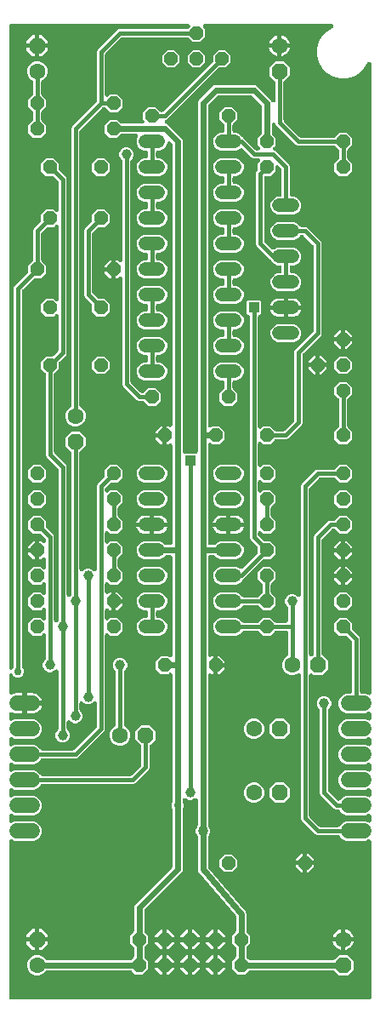
<source format=gbl>
G04 EAGLE Gerber RS-274X export*
G75*
%MOMM*%
%FSLAX34Y34*%
%LPD*%
%INBottom Copper*%
%IPPOS*%
%AMOC8*
5,1,8,0,0,1.08239X$1,22.5*%
G01*
%ADD10C,1.320800*%
%ADD11P,1.732040X8X292.500000*%
%ADD12C,1.600200*%
%ADD13P,1.732040X8X112.500000*%
%ADD14P,1.539592X8X22.500000*%
%ADD15P,1.429621X8X202.500000*%
%ADD16P,1.429621X8X22.500000*%
%ADD17P,1.732040X8X22.500000*%
%ADD18P,1.429621X8X292.500000*%
%ADD19C,1.524000*%
%ADD20C,0.609600*%
%ADD21C,1.016000*%
%ADD22C,0.756400*%
%ADD23R,1.006400X1.006400*%
%ADD24C,0.406400*%
%ADD25C,1.006400*%

G36*
X368826Y10163D02*
X368826Y10163D01*
X368844Y10161D01*
X369026Y10182D01*
X369209Y10201D01*
X369226Y10206D01*
X369243Y10208D01*
X369418Y10265D01*
X369594Y10319D01*
X369609Y10327D01*
X369626Y10333D01*
X369786Y10423D01*
X369948Y10511D01*
X369961Y10522D01*
X369977Y10531D01*
X370116Y10651D01*
X370257Y10768D01*
X370268Y10782D01*
X370282Y10794D01*
X370394Y10939D01*
X370509Y11082D01*
X370517Y11098D01*
X370528Y11112D01*
X370610Y11277D01*
X370695Y11439D01*
X370700Y11456D01*
X370708Y11472D01*
X370755Y11651D01*
X370806Y11826D01*
X370808Y11844D01*
X370812Y11861D01*
X370839Y12192D01*
X370839Y167468D01*
X370838Y167481D01*
X370839Y167495D01*
X370818Y167681D01*
X370799Y167869D01*
X370795Y167881D01*
X370794Y167895D01*
X370737Y168073D01*
X370681Y168254D01*
X370675Y168265D01*
X370671Y168278D01*
X370579Y168442D01*
X370489Y168608D01*
X370481Y168618D01*
X370474Y168630D01*
X370351Y168773D01*
X370232Y168917D01*
X370221Y168925D01*
X370213Y168935D01*
X370064Y169052D01*
X369918Y169169D01*
X369906Y169175D01*
X369896Y169184D01*
X369726Y169269D01*
X369561Y169355D01*
X369548Y169358D01*
X369536Y169364D01*
X369354Y169414D01*
X369174Y169466D01*
X369160Y169467D01*
X369147Y169471D01*
X368961Y169484D01*
X368772Y169499D01*
X368759Y169497D01*
X368746Y169498D01*
X368559Y169474D01*
X368373Y169452D01*
X368360Y169448D01*
X368347Y169446D01*
X368031Y169345D01*
X365140Y168147D01*
X346060Y168147D01*
X342512Y169617D01*
X339797Y172332D01*
X339735Y172481D01*
X339725Y172501D01*
X339718Y172522D01*
X339629Y172678D01*
X339545Y172836D01*
X339531Y172853D01*
X339520Y172873D01*
X339403Y173008D01*
X339288Y173147D01*
X339271Y173161D01*
X339257Y173178D01*
X339115Y173287D01*
X338976Y173400D01*
X338956Y173411D01*
X338938Y173424D01*
X338778Y173504D01*
X338619Y173587D01*
X338598Y173594D01*
X338578Y173604D01*
X338405Y173650D01*
X338233Y173700D01*
X338211Y173702D01*
X338189Y173708D01*
X337858Y173735D01*
X316691Y173735D01*
X315198Y174354D01*
X301354Y188198D01*
X300735Y189691D01*
X300735Y332576D01*
X300734Y332590D01*
X300735Y332603D01*
X300714Y332789D01*
X300695Y332977D01*
X300691Y332990D01*
X300690Y333003D01*
X300632Y333182D01*
X300577Y333362D01*
X300571Y333374D01*
X300567Y333387D01*
X300475Y333551D01*
X300385Y333716D01*
X300377Y333726D01*
X300370Y333738D01*
X300248Y333881D01*
X300128Y334025D01*
X300117Y334034D01*
X300109Y334044D01*
X299960Y334160D01*
X299814Y334278D01*
X299802Y334284D01*
X299792Y334292D01*
X299622Y334377D01*
X299457Y334463D01*
X299444Y334467D01*
X299432Y334473D01*
X299249Y334523D01*
X299070Y334575D01*
X299056Y334576D01*
X299043Y334579D01*
X298855Y334592D01*
X298668Y334607D01*
X298655Y334606D01*
X298642Y334607D01*
X298454Y334582D01*
X298269Y334560D01*
X298256Y334556D01*
X298243Y334555D01*
X297927Y334453D01*
X294096Y332866D01*
X290104Y332866D01*
X286416Y334394D01*
X283594Y337216D01*
X282066Y340904D01*
X282066Y344896D01*
X283594Y348584D01*
X286416Y351406D01*
X286781Y351557D01*
X286801Y351568D01*
X286822Y351575D01*
X286978Y351663D01*
X287136Y351748D01*
X287153Y351762D01*
X287173Y351773D01*
X287308Y351890D01*
X287447Y352004D01*
X287461Y352021D01*
X287478Y352036D01*
X287587Y352177D01*
X287700Y352317D01*
X287711Y352336D01*
X287724Y352354D01*
X287804Y352514D01*
X287887Y352673D01*
X287894Y352694D01*
X287904Y352714D01*
X287950Y352887D01*
X288000Y353059D01*
X288002Y353075D01*
X288002Y353076D01*
X288003Y353083D01*
X288008Y353103D01*
X288035Y353434D01*
X288035Y374904D01*
X288033Y374922D01*
X288035Y374940D01*
X288014Y375122D01*
X287995Y375305D01*
X287990Y375322D01*
X287988Y375339D01*
X287931Y375514D01*
X287877Y375690D01*
X287869Y375705D01*
X287863Y375722D01*
X287773Y375882D01*
X287685Y376044D01*
X287674Y376057D01*
X287665Y376073D01*
X287545Y376212D01*
X287428Y376353D01*
X287414Y376364D01*
X287402Y376378D01*
X287257Y376490D01*
X287114Y376605D01*
X287098Y376613D01*
X287084Y376624D01*
X286919Y376706D01*
X286757Y376791D01*
X286740Y376796D01*
X286724Y376804D01*
X286545Y376851D01*
X286370Y376902D01*
X286352Y376904D01*
X286335Y376908D01*
X286004Y376935D01*
X275691Y376935D01*
X275664Y376933D01*
X275638Y376935D01*
X275464Y376913D01*
X275290Y376895D01*
X275265Y376888D01*
X275238Y376884D01*
X275072Y376829D01*
X274905Y376777D01*
X274882Y376764D01*
X274856Y376756D01*
X274705Y376669D01*
X274551Y376585D01*
X274531Y376568D01*
X274508Y376555D01*
X274255Y376340D01*
X270277Y372363D01*
X263123Y372363D01*
X259145Y376340D01*
X259125Y376357D01*
X259107Y376378D01*
X258969Y376485D01*
X258834Y376595D01*
X258810Y376608D01*
X258789Y376624D01*
X258632Y376702D01*
X258478Y376784D01*
X258453Y376792D01*
X258429Y376804D01*
X258259Y376849D01*
X258092Y376899D01*
X258066Y376901D01*
X258040Y376908D01*
X257709Y376935D01*
X244195Y376935D01*
X244168Y376933D01*
X244142Y376935D01*
X243968Y376913D01*
X243794Y376895D01*
X243769Y376888D01*
X243742Y376884D01*
X243576Y376829D01*
X243409Y376777D01*
X243386Y376764D01*
X243360Y376756D01*
X243209Y376669D01*
X243055Y376585D01*
X243035Y376568D01*
X243012Y376555D01*
X242759Y376340D01*
X240096Y373678D01*
X236922Y372363D01*
X220278Y372363D01*
X217104Y373678D01*
X214674Y376108D01*
X213359Y379282D01*
X213359Y382718D01*
X214674Y385892D01*
X217104Y388322D01*
X220278Y389637D01*
X236922Y389637D01*
X240096Y388322D01*
X242759Y385660D01*
X242779Y385643D01*
X242797Y385622D01*
X242935Y385515D01*
X243070Y385405D01*
X243094Y385392D01*
X243115Y385376D01*
X243272Y385298D01*
X243426Y385216D01*
X243451Y385208D01*
X243475Y385196D01*
X243645Y385151D01*
X243812Y385101D01*
X243838Y385099D01*
X243864Y385092D01*
X244195Y385065D01*
X257709Y385065D01*
X257736Y385067D01*
X257762Y385065D01*
X257936Y385087D01*
X258110Y385105D01*
X258135Y385112D01*
X258162Y385116D01*
X258328Y385171D01*
X258495Y385223D01*
X258518Y385236D01*
X258544Y385244D01*
X258695Y385331D01*
X258849Y385415D01*
X258869Y385432D01*
X258892Y385445D01*
X259145Y385660D01*
X263123Y389637D01*
X270277Y389637D01*
X274255Y385660D01*
X274275Y385643D01*
X274293Y385622D01*
X274431Y385515D01*
X274566Y385405D01*
X274590Y385392D01*
X274611Y385376D01*
X274768Y385298D01*
X274922Y385216D01*
X274947Y385208D01*
X274971Y385196D01*
X275141Y385151D01*
X275308Y385101D01*
X275334Y385099D01*
X275360Y385092D01*
X275691Y385065D01*
X286004Y385065D01*
X286022Y385067D01*
X286040Y385065D01*
X286222Y385086D01*
X286405Y385105D01*
X286422Y385110D01*
X286439Y385112D01*
X286614Y385169D01*
X286790Y385223D01*
X286805Y385231D01*
X286822Y385237D01*
X286982Y385327D01*
X287144Y385415D01*
X287157Y385426D01*
X287173Y385435D01*
X287312Y385555D01*
X287453Y385672D01*
X287464Y385686D01*
X287478Y385698D01*
X287590Y385843D01*
X287705Y385986D01*
X287713Y386002D01*
X287724Y386016D01*
X287806Y386181D01*
X287891Y386343D01*
X287896Y386360D01*
X287904Y386376D01*
X287951Y386555D01*
X288002Y386730D01*
X288004Y386748D01*
X288008Y386765D01*
X288035Y387096D01*
X288035Y399632D01*
X288033Y399659D01*
X288035Y399686D01*
X288013Y399860D01*
X287995Y400033D01*
X287988Y400058D01*
X287984Y400085D01*
X287929Y400251D01*
X287877Y400418D01*
X287864Y400441D01*
X287856Y400467D01*
X287769Y400618D01*
X287685Y400772D01*
X287668Y400792D01*
X287655Y400816D01*
X287440Y401069D01*
X286111Y402398D01*
X285035Y404995D01*
X285035Y407805D01*
X286111Y410402D01*
X288098Y412389D01*
X290695Y413465D01*
X293505Y413465D01*
X296102Y412389D01*
X297268Y411223D01*
X297275Y411218D01*
X297280Y411211D01*
X297431Y411090D01*
X297579Y410968D01*
X297587Y410964D01*
X297594Y410958D01*
X297764Y410870D01*
X297935Y410780D01*
X297944Y410777D01*
X297951Y410773D01*
X298136Y410720D01*
X298321Y410665D01*
X298330Y410664D01*
X298338Y410662D01*
X298529Y410646D01*
X298722Y410628D01*
X298731Y410629D01*
X298740Y410629D01*
X298929Y410651D01*
X299122Y410672D01*
X299131Y410675D01*
X299139Y410676D01*
X299321Y410735D01*
X299506Y410793D01*
X299514Y410798D01*
X299522Y410800D01*
X299689Y410895D01*
X299858Y410988D01*
X299865Y410994D01*
X299873Y410998D01*
X300018Y411123D01*
X300165Y411249D01*
X300171Y411256D01*
X300178Y411261D01*
X300294Y411412D01*
X300415Y411565D01*
X300419Y411573D01*
X300424Y411580D01*
X300508Y411749D01*
X300597Y411923D01*
X300600Y411932D01*
X300604Y411940D01*
X300653Y412126D01*
X300705Y412311D01*
X300706Y412320D01*
X300708Y412329D01*
X300735Y412660D01*
X300735Y521509D01*
X301354Y523002D01*
X315198Y536846D01*
X316691Y537465D01*
X333909Y537465D01*
X333936Y537467D01*
X333962Y537465D01*
X334136Y537487D01*
X334310Y537505D01*
X334335Y537512D01*
X334362Y537516D01*
X334528Y537571D01*
X334695Y537623D01*
X334718Y537636D01*
X334744Y537644D01*
X334895Y537731D01*
X335049Y537815D01*
X335069Y537832D01*
X335092Y537845D01*
X335345Y538060D01*
X339323Y542037D01*
X346477Y542037D01*
X351537Y536977D01*
X351537Y529823D01*
X346477Y524763D01*
X339323Y524763D01*
X335345Y528740D01*
X335325Y528757D01*
X335307Y528778D01*
X335169Y528885D01*
X335034Y528995D01*
X335010Y529008D01*
X334989Y529024D01*
X334832Y529102D01*
X334678Y529184D01*
X334653Y529192D01*
X334629Y529204D01*
X334459Y529249D01*
X334292Y529299D01*
X334266Y529301D01*
X334240Y529308D01*
X333909Y529335D01*
X320025Y529335D01*
X319998Y529333D01*
X319972Y529335D01*
X319798Y529313D01*
X319624Y529295D01*
X319599Y529288D01*
X319572Y529284D01*
X319407Y529229D01*
X319240Y529177D01*
X319216Y529164D01*
X319191Y529156D01*
X319039Y529069D01*
X318885Y528985D01*
X318865Y528968D01*
X318842Y528955D01*
X318589Y528740D01*
X309460Y519611D01*
X309443Y519591D01*
X309422Y519573D01*
X309315Y519435D01*
X309205Y519300D01*
X309192Y519276D01*
X309176Y519255D01*
X309098Y519098D01*
X309016Y518944D01*
X309008Y518919D01*
X308996Y518894D01*
X308951Y518725D01*
X308901Y518558D01*
X308899Y518532D01*
X308892Y518506D01*
X308865Y518175D01*
X308865Y353358D01*
X308866Y353350D01*
X308865Y353341D01*
X308886Y353147D01*
X308905Y352958D01*
X308907Y352949D01*
X308908Y352940D01*
X308967Y352756D01*
X309023Y352573D01*
X309027Y352565D01*
X309030Y352557D01*
X309123Y352388D01*
X309215Y352219D01*
X309220Y352212D01*
X309225Y352204D01*
X309349Y352057D01*
X309472Y351910D01*
X309479Y351904D01*
X309485Y351897D01*
X309637Y351777D01*
X309786Y351657D01*
X309794Y351653D01*
X309801Y351648D01*
X309974Y351560D01*
X310143Y351472D01*
X310152Y351469D01*
X310160Y351465D01*
X310346Y351413D01*
X310530Y351360D01*
X310539Y351360D01*
X310548Y351357D01*
X310741Y351343D01*
X310932Y351327D01*
X310940Y351329D01*
X310949Y351328D01*
X311142Y351352D01*
X311331Y351374D01*
X311340Y351377D01*
X311349Y351378D01*
X311531Y351439D01*
X311714Y351499D01*
X311722Y351504D01*
X311730Y351506D01*
X311897Y351603D01*
X312065Y351697D01*
X312072Y351703D01*
X312079Y351707D01*
X312332Y351922D01*
X312840Y352430D01*
X312857Y352451D01*
X312878Y352468D01*
X312984Y352606D01*
X313095Y352742D01*
X313108Y352765D01*
X313124Y352786D01*
X313202Y352943D01*
X313284Y353097D01*
X313292Y353123D01*
X313304Y353147D01*
X313349Y353316D01*
X313399Y353483D01*
X313401Y353510D01*
X313408Y353536D01*
X313435Y353866D01*
X313435Y470709D01*
X314054Y472202D01*
X327898Y486046D01*
X329391Y486665D01*
X333909Y486665D01*
X333936Y486667D01*
X333963Y486665D01*
X334136Y486687D01*
X334310Y486705D01*
X334335Y486712D01*
X334362Y486716D01*
X334528Y486772D01*
X334695Y486823D01*
X334718Y486836D01*
X334744Y486844D01*
X334895Y486931D01*
X335049Y487015D01*
X335069Y487032D01*
X335093Y487045D01*
X335346Y487260D01*
X339323Y491237D01*
X346477Y491237D01*
X351537Y486177D01*
X351537Y479023D01*
X346477Y473963D01*
X339323Y473963D01*
X335346Y477940D01*
X335325Y477957D01*
X335307Y477978D01*
X335169Y478085D01*
X335034Y478195D01*
X335010Y478208D01*
X334989Y478224D01*
X334833Y478302D01*
X334678Y478384D01*
X334653Y478392D01*
X334629Y478404D01*
X334459Y478449D01*
X334292Y478499D01*
X334266Y478501D01*
X334240Y478508D01*
X333909Y478535D01*
X332725Y478535D01*
X332698Y478533D01*
X332672Y478535D01*
X332498Y478513D01*
X332324Y478495D01*
X332299Y478488D01*
X332272Y478484D01*
X332107Y478429D01*
X331940Y478377D01*
X331916Y478364D01*
X331891Y478356D01*
X331739Y478269D01*
X331585Y478185D01*
X331565Y478168D01*
X331542Y478155D01*
X331289Y477940D01*
X322160Y468811D01*
X322143Y468791D01*
X322122Y468773D01*
X322015Y468635D01*
X321905Y468500D01*
X321892Y468476D01*
X321876Y468455D01*
X321798Y468298D01*
X321716Y468144D01*
X321708Y468119D01*
X321696Y468094D01*
X321651Y467925D01*
X321601Y467758D01*
X321599Y467732D01*
X321592Y467706D01*
X321565Y467375D01*
X321565Y353866D01*
X321567Y353840D01*
X321565Y353813D01*
X321587Y353639D01*
X321605Y353466D01*
X321612Y353440D01*
X321616Y353414D01*
X321672Y353248D01*
X321723Y353081D01*
X321736Y353057D01*
X321744Y353032D01*
X321831Y352880D01*
X321915Y352727D01*
X321932Y352706D01*
X321945Y352683D01*
X322160Y352430D01*
X327534Y347056D01*
X327534Y338744D01*
X321656Y332866D01*
X313344Y332866D01*
X312332Y333878D01*
X312325Y333883D01*
X312320Y333890D01*
X312169Y334012D01*
X312021Y334133D01*
X312013Y334137D01*
X312006Y334143D01*
X311836Y334231D01*
X311665Y334322D01*
X311656Y334324D01*
X311649Y334328D01*
X311464Y334381D01*
X311279Y334436D01*
X311270Y334437D01*
X311262Y334440D01*
X311071Y334455D01*
X310878Y334473D01*
X310869Y334472D01*
X310860Y334473D01*
X310671Y334450D01*
X310478Y334429D01*
X310469Y334427D01*
X310461Y334426D01*
X310279Y334366D01*
X310094Y334308D01*
X310086Y334304D01*
X310078Y334301D01*
X309911Y334207D01*
X309742Y334113D01*
X309735Y334107D01*
X309727Y334103D01*
X309582Y333978D01*
X309435Y333853D01*
X309429Y333846D01*
X309422Y333840D01*
X309306Y333689D01*
X309185Y333537D01*
X309181Y333529D01*
X309176Y333522D01*
X309090Y333350D01*
X309003Y333178D01*
X309000Y333169D01*
X308996Y333161D01*
X308946Y332975D01*
X308895Y332790D01*
X308894Y332781D01*
X308892Y332772D01*
X308865Y332442D01*
X308865Y193025D01*
X308867Y192998D01*
X308865Y192972D01*
X308887Y192798D01*
X308905Y192624D01*
X308912Y192599D01*
X308916Y192572D01*
X308971Y192407D01*
X309023Y192240D01*
X309036Y192216D01*
X309044Y192191D01*
X309131Y192039D01*
X309215Y191885D01*
X309232Y191865D01*
X309245Y191842D01*
X309460Y191589D01*
X318589Y182460D01*
X318609Y182443D01*
X318627Y182422D01*
X318765Y182315D01*
X318900Y182205D01*
X318924Y182192D01*
X318945Y182176D01*
X319102Y182098D01*
X319256Y182016D01*
X319281Y182008D01*
X319306Y181996D01*
X319475Y181951D01*
X319642Y181901D01*
X319668Y181899D01*
X319694Y181892D01*
X320025Y181865D01*
X337858Y181865D01*
X337881Y181867D01*
X337903Y181865D01*
X338080Y181887D01*
X338259Y181905D01*
X338280Y181911D01*
X338303Y181914D01*
X338472Y181970D01*
X338644Y182023D01*
X338664Y182033D01*
X338685Y182040D01*
X338840Y182129D01*
X338998Y182215D01*
X339015Y182229D01*
X339034Y182240D01*
X339169Y182357D01*
X339307Y182472D01*
X339321Y182490D01*
X339338Y182504D01*
X339447Y182646D01*
X339560Y182786D01*
X339570Y182806D01*
X339583Y182824D01*
X339735Y183119D01*
X339797Y183268D01*
X342512Y185983D01*
X346060Y187453D01*
X365140Y187453D01*
X368031Y186255D01*
X368044Y186251D01*
X368055Y186245D01*
X368236Y186193D01*
X368416Y186139D01*
X368429Y186138D01*
X368442Y186134D01*
X368631Y186118D01*
X368817Y186101D01*
X368830Y186102D01*
X368844Y186101D01*
X369030Y186123D01*
X369217Y186142D01*
X369230Y186146D01*
X369243Y186148D01*
X369421Y186206D01*
X369602Y186262D01*
X369613Y186269D01*
X369626Y186273D01*
X369790Y186365D01*
X369955Y186455D01*
X369965Y186464D01*
X369977Y186471D01*
X370119Y186594D01*
X370263Y186715D01*
X370271Y186725D01*
X370282Y186734D01*
X370396Y186882D01*
X370514Y187029D01*
X370520Y187041D01*
X370528Y187052D01*
X370612Y187220D01*
X370698Y187388D01*
X370702Y187400D01*
X370708Y187412D01*
X370757Y187595D01*
X370808Y187775D01*
X370809Y187788D01*
X370812Y187801D01*
X370839Y188132D01*
X370839Y192868D01*
X370838Y192881D01*
X370839Y192895D01*
X370818Y193081D01*
X370799Y193269D01*
X370795Y193281D01*
X370794Y193295D01*
X370737Y193473D01*
X370681Y193654D01*
X370675Y193665D01*
X370671Y193678D01*
X370579Y193842D01*
X370489Y194008D01*
X370481Y194018D01*
X370474Y194030D01*
X370351Y194173D01*
X370232Y194317D01*
X370221Y194325D01*
X370213Y194335D01*
X370064Y194452D01*
X369918Y194569D01*
X369906Y194575D01*
X369896Y194584D01*
X369726Y194669D01*
X369561Y194755D01*
X369548Y194758D01*
X369536Y194764D01*
X369354Y194814D01*
X369174Y194866D01*
X369160Y194867D01*
X369147Y194871D01*
X368961Y194884D01*
X368772Y194899D01*
X368759Y194897D01*
X368746Y194898D01*
X368559Y194874D01*
X368373Y194852D01*
X368360Y194848D01*
X368347Y194846D01*
X368031Y194745D01*
X365140Y193547D01*
X346060Y193547D01*
X342512Y195017D01*
X339797Y197732D01*
X339735Y197881D01*
X339725Y197901D01*
X339718Y197922D01*
X339629Y198078D01*
X339545Y198236D01*
X339531Y198253D01*
X339520Y198273D01*
X339403Y198408D01*
X339288Y198547D01*
X339271Y198561D01*
X339257Y198578D01*
X339115Y198687D01*
X338976Y198800D01*
X338956Y198811D01*
X338938Y198824D01*
X338778Y198904D01*
X338619Y198987D01*
X338598Y198994D01*
X338578Y199004D01*
X338405Y199050D01*
X338233Y199100D01*
X338211Y199102D01*
X338189Y199108D01*
X337858Y199135D01*
X335741Y199135D01*
X334248Y199754D01*
X320404Y213598D01*
X319785Y215091D01*
X319785Y298032D01*
X319783Y298059D01*
X319785Y298086D01*
X319763Y298260D01*
X319745Y298433D01*
X319738Y298458D01*
X319734Y298485D01*
X319679Y298651D01*
X319627Y298818D01*
X319614Y298841D01*
X319606Y298867D01*
X319519Y299018D01*
X319435Y299172D01*
X319418Y299192D01*
X319405Y299216D01*
X319190Y299469D01*
X317861Y300798D01*
X316785Y303395D01*
X316785Y306205D01*
X317861Y308802D01*
X319848Y310789D01*
X322445Y311865D01*
X325255Y311865D01*
X327852Y310789D01*
X329839Y308802D01*
X330915Y306205D01*
X330915Y303395D01*
X329839Y300798D01*
X328510Y299469D01*
X328493Y299448D01*
X328472Y299430D01*
X328365Y299293D01*
X328255Y299157D01*
X328242Y299133D01*
X328226Y299112D01*
X328148Y298955D01*
X328066Y298801D01*
X328058Y298776D01*
X328046Y298752D01*
X328001Y298582D01*
X327951Y298416D01*
X327949Y298389D01*
X327942Y298363D01*
X327915Y298032D01*
X327915Y218425D01*
X327917Y218398D01*
X327915Y218372D01*
X327937Y218198D01*
X327955Y218024D01*
X327962Y217999D01*
X327966Y217972D01*
X328021Y217807D01*
X328073Y217640D01*
X328086Y217616D01*
X328094Y217591D01*
X328181Y217439D01*
X328265Y217285D01*
X328282Y217265D01*
X328295Y217242D01*
X328510Y216989D01*
X336877Y208621D01*
X336891Y208610D01*
X336903Y208596D01*
X337046Y208483D01*
X337189Y208366D01*
X337205Y208358D01*
X337219Y208347D01*
X337383Y208263D01*
X337545Y208177D01*
X337562Y208172D01*
X337578Y208164D01*
X337755Y208115D01*
X337931Y208063D01*
X337948Y208061D01*
X337965Y208056D01*
X338149Y208043D01*
X338331Y208026D01*
X338349Y208028D01*
X338367Y208027D01*
X338549Y208050D01*
X338732Y208070D01*
X338749Y208075D01*
X338766Y208077D01*
X338940Y208136D01*
X339116Y208191D01*
X339131Y208200D01*
X339148Y208205D01*
X339308Y208297D01*
X339468Y208386D01*
X339481Y208397D01*
X339497Y208406D01*
X339750Y208621D01*
X342512Y211383D01*
X346060Y212853D01*
X365140Y212853D01*
X368031Y211655D01*
X368044Y211651D01*
X368055Y211645D01*
X368236Y211593D01*
X368416Y211539D01*
X368429Y211538D01*
X368442Y211534D01*
X368631Y211518D01*
X368817Y211501D01*
X368830Y211502D01*
X368844Y211501D01*
X369030Y211523D01*
X369217Y211542D01*
X369230Y211546D01*
X369243Y211548D01*
X369421Y211606D01*
X369602Y211662D01*
X369613Y211669D01*
X369626Y211673D01*
X369790Y211765D01*
X369955Y211855D01*
X369965Y211864D01*
X369977Y211871D01*
X370119Y211994D01*
X370263Y212115D01*
X370271Y212125D01*
X370282Y212134D01*
X370396Y212282D01*
X370514Y212429D01*
X370520Y212441D01*
X370528Y212452D01*
X370612Y212620D01*
X370698Y212788D01*
X370702Y212800D01*
X370708Y212812D01*
X370757Y212995D01*
X370808Y213175D01*
X370809Y213188D01*
X370812Y213201D01*
X370839Y213532D01*
X370839Y218268D01*
X370838Y218281D01*
X370839Y218295D01*
X370818Y218481D01*
X370799Y218669D01*
X370795Y218681D01*
X370794Y218695D01*
X370737Y218873D01*
X370681Y219054D01*
X370675Y219065D01*
X370671Y219078D01*
X370579Y219242D01*
X370489Y219408D01*
X370481Y219418D01*
X370474Y219430D01*
X370351Y219573D01*
X370232Y219717D01*
X370221Y219725D01*
X370213Y219735D01*
X370064Y219852D01*
X369918Y219969D01*
X369906Y219975D01*
X369896Y219984D01*
X369726Y220069D01*
X369561Y220155D01*
X369548Y220158D01*
X369536Y220164D01*
X369354Y220214D01*
X369174Y220266D01*
X369160Y220267D01*
X369147Y220271D01*
X368961Y220284D01*
X368772Y220299D01*
X368759Y220297D01*
X368746Y220298D01*
X368559Y220274D01*
X368373Y220252D01*
X368360Y220248D01*
X368347Y220246D01*
X368031Y220145D01*
X365140Y218947D01*
X346060Y218947D01*
X342512Y220417D01*
X339797Y223132D01*
X338327Y226680D01*
X338327Y230520D01*
X339797Y234068D01*
X342512Y236783D01*
X345012Y237819D01*
X346060Y238253D01*
X365140Y238253D01*
X368031Y237055D01*
X368044Y237051D01*
X368055Y237045D01*
X368236Y236993D01*
X368416Y236939D01*
X368429Y236938D01*
X368442Y236934D01*
X368631Y236918D01*
X368817Y236901D01*
X368830Y236902D01*
X368844Y236901D01*
X369030Y236923D01*
X369217Y236942D01*
X369230Y236946D01*
X369243Y236948D01*
X369421Y237006D01*
X369602Y237062D01*
X369613Y237069D01*
X369626Y237073D01*
X369790Y237165D01*
X369955Y237255D01*
X369965Y237264D01*
X369977Y237271D01*
X370119Y237394D01*
X370263Y237515D01*
X370271Y237525D01*
X370282Y237534D01*
X370396Y237682D01*
X370514Y237829D01*
X370520Y237841D01*
X370528Y237852D01*
X370612Y238020D01*
X370698Y238188D01*
X370702Y238200D01*
X370708Y238212D01*
X370757Y238395D01*
X370808Y238575D01*
X370809Y238588D01*
X370812Y238601D01*
X370839Y238932D01*
X370839Y243668D01*
X370838Y243681D01*
X370839Y243695D01*
X370818Y243881D01*
X370799Y244069D01*
X370795Y244081D01*
X370794Y244095D01*
X370737Y244273D01*
X370681Y244454D01*
X370675Y244465D01*
X370671Y244478D01*
X370579Y244642D01*
X370489Y244808D01*
X370481Y244818D01*
X370474Y244830D01*
X370351Y244973D01*
X370232Y245117D01*
X370221Y245125D01*
X370213Y245135D01*
X370064Y245252D01*
X369918Y245369D01*
X369906Y245375D01*
X369896Y245384D01*
X369726Y245469D01*
X369561Y245555D01*
X369548Y245558D01*
X369536Y245564D01*
X369354Y245614D01*
X369174Y245666D01*
X369160Y245667D01*
X369147Y245671D01*
X368961Y245684D01*
X368772Y245699D01*
X368759Y245697D01*
X368746Y245698D01*
X368559Y245674D01*
X368373Y245652D01*
X368360Y245648D01*
X368347Y245646D01*
X368031Y245545D01*
X365140Y244347D01*
X346060Y244347D01*
X342512Y245817D01*
X339797Y248532D01*
X338327Y252080D01*
X338327Y255920D01*
X339797Y259468D01*
X342512Y262183D01*
X342538Y262194D01*
X346060Y263653D01*
X365140Y263653D01*
X368031Y262455D01*
X368044Y262451D01*
X368055Y262445D01*
X368236Y262393D01*
X368416Y262339D01*
X368429Y262338D01*
X368442Y262334D01*
X368631Y262318D01*
X368817Y262301D01*
X368830Y262302D01*
X368844Y262301D01*
X369030Y262323D01*
X369217Y262342D01*
X369230Y262346D01*
X369243Y262348D01*
X369421Y262406D01*
X369602Y262462D01*
X369613Y262469D01*
X369626Y262473D01*
X369790Y262565D01*
X369955Y262655D01*
X369965Y262664D01*
X369977Y262671D01*
X370119Y262794D01*
X370263Y262915D01*
X370271Y262925D01*
X370282Y262934D01*
X370396Y263082D01*
X370514Y263229D01*
X370520Y263241D01*
X370528Y263252D01*
X370612Y263420D01*
X370698Y263588D01*
X370702Y263600D01*
X370708Y263612D01*
X370757Y263795D01*
X370808Y263975D01*
X370809Y263988D01*
X370812Y264001D01*
X370839Y264332D01*
X370839Y269068D01*
X370838Y269081D01*
X370839Y269095D01*
X370818Y269281D01*
X370799Y269469D01*
X370795Y269481D01*
X370794Y269495D01*
X370736Y269674D01*
X370681Y269854D01*
X370675Y269865D01*
X370671Y269878D01*
X370579Y270043D01*
X370489Y270208D01*
X370481Y270218D01*
X370474Y270230D01*
X370352Y270372D01*
X370232Y270517D01*
X370221Y270525D01*
X370213Y270535D01*
X370065Y270651D01*
X369918Y270769D01*
X369906Y270775D01*
X369896Y270784D01*
X369727Y270868D01*
X369561Y270955D01*
X369548Y270958D01*
X369536Y270964D01*
X369355Y271014D01*
X369174Y271066D01*
X369160Y271067D01*
X369147Y271071D01*
X368959Y271084D01*
X368772Y271099D01*
X368759Y271097D01*
X368746Y271098D01*
X368558Y271074D01*
X368373Y271052D01*
X368360Y271048D01*
X368347Y271046D01*
X368031Y270945D01*
X365140Y269747D01*
X346060Y269747D01*
X342512Y271217D01*
X339797Y273932D01*
X338327Y277480D01*
X338327Y281320D01*
X339797Y284868D01*
X342512Y287583D01*
X346060Y289053D01*
X365140Y289053D01*
X368031Y287855D01*
X368044Y287851D01*
X368055Y287845D01*
X368235Y287794D01*
X368416Y287739D01*
X368429Y287738D01*
X368442Y287734D01*
X368630Y287719D01*
X368817Y287701D01*
X368830Y287702D01*
X368844Y287701D01*
X369030Y287723D01*
X369217Y287742D01*
X369230Y287746D01*
X369243Y287748D01*
X369422Y287806D01*
X369602Y287862D01*
X369613Y287869D01*
X369626Y287873D01*
X369791Y287966D01*
X369955Y288056D01*
X369965Y288064D01*
X369977Y288071D01*
X370119Y288194D01*
X370263Y288315D01*
X370271Y288325D01*
X370282Y288334D01*
X370397Y288482D01*
X370514Y288630D01*
X370520Y288641D01*
X370528Y288652D01*
X370612Y288821D01*
X370698Y288988D01*
X370702Y289000D01*
X370708Y289013D01*
X370757Y289195D01*
X370808Y289375D01*
X370809Y289388D01*
X370812Y289401D01*
X370839Y289732D01*
X370839Y294468D01*
X370838Y294481D01*
X370839Y294495D01*
X370818Y294681D01*
X370799Y294869D01*
X370795Y294881D01*
X370794Y294895D01*
X370736Y295074D01*
X370681Y295254D01*
X370675Y295265D01*
X370671Y295278D01*
X370579Y295443D01*
X370489Y295608D01*
X370481Y295618D01*
X370474Y295630D01*
X370352Y295772D01*
X370232Y295917D01*
X370221Y295925D01*
X370213Y295935D01*
X370065Y296051D01*
X369918Y296169D01*
X369906Y296175D01*
X369896Y296184D01*
X369727Y296268D01*
X369561Y296355D01*
X369548Y296358D01*
X369536Y296364D01*
X369355Y296414D01*
X369174Y296466D01*
X369160Y296467D01*
X369147Y296471D01*
X368959Y296484D01*
X368772Y296499D01*
X368759Y296497D01*
X368746Y296498D01*
X368558Y296474D01*
X368373Y296452D01*
X368360Y296448D01*
X368347Y296446D01*
X368031Y296345D01*
X365140Y295147D01*
X346060Y295147D01*
X342512Y296617D01*
X339797Y299332D01*
X338327Y302880D01*
X338327Y306720D01*
X339797Y310268D01*
X342512Y312983D01*
X346060Y314453D01*
X349504Y314453D01*
X349522Y314455D01*
X349540Y314453D01*
X349722Y314474D01*
X349905Y314493D01*
X349922Y314498D01*
X349939Y314500D01*
X350114Y314557D01*
X350290Y314611D01*
X350305Y314619D01*
X350322Y314625D01*
X350482Y314715D01*
X350644Y314803D01*
X350657Y314814D01*
X350673Y314823D01*
X350812Y314943D01*
X350953Y315060D01*
X350964Y315074D01*
X350978Y315086D01*
X351090Y315231D01*
X351205Y315374D01*
X351213Y315390D01*
X351224Y315404D01*
X351306Y315569D01*
X351391Y315731D01*
X351396Y315748D01*
X351404Y315764D01*
X351451Y315943D01*
X351502Y316118D01*
X351504Y316136D01*
X351508Y316153D01*
X351535Y316484D01*
X351535Y365775D01*
X351533Y365802D01*
X351535Y365828D01*
X351513Y366002D01*
X351495Y366176D01*
X351488Y366201D01*
X351484Y366228D01*
X351429Y366393D01*
X351377Y366560D01*
X351364Y366584D01*
X351356Y366609D01*
X351269Y366761D01*
X351185Y366915D01*
X351168Y366935D01*
X351155Y366958D01*
X350940Y367211D01*
X346383Y371768D01*
X346363Y371785D01*
X346345Y371806D01*
X346207Y371913D01*
X346072Y372023D01*
X346048Y372036D01*
X346027Y372052D01*
X345870Y372130D01*
X345716Y372212D01*
X345691Y372220D01*
X345666Y372232D01*
X345497Y372277D01*
X345330Y372327D01*
X345304Y372329D01*
X345278Y372336D01*
X344947Y372363D01*
X339323Y372363D01*
X334263Y377423D01*
X334263Y384577D01*
X339323Y389637D01*
X346477Y389637D01*
X351537Y384577D01*
X351537Y378953D01*
X351539Y378926D01*
X351537Y378900D01*
X351559Y378726D01*
X351577Y378552D01*
X351584Y378527D01*
X351588Y378500D01*
X351643Y378335D01*
X351695Y378168D01*
X351708Y378144D01*
X351716Y378119D01*
X351803Y377967D01*
X351887Y377813D01*
X351904Y377793D01*
X351917Y377770D01*
X352132Y377517D01*
X359046Y370602D01*
X359665Y369109D01*
X359665Y316484D01*
X359667Y316466D01*
X359665Y316448D01*
X359686Y316266D01*
X359705Y316083D01*
X359710Y316066D01*
X359712Y316049D01*
X359769Y315874D01*
X359823Y315698D01*
X359831Y315683D01*
X359837Y315666D01*
X359927Y315506D01*
X360015Y315344D01*
X360026Y315331D01*
X360035Y315315D01*
X360155Y315176D01*
X360272Y315035D01*
X360286Y315024D01*
X360298Y315010D01*
X360443Y314898D01*
X360586Y314783D01*
X360602Y314775D01*
X360616Y314764D01*
X360781Y314682D01*
X360943Y314597D01*
X360960Y314592D01*
X360976Y314584D01*
X361155Y314537D01*
X361330Y314486D01*
X361348Y314484D01*
X361365Y314480D01*
X361696Y314453D01*
X365140Y314453D01*
X368031Y313255D01*
X368044Y313251D01*
X368055Y313245D01*
X368235Y313194D01*
X368416Y313139D01*
X368429Y313138D01*
X368442Y313134D01*
X368630Y313119D01*
X368817Y313101D01*
X368830Y313102D01*
X368844Y313101D01*
X369030Y313123D01*
X369217Y313142D01*
X369230Y313146D01*
X369243Y313148D01*
X369422Y313206D01*
X369602Y313262D01*
X369613Y313269D01*
X369626Y313273D01*
X369791Y313366D01*
X369955Y313456D01*
X369965Y313464D01*
X369977Y313471D01*
X370119Y313594D01*
X370263Y313715D01*
X370271Y313725D01*
X370282Y313734D01*
X370397Y313882D01*
X370514Y314030D01*
X370520Y314041D01*
X370528Y314052D01*
X370612Y314221D01*
X370698Y314388D01*
X370702Y314400D01*
X370708Y314413D01*
X370757Y314595D01*
X370808Y314775D01*
X370809Y314788D01*
X370812Y314801D01*
X370839Y315132D01*
X370839Y940990D01*
X370832Y941063D01*
X370834Y941136D01*
X370812Y941263D01*
X370799Y941391D01*
X370778Y941461D01*
X370765Y941533D01*
X370719Y941653D01*
X370681Y941776D01*
X370646Y941840D01*
X370620Y941908D01*
X370551Y942017D01*
X370489Y942130D01*
X370443Y942186D01*
X370403Y942248D01*
X370314Y942340D01*
X370232Y942439D01*
X370175Y942485D01*
X370124Y942538D01*
X370018Y942611D01*
X369918Y942691D01*
X369853Y942725D01*
X369793Y942767D01*
X369675Y942818D01*
X369561Y942877D01*
X369490Y942897D01*
X369423Y942926D01*
X369297Y942953D01*
X369174Y942988D01*
X369101Y942994D01*
X369029Y943009D01*
X368901Y943011D01*
X368772Y943021D01*
X368700Y943013D01*
X368626Y943013D01*
X368500Y942989D01*
X368373Y942974D01*
X368303Y942951D01*
X368231Y942938D01*
X368112Y942889D01*
X367990Y942849D01*
X367926Y942813D01*
X367858Y942786D01*
X367751Y942715D01*
X367639Y942651D01*
X367584Y942603D01*
X367523Y942563D01*
X367432Y942472D01*
X367335Y942388D01*
X367290Y942330D01*
X367238Y942279D01*
X367141Y942139D01*
X367088Y942070D01*
X367073Y942041D01*
X367049Y942006D01*
X363834Y936437D01*
X358963Y931566D01*
X352998Y928122D01*
X346344Y926339D01*
X339456Y926339D01*
X332802Y928122D01*
X326837Y931566D01*
X321966Y936437D01*
X318522Y942402D01*
X316739Y949056D01*
X316739Y955944D01*
X318522Y962598D01*
X321966Y968563D01*
X326837Y973434D01*
X332406Y976649D01*
X332465Y976692D01*
X332530Y976727D01*
X332628Y976809D01*
X332733Y976884D01*
X332783Y976937D01*
X332839Y976984D01*
X332919Y977084D01*
X333007Y977179D01*
X333045Y977241D01*
X333091Y977298D01*
X333150Y977412D01*
X333218Y977522D01*
X333243Y977590D01*
X333277Y977655D01*
X333312Y977779D01*
X333357Y977899D01*
X333368Y977972D01*
X333388Y978042D01*
X333399Y978171D01*
X333418Y978297D01*
X333415Y978370D01*
X333421Y978444D01*
X333406Y978571D01*
X333400Y978700D01*
X333383Y978771D01*
X333374Y978843D01*
X333334Y978966D01*
X333303Y979090D01*
X333272Y979156D01*
X333249Y979226D01*
X333186Y979338D01*
X333131Y979454D01*
X333087Y979513D01*
X333051Y979577D01*
X332968Y979674D01*
X332891Y979777D01*
X332836Y979826D01*
X332788Y979882D01*
X332687Y979960D01*
X332591Y980046D01*
X332528Y980083D01*
X332470Y980128D01*
X332355Y980186D01*
X332244Y980251D01*
X332175Y980275D01*
X332110Y980308D01*
X331985Y980341D01*
X331864Y980383D01*
X331792Y980393D01*
X331721Y980412D01*
X331551Y980426D01*
X331465Y980438D01*
X331432Y980436D01*
X331390Y980439D01*
X205079Y980439D01*
X205070Y980438D01*
X205061Y980439D01*
X204869Y980418D01*
X204678Y980399D01*
X204670Y980397D01*
X204661Y980396D01*
X204478Y980338D01*
X204293Y980281D01*
X204285Y980277D01*
X204277Y980274D01*
X204108Y980181D01*
X203939Y980089D01*
X203932Y980084D01*
X203925Y980079D01*
X203777Y979954D01*
X203630Y979832D01*
X203624Y979825D01*
X203618Y979819D01*
X203498Y979667D01*
X203378Y979518D01*
X203374Y979510D01*
X203368Y979503D01*
X203280Y979330D01*
X203192Y979161D01*
X203190Y979152D01*
X203186Y979144D01*
X203134Y978958D01*
X203081Y978774D01*
X203080Y978765D01*
X203078Y978756D01*
X203063Y978564D01*
X203048Y978372D01*
X203049Y978364D01*
X203048Y978355D01*
X203073Y978162D01*
X203095Y977973D01*
X203097Y977964D01*
X203099Y977955D01*
X203160Y977772D01*
X203220Y977590D01*
X203224Y977582D01*
X203227Y977574D01*
X203322Y977408D01*
X203417Y977239D01*
X203423Y977232D01*
X203428Y977225D01*
X203642Y976972D01*
X205487Y975127D01*
X205487Y967973D01*
X200427Y962913D01*
X193273Y962913D01*
X189295Y966890D01*
X189275Y966907D01*
X189257Y966928D01*
X189119Y967035D01*
X188984Y967145D01*
X188960Y967158D01*
X188939Y967174D01*
X188782Y967252D01*
X188628Y967334D01*
X188603Y967342D01*
X188579Y967354D01*
X188409Y967399D01*
X188242Y967449D01*
X188216Y967451D01*
X188190Y967458D01*
X187859Y967485D01*
X123175Y967485D01*
X123148Y967483D01*
X123122Y967485D01*
X122948Y967463D01*
X122774Y967445D01*
X122749Y967438D01*
X122722Y967434D01*
X122557Y967379D01*
X122390Y967327D01*
X122366Y967314D01*
X122341Y967306D01*
X122189Y967219D01*
X122035Y967135D01*
X122015Y967118D01*
X121992Y967105D01*
X121739Y966890D01*
X106260Y951411D01*
X106243Y951391D01*
X106222Y951373D01*
X106115Y951235D01*
X106005Y951100D01*
X105992Y951076D01*
X105976Y951055D01*
X105898Y950898D01*
X105816Y950744D01*
X105808Y950719D01*
X105796Y950694D01*
X105751Y950525D01*
X105701Y950358D01*
X105699Y950332D01*
X105692Y950306D01*
X105665Y949975D01*
X105665Y910183D01*
X105666Y910174D01*
X105665Y910165D01*
X105686Y909973D01*
X105705Y909782D01*
X105707Y909774D01*
X105708Y909765D01*
X105766Y909582D01*
X105823Y909397D01*
X105827Y909389D01*
X105830Y909381D01*
X105923Y909212D01*
X106015Y909043D01*
X106020Y909036D01*
X106025Y909029D01*
X106150Y908881D01*
X106272Y908734D01*
X106279Y908728D01*
X106285Y908722D01*
X106437Y908602D01*
X106586Y908482D01*
X106594Y908478D01*
X106601Y908472D01*
X106773Y908385D01*
X106943Y908296D01*
X106952Y908294D01*
X106960Y908290D01*
X107146Y908238D01*
X107330Y908185D01*
X107339Y908184D01*
X107348Y908182D01*
X107540Y908167D01*
X107732Y908152D01*
X107740Y908153D01*
X107749Y908152D01*
X107942Y908177D01*
X108131Y908199D01*
X108140Y908201D01*
X108149Y908203D01*
X108332Y908264D01*
X108514Y908324D01*
X108522Y908328D01*
X108530Y908331D01*
X108696Y908426D01*
X108865Y908521D01*
X108872Y908527D01*
X108879Y908532D01*
X109132Y908746D01*
X110723Y910337D01*
X117877Y910337D01*
X122937Y905277D01*
X122937Y898123D01*
X117877Y893063D01*
X110723Y893063D01*
X106746Y897040D01*
X106725Y897057D01*
X106707Y897078D01*
X106569Y897185D01*
X106434Y897295D01*
X106410Y897308D01*
X106389Y897324D01*
X106233Y897402D01*
X106078Y897484D01*
X106053Y897492D01*
X106029Y897504D01*
X105859Y897549D01*
X105692Y897599D01*
X105666Y897601D01*
X105640Y897608D01*
X105309Y897635D01*
X104125Y897635D01*
X104098Y897633D01*
X104072Y897635D01*
X103898Y897613D01*
X103724Y897595D01*
X103699Y897588D01*
X103672Y897584D01*
X103507Y897529D01*
X103340Y897477D01*
X103316Y897464D01*
X103291Y897456D01*
X103139Y897369D01*
X102985Y897285D01*
X102965Y897268D01*
X102942Y897255D01*
X102689Y897040D01*
X80860Y875211D01*
X80843Y875191D01*
X80822Y875173D01*
X80715Y875035D01*
X80605Y874900D01*
X80592Y874876D01*
X80576Y874855D01*
X80498Y874698D01*
X80416Y874544D01*
X80408Y874519D01*
X80396Y874494D01*
X80351Y874325D01*
X80301Y874158D01*
X80299Y874132D01*
X80292Y874106D01*
X80265Y873775D01*
X80265Y601084D01*
X80267Y601062D01*
X80265Y601040D01*
X80287Y600862D01*
X80305Y600683D01*
X80311Y600662D01*
X80314Y600640D01*
X80370Y600469D01*
X80423Y600298D01*
X80433Y600279D01*
X80440Y600258D01*
X80529Y600102D01*
X80615Y599944D01*
X80629Y599927D01*
X80640Y599908D01*
X80758Y599773D01*
X80872Y599635D01*
X80890Y599621D01*
X80904Y599604D01*
X81046Y599495D01*
X81186Y599383D01*
X81206Y599373D01*
X81223Y599359D01*
X81519Y599207D01*
X81884Y599056D01*
X84706Y596234D01*
X86234Y592546D01*
X86234Y588554D01*
X84706Y584866D01*
X81884Y582044D01*
X78842Y580784D01*
X78196Y580516D01*
X74204Y580516D01*
X70516Y582044D01*
X67694Y584866D01*
X66166Y588554D01*
X66166Y592546D01*
X67694Y596234D01*
X70516Y599056D01*
X70881Y599207D01*
X70901Y599218D01*
X70922Y599225D01*
X71078Y599313D01*
X71236Y599398D01*
X71253Y599412D01*
X71273Y599423D01*
X71408Y599540D01*
X71547Y599654D01*
X71561Y599671D01*
X71578Y599686D01*
X71687Y599827D01*
X71800Y599967D01*
X71811Y599986D01*
X71824Y600004D01*
X71904Y600164D01*
X71987Y600323D01*
X71994Y600345D01*
X72004Y600365D01*
X72050Y600538D01*
X72100Y600710D01*
X72102Y600732D01*
X72108Y600753D01*
X72135Y601084D01*
X72135Y877109D01*
X72754Y878602D01*
X96940Y902789D01*
X96957Y902809D01*
X96978Y902827D01*
X97085Y902965D01*
X97195Y903100D01*
X97208Y903124D01*
X97224Y903145D01*
X97302Y903302D01*
X97384Y903456D01*
X97392Y903481D01*
X97404Y903506D01*
X97449Y903675D01*
X97499Y903842D01*
X97501Y903868D01*
X97508Y903894D01*
X97535Y904225D01*
X97535Y953309D01*
X98154Y954802D01*
X118348Y974996D01*
X119841Y975615D01*
X187859Y975615D01*
X187886Y975617D01*
X187912Y975615D01*
X188086Y975637D01*
X188260Y975655D01*
X188285Y975662D01*
X188312Y975666D01*
X188478Y975721D01*
X188645Y975773D01*
X188668Y975786D01*
X188694Y975794D01*
X188845Y975881D01*
X188999Y975965D01*
X189019Y975982D01*
X189042Y975995D01*
X189295Y976210D01*
X190058Y976972D01*
X190063Y976979D01*
X190070Y976984D01*
X190190Y977133D01*
X190313Y977283D01*
X190317Y977291D01*
X190322Y977298D01*
X190410Y977467D01*
X190501Y977639D01*
X190504Y977648D01*
X190508Y977655D01*
X190561Y977839D01*
X190616Y978025D01*
X190617Y978034D01*
X190619Y978042D01*
X190635Y978233D01*
X190652Y978426D01*
X190651Y978435D01*
X190652Y978444D01*
X190630Y978633D01*
X190609Y978826D01*
X190606Y978835D01*
X190605Y978843D01*
X190546Y979026D01*
X190488Y979210D01*
X190483Y979218D01*
X190480Y979226D01*
X190385Y979395D01*
X190293Y979562D01*
X190287Y979569D01*
X190283Y979577D01*
X190157Y979722D01*
X190032Y979869D01*
X190025Y979875D01*
X190019Y979882D01*
X189867Y979999D01*
X189716Y980119D01*
X189708Y980123D01*
X189701Y980128D01*
X189528Y980215D01*
X189357Y980301D01*
X189349Y980304D01*
X189341Y980308D01*
X189152Y980358D01*
X188970Y980409D01*
X188961Y980410D01*
X188952Y980412D01*
X188621Y980439D01*
X12192Y980439D01*
X12174Y980437D01*
X12156Y980439D01*
X11974Y980418D01*
X11791Y980399D01*
X11774Y980394D01*
X11757Y980392D01*
X11582Y980335D01*
X11406Y980281D01*
X11391Y980273D01*
X11374Y980267D01*
X11214Y980177D01*
X11052Y980089D01*
X11039Y980078D01*
X11023Y980069D01*
X10884Y979949D01*
X10743Y979832D01*
X10732Y979818D01*
X10718Y979806D01*
X10606Y979661D01*
X10491Y979518D01*
X10483Y979502D01*
X10472Y979488D01*
X10390Y979323D01*
X10305Y979161D01*
X10300Y979144D01*
X10292Y979128D01*
X10245Y978949D01*
X10194Y978774D01*
X10192Y978756D01*
X10188Y978739D01*
X10161Y978408D01*
X10161Y340496D01*
X10161Y340491D01*
X10161Y340487D01*
X10181Y340291D01*
X10201Y340095D01*
X10202Y340091D01*
X10202Y340086D01*
X10261Y339899D01*
X10319Y339710D01*
X10321Y339706D01*
X10322Y339702D01*
X10416Y339530D01*
X10511Y339356D01*
X10513Y339353D01*
X10516Y339349D01*
X10644Y339196D01*
X10768Y339047D01*
X10772Y339044D01*
X10775Y339041D01*
X10931Y338917D01*
X11082Y338795D01*
X11086Y338793D01*
X11090Y338790D01*
X11267Y338699D01*
X11439Y338609D01*
X11444Y338608D01*
X11448Y338606D01*
X11638Y338552D01*
X11826Y338498D01*
X11831Y338497D01*
X11835Y338496D01*
X12030Y338481D01*
X12228Y338465D01*
X12232Y338465D01*
X12236Y338465D01*
X12431Y338489D01*
X12627Y338512D01*
X12632Y338513D01*
X12636Y338514D01*
X12822Y338575D01*
X13010Y338637D01*
X13014Y338639D01*
X13018Y338640D01*
X13187Y338736D01*
X13361Y338835D01*
X13364Y338838D01*
X13368Y338840D01*
X13516Y338969D01*
X13665Y339098D01*
X13668Y339101D01*
X13672Y339104D01*
X13794Y339263D01*
X13912Y339416D01*
X13914Y339420D01*
X13917Y339423D01*
X14069Y339719D01*
X14121Y339844D01*
X14390Y340114D01*
X14407Y340134D01*
X14428Y340152D01*
X14535Y340290D01*
X14645Y340425D01*
X14658Y340449D01*
X14674Y340470D01*
X14752Y340627D01*
X14834Y340781D01*
X14842Y340806D01*
X14854Y340830D01*
X14899Y341000D01*
X14949Y341167D01*
X14951Y341193D01*
X14958Y341219D01*
X14985Y341550D01*
X14985Y718359D01*
X15604Y719852D01*
X28868Y733117D01*
X28885Y733137D01*
X28906Y733155D01*
X29013Y733293D01*
X29123Y733428D01*
X29136Y733452D01*
X29152Y733473D01*
X29230Y733630D01*
X29312Y733784D01*
X29320Y733809D01*
X29332Y733834D01*
X29377Y734003D01*
X29427Y734170D01*
X29429Y734196D01*
X29436Y734222D01*
X29463Y734553D01*
X29463Y740177D01*
X33440Y744155D01*
X33457Y744175D01*
X33478Y744193D01*
X33585Y744331D01*
X33695Y744466D01*
X33708Y744490D01*
X33724Y744511D01*
X33802Y744668D01*
X33884Y744822D01*
X33892Y744847D01*
X33904Y744871D01*
X33949Y745041D01*
X33999Y745208D01*
X34001Y745234D01*
X34008Y745260D01*
X34035Y745591D01*
X34035Y775509D01*
X34654Y777002D01*
X41568Y783917D01*
X41585Y783937D01*
X41606Y783955D01*
X41713Y784093D01*
X41823Y784228D01*
X41836Y784252D01*
X41852Y784273D01*
X41930Y784430D01*
X42012Y784584D01*
X42020Y784609D01*
X42032Y784634D01*
X42077Y784803D01*
X42127Y784970D01*
X42129Y784996D01*
X42136Y785022D01*
X42163Y785353D01*
X42163Y790977D01*
X47223Y796037D01*
X54377Y796037D01*
X55968Y794446D01*
X55975Y794441D01*
X55980Y794434D01*
X56130Y794314D01*
X56279Y794191D01*
X56287Y794187D01*
X56294Y794182D01*
X56464Y794093D01*
X56635Y794003D01*
X56644Y794000D01*
X56651Y793996D01*
X56836Y793943D01*
X57021Y793888D01*
X57030Y793887D01*
X57038Y793885D01*
X57229Y793869D01*
X57422Y793852D01*
X57431Y793853D01*
X57440Y793852D01*
X57629Y793874D01*
X57822Y793895D01*
X57831Y793898D01*
X57839Y793899D01*
X58021Y793958D01*
X58206Y794016D01*
X58214Y794021D01*
X58222Y794024D01*
X58391Y794119D01*
X58558Y794211D01*
X58565Y794217D01*
X58573Y794221D01*
X58719Y794347D01*
X58865Y794472D01*
X58871Y794479D01*
X58878Y794485D01*
X58995Y794636D01*
X59115Y794788D01*
X59119Y794796D01*
X59124Y794803D01*
X59210Y794975D01*
X59297Y795147D01*
X59300Y795155D01*
X59304Y795163D01*
X59354Y795349D01*
X59405Y795535D01*
X59406Y795543D01*
X59408Y795552D01*
X59435Y795883D01*
X59435Y822975D01*
X59433Y823002D01*
X59435Y823028D01*
X59413Y823202D01*
X59395Y823376D01*
X59388Y823401D01*
X59384Y823428D01*
X59329Y823593D01*
X59277Y823760D01*
X59264Y823784D01*
X59256Y823809D01*
X59169Y823961D01*
X59085Y824115D01*
X59068Y824135D01*
X59055Y824158D01*
X58840Y824411D01*
X54283Y828968D01*
X54263Y828985D01*
X54245Y829006D01*
X54107Y829113D01*
X53972Y829223D01*
X53948Y829236D01*
X53927Y829252D01*
X53770Y829330D01*
X53616Y829412D01*
X53591Y829420D01*
X53566Y829432D01*
X53397Y829477D01*
X53230Y829527D01*
X53204Y829529D01*
X53178Y829536D01*
X52847Y829563D01*
X47223Y829563D01*
X42163Y834623D01*
X42163Y841777D01*
X47223Y846837D01*
X54377Y846837D01*
X59437Y841777D01*
X59437Y836153D01*
X59439Y836126D01*
X59437Y836100D01*
X59459Y835926D01*
X59477Y835752D01*
X59484Y835727D01*
X59488Y835700D01*
X59543Y835535D01*
X59595Y835368D01*
X59608Y835344D01*
X59616Y835319D01*
X59703Y835167D01*
X59787Y835013D01*
X59804Y834993D01*
X59817Y834970D01*
X60032Y834717D01*
X66946Y827802D01*
X67565Y826309D01*
X67565Y653241D01*
X66946Y651748D01*
X60032Y644833D01*
X60015Y644813D01*
X59994Y644795D01*
X59887Y644657D01*
X59777Y644522D01*
X59764Y644498D01*
X59748Y644477D01*
X59670Y644320D01*
X59588Y644166D01*
X59580Y644141D01*
X59568Y644116D01*
X59523Y643947D01*
X59473Y643780D01*
X59471Y643754D01*
X59464Y643728D01*
X59437Y643397D01*
X59437Y637773D01*
X55460Y633796D01*
X55443Y633775D01*
X55422Y633757D01*
X55315Y633619D01*
X55205Y633484D01*
X55192Y633460D01*
X55176Y633439D01*
X55098Y633283D01*
X55016Y633128D01*
X55008Y633103D01*
X54996Y633079D01*
X54951Y632909D01*
X54901Y632742D01*
X54899Y632716D01*
X54892Y632690D01*
X54865Y632359D01*
X54865Y554975D01*
X54867Y554948D01*
X54865Y554922D01*
X54887Y554748D01*
X54905Y554574D01*
X54912Y554549D01*
X54916Y554522D01*
X54971Y554357D01*
X55023Y554190D01*
X55036Y554166D01*
X55044Y554141D01*
X55131Y553989D01*
X55215Y553835D01*
X55232Y553815D01*
X55245Y553792D01*
X55460Y553539D01*
X66946Y542052D01*
X67565Y540559D01*
X67565Y412660D01*
X67566Y412651D01*
X67565Y412642D01*
X67585Y412451D01*
X67605Y412259D01*
X67607Y412250D01*
X67608Y412242D01*
X67666Y412058D01*
X67723Y411874D01*
X67727Y411866D01*
X67730Y411858D01*
X67823Y411689D01*
X67915Y411520D01*
X67920Y411513D01*
X67925Y411505D01*
X68050Y411358D01*
X68172Y411211D01*
X68179Y411205D01*
X68185Y411198D01*
X68336Y411079D01*
X68486Y410958D01*
X68494Y410954D01*
X68501Y410949D01*
X68674Y410861D01*
X68843Y410773D01*
X68852Y410771D01*
X68860Y410766D01*
X69046Y410715D01*
X69230Y410662D01*
X69239Y410661D01*
X69248Y410658D01*
X69440Y410644D01*
X69632Y410629D01*
X69640Y410630D01*
X69649Y410629D01*
X69841Y410653D01*
X70031Y410676D01*
X70040Y410678D01*
X70049Y410679D01*
X70231Y410741D01*
X70414Y410800D01*
X70422Y410805D01*
X70430Y410808D01*
X70598Y410904D01*
X70765Y410998D01*
X70772Y411004D01*
X70779Y411009D01*
X71032Y411223D01*
X71540Y411731D01*
X71557Y411752D01*
X71578Y411770D01*
X71685Y411908D01*
X71795Y412043D01*
X71808Y412067D01*
X71824Y412088D01*
X71902Y412244D01*
X71984Y412399D01*
X71992Y412424D01*
X72004Y412448D01*
X72049Y412618D01*
X72099Y412785D01*
X72101Y412811D01*
X72108Y412837D01*
X72135Y413168D01*
X72135Y554184D01*
X72133Y554210D01*
X72135Y554237D01*
X72113Y554410D01*
X72095Y554584D01*
X72088Y554610D01*
X72084Y554636D01*
X72029Y554802D01*
X71977Y554969D01*
X71964Y554993D01*
X71956Y555018D01*
X71869Y555170D01*
X71785Y555323D01*
X71768Y555344D01*
X71755Y555367D01*
X71540Y555620D01*
X66166Y560994D01*
X66166Y569306D01*
X72044Y575184D01*
X80356Y575184D01*
X86234Y569306D01*
X86234Y560994D01*
X80860Y555620D01*
X80843Y555599D01*
X80822Y555582D01*
X80715Y555444D01*
X80605Y555308D01*
X80592Y555285D01*
X80576Y555264D01*
X80498Y555107D01*
X80416Y554953D01*
X80408Y554927D01*
X80396Y554903D01*
X80351Y554734D01*
X80301Y554567D01*
X80299Y554540D01*
X80292Y554514D01*
X80265Y554184D01*
X80265Y438060D01*
X80266Y438051D01*
X80265Y438042D01*
X80286Y437850D01*
X80305Y437659D01*
X80307Y437650D01*
X80308Y437642D01*
X80366Y437459D01*
X80423Y437274D01*
X80427Y437266D01*
X80430Y437258D01*
X80523Y437089D01*
X80615Y436920D01*
X80620Y436913D01*
X80625Y436905D01*
X80750Y436758D01*
X80872Y436611D01*
X80879Y436605D01*
X80885Y436598D01*
X81037Y436478D01*
X81186Y436358D01*
X81194Y436354D01*
X81201Y436349D01*
X81373Y436261D01*
X81543Y436173D01*
X81552Y436170D01*
X81560Y436166D01*
X81746Y436115D01*
X81930Y436062D01*
X81939Y436061D01*
X81948Y436058D01*
X82140Y436044D01*
X82332Y436029D01*
X82340Y436030D01*
X82349Y436029D01*
X82542Y436053D01*
X82731Y436076D01*
X82740Y436078D01*
X82749Y436079D01*
X82932Y436141D01*
X83114Y436200D01*
X83122Y436205D01*
X83130Y436208D01*
X83296Y436303D01*
X83465Y436398D01*
X83472Y436404D01*
X83479Y436409D01*
X83732Y436623D01*
X84898Y437789D01*
X87495Y438865D01*
X90305Y438865D01*
X92902Y437789D01*
X94068Y436623D01*
X94075Y436618D01*
X94080Y436611D01*
X94231Y436490D01*
X94379Y436368D01*
X94387Y436364D01*
X94394Y436358D01*
X94564Y436270D01*
X94735Y436180D01*
X94744Y436177D01*
X94751Y436173D01*
X94936Y436120D01*
X95121Y436065D01*
X95130Y436064D01*
X95138Y436062D01*
X95329Y436046D01*
X95522Y436028D01*
X95531Y436029D01*
X95540Y436029D01*
X95729Y436051D01*
X95922Y436072D01*
X95931Y436075D01*
X95939Y436076D01*
X96121Y436135D01*
X96306Y436193D01*
X96314Y436198D01*
X96322Y436200D01*
X96489Y436295D01*
X96658Y436388D01*
X96665Y436394D01*
X96673Y436398D01*
X96818Y436523D01*
X96965Y436649D01*
X96971Y436656D01*
X96978Y436661D01*
X97094Y436812D01*
X97215Y436965D01*
X97219Y436973D01*
X97224Y436980D01*
X97308Y437149D01*
X97397Y437323D01*
X97400Y437332D01*
X97404Y437340D01*
X97453Y437526D01*
X97505Y437711D01*
X97506Y437720D01*
X97508Y437729D01*
X97535Y438060D01*
X97535Y521509D01*
X98154Y523002D01*
X105068Y529917D01*
X105085Y529937D01*
X105106Y529955D01*
X105213Y530093D01*
X105323Y530228D01*
X105336Y530252D01*
X105352Y530273D01*
X105430Y530430D01*
X105512Y530584D01*
X105520Y530609D01*
X105532Y530634D01*
X105577Y530803D01*
X105627Y530970D01*
X105629Y530996D01*
X105636Y531022D01*
X105663Y531353D01*
X105663Y536977D01*
X110723Y542037D01*
X117877Y542037D01*
X122937Y536977D01*
X122937Y529823D01*
X117877Y524763D01*
X112253Y524763D01*
X112226Y524761D01*
X112200Y524763D01*
X112026Y524741D01*
X111852Y524723D01*
X111827Y524716D01*
X111800Y524712D01*
X111635Y524657D01*
X111468Y524605D01*
X111444Y524592D01*
X111419Y524584D01*
X111267Y524497D01*
X111113Y524413D01*
X111093Y524396D01*
X111070Y524383D01*
X110817Y524168D01*
X106260Y519611D01*
X106243Y519591D01*
X106222Y519573D01*
X106115Y519435D01*
X106005Y519300D01*
X105992Y519276D01*
X105976Y519255D01*
X105898Y519098D01*
X105816Y518944D01*
X105808Y518919D01*
X105796Y518894D01*
X105751Y518725D01*
X105701Y518558D01*
X105699Y518532D01*
X105692Y518506D01*
X105665Y518175D01*
X105665Y516483D01*
X105666Y516474D01*
X105665Y516465D01*
X105686Y516273D01*
X105705Y516082D01*
X105707Y516074D01*
X105708Y516065D01*
X105766Y515882D01*
X105823Y515697D01*
X105827Y515689D01*
X105830Y515681D01*
X105923Y515512D01*
X106015Y515343D01*
X106020Y515336D01*
X106025Y515329D01*
X106150Y515181D01*
X106272Y515034D01*
X106279Y515028D01*
X106285Y515022D01*
X106437Y514902D01*
X106586Y514782D01*
X106594Y514778D01*
X106601Y514772D01*
X106773Y514685D01*
X106943Y514596D01*
X106952Y514594D01*
X106960Y514590D01*
X107146Y514538D01*
X107330Y514485D01*
X107339Y514484D01*
X107348Y514482D01*
X107540Y514467D01*
X107732Y514452D01*
X107740Y514453D01*
X107749Y514452D01*
X107942Y514477D01*
X108131Y514499D01*
X108140Y514501D01*
X108149Y514503D01*
X108332Y514564D01*
X108514Y514624D01*
X108522Y514628D01*
X108530Y514631D01*
X108696Y514726D01*
X108865Y514821D01*
X108872Y514827D01*
X108879Y514832D01*
X109132Y515046D01*
X110723Y516637D01*
X117877Y516637D01*
X122937Y511577D01*
X122937Y504423D01*
X118960Y500446D01*
X118943Y500425D01*
X118922Y500407D01*
X118815Y500269D01*
X118705Y500134D01*
X118692Y500110D01*
X118676Y500089D01*
X118598Y499933D01*
X118516Y499778D01*
X118508Y499753D01*
X118496Y499729D01*
X118451Y499559D01*
X118401Y499392D01*
X118399Y499366D01*
X118392Y499340D01*
X118365Y499009D01*
X118365Y491591D01*
X118367Y491564D01*
X118365Y491537D01*
X118387Y491364D01*
X118405Y491190D01*
X118412Y491165D01*
X118416Y491138D01*
X118472Y490972D01*
X118523Y490805D01*
X118536Y490782D01*
X118544Y490756D01*
X118631Y490605D01*
X118715Y490451D01*
X118732Y490431D01*
X118745Y490407D01*
X118960Y490154D01*
X122937Y486177D01*
X122937Y479023D01*
X117877Y473963D01*
X110723Y473963D01*
X109132Y475554D01*
X109125Y475559D01*
X109120Y475566D01*
X108970Y475686D01*
X108821Y475809D01*
X108813Y475813D01*
X108806Y475818D01*
X108636Y475907D01*
X108465Y475997D01*
X108456Y476000D01*
X108449Y476004D01*
X108264Y476057D01*
X108079Y476112D01*
X108070Y476113D01*
X108062Y476115D01*
X107871Y476131D01*
X107678Y476148D01*
X107669Y476147D01*
X107660Y476148D01*
X107471Y476126D01*
X107278Y476105D01*
X107269Y476102D01*
X107261Y476101D01*
X107079Y476042D01*
X106894Y475984D01*
X106886Y475979D01*
X106878Y475976D01*
X106709Y475881D01*
X106542Y475789D01*
X106535Y475783D01*
X106527Y475779D01*
X106381Y475653D01*
X106235Y475528D01*
X106229Y475521D01*
X106222Y475515D01*
X106105Y475364D01*
X105985Y475212D01*
X105981Y475204D01*
X105976Y475197D01*
X105890Y475025D01*
X105803Y474853D01*
X105800Y474845D01*
X105796Y474837D01*
X105746Y474651D01*
X105695Y474465D01*
X105694Y474457D01*
X105692Y474448D01*
X105665Y474117D01*
X105665Y465683D01*
X105666Y465674D01*
X105665Y465665D01*
X105686Y465472D01*
X105705Y465282D01*
X105707Y465274D01*
X105708Y465265D01*
X105766Y465081D01*
X105823Y464897D01*
X105827Y464889D01*
X105830Y464881D01*
X105923Y464712D01*
X106015Y464543D01*
X106020Y464536D01*
X106025Y464529D01*
X106150Y464381D01*
X106272Y464234D01*
X106279Y464228D01*
X106285Y464222D01*
X106437Y464102D01*
X106586Y463982D01*
X106594Y463978D01*
X106601Y463972D01*
X106773Y463885D01*
X106943Y463796D01*
X106952Y463794D01*
X106960Y463790D01*
X107146Y463738D01*
X107330Y463685D01*
X107339Y463684D01*
X107348Y463682D01*
X107540Y463667D01*
X107732Y463652D01*
X107740Y463653D01*
X107749Y463652D01*
X107942Y463677D01*
X108131Y463699D01*
X108140Y463701D01*
X108149Y463703D01*
X108332Y463764D01*
X108514Y463824D01*
X108522Y463828D01*
X108530Y463831D01*
X108696Y463926D01*
X108865Y464021D01*
X108872Y464027D01*
X108879Y464032D01*
X109132Y464246D01*
X110723Y465837D01*
X117877Y465837D01*
X122937Y460777D01*
X122937Y453623D01*
X118960Y449645D01*
X118943Y449625D01*
X118922Y449607D01*
X118815Y449469D01*
X118705Y449334D01*
X118692Y449310D01*
X118676Y449289D01*
X118598Y449132D01*
X118516Y448978D01*
X118508Y448953D01*
X118496Y448929D01*
X118451Y448759D01*
X118401Y448592D01*
X118399Y448566D01*
X118392Y448540D01*
X118365Y448209D01*
X118365Y440791D01*
X118367Y440764D01*
X118365Y440738D01*
X118387Y440564D01*
X118405Y440390D01*
X118412Y440365D01*
X118416Y440338D01*
X118471Y440172D01*
X118523Y440005D01*
X118536Y439982D01*
X118544Y439956D01*
X118631Y439805D01*
X118715Y439651D01*
X118732Y439631D01*
X118745Y439608D01*
X118960Y439355D01*
X122937Y435377D01*
X122937Y428223D01*
X117877Y423163D01*
X110723Y423163D01*
X109132Y424754D01*
X109125Y424759D01*
X109120Y424766D01*
X108971Y424886D01*
X108821Y425009D01*
X108813Y425013D01*
X108806Y425018D01*
X108636Y425107D01*
X108465Y425197D01*
X108456Y425200D01*
X108449Y425204D01*
X108264Y425257D01*
X108079Y425312D01*
X108070Y425313D01*
X108062Y425315D01*
X107871Y425331D01*
X107678Y425348D01*
X107669Y425347D01*
X107660Y425348D01*
X107471Y425326D01*
X107278Y425305D01*
X107269Y425302D01*
X107261Y425301D01*
X107079Y425242D01*
X106894Y425184D01*
X106886Y425179D01*
X106878Y425176D01*
X106709Y425081D01*
X106542Y424989D01*
X106535Y424983D01*
X106527Y424979D01*
X106381Y424853D01*
X106235Y424728D01*
X106229Y424721D01*
X106222Y424715D01*
X106105Y424564D01*
X105985Y424412D01*
X105981Y424404D01*
X105976Y424397D01*
X105889Y424223D01*
X105803Y424053D01*
X105800Y424045D01*
X105796Y424037D01*
X105746Y423851D01*
X105695Y423665D01*
X105694Y423657D01*
X105692Y423648D01*
X105665Y423317D01*
X105665Y415601D01*
X105666Y415592D01*
X105665Y415583D01*
X105686Y415392D01*
X105705Y415201D01*
X105707Y415192D01*
X105708Y415183D01*
X105766Y415001D01*
X105823Y414816D01*
X105827Y414808D01*
X105830Y414799D01*
X105924Y414629D01*
X106015Y414462D01*
X106020Y414455D01*
X106025Y414447D01*
X106150Y414299D01*
X106272Y414152D01*
X106279Y414147D01*
X106285Y414140D01*
X106437Y414020D01*
X106586Y413900D01*
X106594Y413896D01*
X106601Y413890D01*
X106773Y413803D01*
X106943Y413715D01*
X106952Y413712D01*
X106960Y413708D01*
X107146Y413656D01*
X107330Y413603D01*
X107339Y413602D01*
X107348Y413600D01*
X107540Y413586D01*
X107732Y413570D01*
X107740Y413571D01*
X107749Y413571D01*
X107942Y413595D01*
X108131Y413617D01*
X108140Y413620D01*
X108149Y413621D01*
X108332Y413682D01*
X108514Y413742D01*
X108522Y413746D01*
X108530Y413749D01*
X108696Y413845D01*
X108865Y413940D01*
X108872Y413946D01*
X108879Y413950D01*
X109132Y414165D01*
X110512Y415545D01*
X112269Y415545D01*
X112269Y406400D01*
X112269Y397255D01*
X110512Y397255D01*
X109132Y398635D01*
X109125Y398641D01*
X109120Y398648D01*
X108970Y398768D01*
X108821Y398890D01*
X108813Y398894D01*
X108806Y398900D01*
X108636Y398988D01*
X108465Y399079D01*
X108456Y399081D01*
X108449Y399085D01*
X108264Y399139D01*
X108079Y399194D01*
X108070Y399194D01*
X108062Y399197D01*
X107871Y399213D01*
X107678Y399230D01*
X107669Y399229D01*
X107660Y399230D01*
X107471Y399208D01*
X107278Y399187D01*
X107269Y399184D01*
X107261Y399183D01*
X107079Y399123D01*
X106894Y399065D01*
X106886Y399061D01*
X106878Y399058D01*
X106711Y398964D01*
X106542Y398870D01*
X106535Y398864D01*
X106527Y398860D01*
X106382Y398735D01*
X106235Y398610D01*
X106229Y398603D01*
X106222Y398597D01*
X106106Y398446D01*
X105985Y398294D01*
X105981Y398286D01*
X105976Y398279D01*
X105890Y398107D01*
X105803Y397935D01*
X105800Y397926D01*
X105796Y397918D01*
X105746Y397730D01*
X105695Y397547D01*
X105694Y397538D01*
X105692Y397530D01*
X105665Y397199D01*
X105665Y389483D01*
X105666Y389474D01*
X105665Y389465D01*
X105686Y389273D01*
X105705Y389082D01*
X105707Y389074D01*
X105708Y389065D01*
X105766Y388882D01*
X105823Y388697D01*
X105827Y388689D01*
X105830Y388681D01*
X105923Y388512D01*
X106015Y388343D01*
X106020Y388336D01*
X106025Y388329D01*
X106150Y388181D01*
X106272Y388034D01*
X106279Y388028D01*
X106285Y388022D01*
X106437Y387902D01*
X106586Y387782D01*
X106594Y387778D01*
X106601Y387772D01*
X106773Y387685D01*
X106943Y387596D01*
X106952Y387594D01*
X106960Y387590D01*
X107146Y387538D01*
X107330Y387485D01*
X107339Y387484D01*
X107348Y387482D01*
X107540Y387467D01*
X107732Y387452D01*
X107740Y387453D01*
X107749Y387452D01*
X107942Y387477D01*
X108131Y387499D01*
X108140Y387501D01*
X108149Y387503D01*
X108332Y387564D01*
X108514Y387624D01*
X108522Y387628D01*
X108530Y387631D01*
X108696Y387726D01*
X108865Y387821D01*
X108872Y387827D01*
X108879Y387832D01*
X109132Y388046D01*
X110723Y389637D01*
X117877Y389637D01*
X122937Y384577D01*
X122937Y377423D01*
X117877Y372363D01*
X110723Y372363D01*
X109132Y373954D01*
X109125Y373959D01*
X109120Y373966D01*
X108970Y374086D01*
X108821Y374209D01*
X108813Y374213D01*
X108806Y374218D01*
X108636Y374307D01*
X108465Y374397D01*
X108456Y374400D01*
X108449Y374404D01*
X108264Y374457D01*
X108079Y374512D01*
X108070Y374513D01*
X108062Y374515D01*
X107871Y374531D01*
X107678Y374548D01*
X107669Y374547D01*
X107660Y374548D01*
X107471Y374526D01*
X107278Y374505D01*
X107269Y374502D01*
X107261Y374501D01*
X107079Y374442D01*
X106894Y374384D01*
X106886Y374379D01*
X106878Y374376D01*
X106709Y374281D01*
X106542Y374189D01*
X106535Y374183D01*
X106527Y374179D01*
X106381Y374053D01*
X106235Y373928D01*
X106229Y373921D01*
X106222Y373915D01*
X106105Y373764D01*
X105985Y373612D01*
X105981Y373604D01*
X105976Y373597D01*
X105889Y373423D01*
X105803Y373253D01*
X105800Y373245D01*
X105796Y373237D01*
X105746Y373051D01*
X105695Y372865D01*
X105694Y372857D01*
X105692Y372848D01*
X105665Y372517D01*
X105665Y278591D01*
X105046Y277098D01*
X78502Y250554D01*
X77009Y249935D01*
X43142Y249935D01*
X43119Y249933D01*
X43097Y249935D01*
X42920Y249913D01*
X42741Y249895D01*
X42720Y249889D01*
X42697Y249886D01*
X42528Y249830D01*
X42356Y249777D01*
X42336Y249767D01*
X42315Y249760D01*
X42160Y249671D01*
X42002Y249585D01*
X41985Y249571D01*
X41966Y249560D01*
X41831Y249443D01*
X41693Y249328D01*
X41679Y249310D01*
X41662Y249296D01*
X41553Y249154D01*
X41440Y249014D01*
X41430Y248994D01*
X41417Y248976D01*
X41265Y248681D01*
X41203Y248532D01*
X38488Y245817D01*
X34940Y244347D01*
X15860Y244347D01*
X12969Y245545D01*
X12956Y245549D01*
X12945Y245555D01*
X12765Y245606D01*
X12584Y245661D01*
X12571Y245662D01*
X12558Y245666D01*
X12370Y245681D01*
X12183Y245699D01*
X12170Y245698D01*
X12156Y245699D01*
X11970Y245677D01*
X11783Y245658D01*
X11770Y245654D01*
X11757Y245652D01*
X11578Y245594D01*
X11398Y245538D01*
X11387Y245531D01*
X11374Y245527D01*
X11209Y245434D01*
X11045Y245344D01*
X11035Y245336D01*
X11023Y245329D01*
X10881Y245206D01*
X10737Y245085D01*
X10729Y245075D01*
X10718Y245066D01*
X10603Y244918D01*
X10486Y244770D01*
X10480Y244759D01*
X10472Y244748D01*
X10388Y244579D01*
X10302Y244412D01*
X10298Y244400D01*
X10292Y244387D01*
X10243Y244205D01*
X10192Y244025D01*
X10191Y244012D01*
X10188Y243999D01*
X10161Y243668D01*
X10161Y238932D01*
X10162Y238919D01*
X10161Y238905D01*
X10182Y238719D01*
X10201Y238531D01*
X10205Y238519D01*
X10206Y238505D01*
X10264Y238326D01*
X10319Y238146D01*
X10325Y238135D01*
X10329Y238122D01*
X10421Y237957D01*
X10511Y237792D01*
X10519Y237782D01*
X10526Y237770D01*
X10648Y237628D01*
X10768Y237483D01*
X10779Y237475D01*
X10787Y237465D01*
X10935Y237349D01*
X11082Y237231D01*
X11094Y237225D01*
X11104Y237216D01*
X11273Y237132D01*
X11439Y237045D01*
X11452Y237042D01*
X11464Y237036D01*
X11645Y236986D01*
X11826Y236934D01*
X11840Y236933D01*
X11853Y236929D01*
X12041Y236916D01*
X12228Y236901D01*
X12241Y236903D01*
X12254Y236902D01*
X12442Y236926D01*
X12627Y236948D01*
X12640Y236952D01*
X12653Y236954D01*
X12969Y237055D01*
X15860Y238253D01*
X34940Y238253D01*
X38488Y236783D01*
X41203Y234068D01*
X41265Y233919D01*
X41275Y233899D01*
X41282Y233878D01*
X41371Y233722D01*
X41455Y233564D01*
X41469Y233547D01*
X41480Y233527D01*
X41597Y233392D01*
X41712Y233253D01*
X41729Y233239D01*
X41743Y233222D01*
X41885Y233113D01*
X42024Y233000D01*
X42044Y232989D01*
X42062Y232976D01*
X42222Y232896D01*
X42381Y232813D01*
X42402Y232806D01*
X42422Y232796D01*
X42595Y232750D01*
X42767Y232700D01*
X42789Y232698D01*
X42811Y232692D01*
X43142Y232665D01*
X130825Y232665D01*
X130852Y232667D01*
X130878Y232665D01*
X131052Y232687D01*
X131226Y232705D01*
X131251Y232712D01*
X131278Y232716D01*
X131443Y232771D01*
X131610Y232823D01*
X131634Y232836D01*
X131659Y232844D01*
X131811Y232931D01*
X131965Y233015D01*
X131985Y233032D01*
X132008Y233045D01*
X132261Y233260D01*
X141390Y242389D01*
X141407Y242409D01*
X141428Y242427D01*
X141535Y242565D01*
X141645Y242700D01*
X141658Y242724D01*
X141674Y242745D01*
X141752Y242902D01*
X141834Y243056D01*
X141842Y243081D01*
X141854Y243106D01*
X141899Y243275D01*
X141949Y243442D01*
X141951Y243468D01*
X141958Y243494D01*
X141985Y243825D01*
X141985Y262084D01*
X141983Y262110D01*
X141985Y262137D01*
X141963Y262311D01*
X141945Y262484D01*
X141938Y262510D01*
X141934Y262536D01*
X141878Y262702D01*
X141827Y262869D01*
X141814Y262893D01*
X141806Y262918D01*
X141719Y263070D01*
X141635Y263223D01*
X141618Y263244D01*
X141605Y263267D01*
X141390Y263520D01*
X136016Y268894D01*
X136016Y277206D01*
X141894Y283084D01*
X150206Y283084D01*
X156084Y277206D01*
X156084Y268894D01*
X150710Y263520D01*
X150693Y263499D01*
X150672Y263482D01*
X150565Y263344D01*
X150455Y263208D01*
X150442Y263185D01*
X150426Y263164D01*
X150348Y263007D01*
X150266Y262853D01*
X150258Y262827D01*
X150246Y262803D01*
X150201Y262634D01*
X150151Y262467D01*
X150149Y262440D01*
X150142Y262414D01*
X150115Y262084D01*
X150115Y240491D01*
X149496Y238998D01*
X135652Y225154D01*
X134159Y224535D01*
X43142Y224535D01*
X43119Y224533D01*
X43097Y224535D01*
X42920Y224513D01*
X42741Y224495D01*
X42720Y224489D01*
X42697Y224486D01*
X42528Y224430D01*
X42356Y224377D01*
X42336Y224367D01*
X42315Y224360D01*
X42160Y224271D01*
X42002Y224185D01*
X41985Y224171D01*
X41966Y224160D01*
X41831Y224043D01*
X41693Y223928D01*
X41679Y223910D01*
X41662Y223896D01*
X41553Y223754D01*
X41440Y223614D01*
X41430Y223594D01*
X41417Y223576D01*
X41265Y223281D01*
X41203Y223132D01*
X38488Y220417D01*
X35602Y219221D01*
X34940Y218947D01*
X15860Y218947D01*
X12969Y220145D01*
X12956Y220149D01*
X12945Y220155D01*
X12765Y220206D01*
X12584Y220261D01*
X12571Y220262D01*
X12558Y220266D01*
X12370Y220281D01*
X12183Y220299D01*
X12170Y220298D01*
X12156Y220299D01*
X11970Y220277D01*
X11783Y220258D01*
X11770Y220254D01*
X11757Y220252D01*
X11578Y220194D01*
X11398Y220138D01*
X11387Y220131D01*
X11374Y220127D01*
X11209Y220034D01*
X11045Y219944D01*
X11035Y219936D01*
X11023Y219929D01*
X10881Y219806D01*
X10737Y219685D01*
X10729Y219675D01*
X10718Y219666D01*
X10603Y219518D01*
X10486Y219370D01*
X10480Y219359D01*
X10472Y219348D01*
X10388Y219179D01*
X10302Y219012D01*
X10298Y219000D01*
X10292Y218987D01*
X10243Y218805D01*
X10192Y218625D01*
X10191Y218612D01*
X10188Y218599D01*
X10161Y218268D01*
X10161Y213532D01*
X10162Y213519D01*
X10161Y213505D01*
X10182Y213319D01*
X10201Y213131D01*
X10205Y213119D01*
X10206Y213105D01*
X10264Y212926D01*
X10319Y212746D01*
X10325Y212735D01*
X10329Y212722D01*
X10421Y212557D01*
X10511Y212392D01*
X10519Y212382D01*
X10526Y212370D01*
X10648Y212228D01*
X10768Y212083D01*
X10779Y212075D01*
X10787Y212065D01*
X10935Y211949D01*
X11082Y211831D01*
X11094Y211825D01*
X11104Y211816D01*
X11273Y211732D01*
X11439Y211645D01*
X11452Y211642D01*
X11464Y211636D01*
X11645Y211586D01*
X11826Y211534D01*
X11840Y211533D01*
X11853Y211529D01*
X12041Y211516D01*
X12228Y211501D01*
X12241Y211503D01*
X12254Y211502D01*
X12442Y211526D01*
X12627Y211548D01*
X12640Y211552D01*
X12653Y211554D01*
X12969Y211655D01*
X15860Y212853D01*
X34940Y212853D01*
X38488Y211383D01*
X41203Y208668D01*
X42673Y205120D01*
X42673Y201280D01*
X41203Y197732D01*
X38488Y195017D01*
X38077Y194846D01*
X34940Y193547D01*
X15860Y193547D01*
X12969Y194745D01*
X12956Y194749D01*
X12945Y194755D01*
X12765Y194806D01*
X12584Y194861D01*
X12571Y194862D01*
X12558Y194866D01*
X12370Y194881D01*
X12183Y194899D01*
X12170Y194898D01*
X12156Y194899D01*
X11970Y194877D01*
X11783Y194858D01*
X11770Y194854D01*
X11757Y194852D01*
X11578Y194794D01*
X11398Y194738D01*
X11387Y194731D01*
X11374Y194727D01*
X11209Y194634D01*
X11045Y194544D01*
X11035Y194536D01*
X11023Y194529D01*
X10881Y194406D01*
X10737Y194285D01*
X10729Y194275D01*
X10718Y194266D01*
X10603Y194118D01*
X10486Y193970D01*
X10480Y193959D01*
X10472Y193948D01*
X10388Y193779D01*
X10302Y193612D01*
X10298Y193600D01*
X10292Y193587D01*
X10243Y193405D01*
X10192Y193225D01*
X10191Y193212D01*
X10188Y193199D01*
X10161Y192868D01*
X10161Y188132D01*
X10162Y188119D01*
X10161Y188105D01*
X10182Y187919D01*
X10201Y187731D01*
X10205Y187719D01*
X10206Y187705D01*
X10264Y187526D01*
X10319Y187346D01*
X10325Y187335D01*
X10329Y187322D01*
X10421Y187157D01*
X10511Y186992D01*
X10519Y186982D01*
X10526Y186970D01*
X10648Y186828D01*
X10768Y186683D01*
X10779Y186675D01*
X10787Y186665D01*
X10935Y186549D01*
X11082Y186431D01*
X11094Y186425D01*
X11104Y186416D01*
X11273Y186332D01*
X11439Y186245D01*
X11452Y186242D01*
X11464Y186236D01*
X11645Y186186D01*
X11826Y186134D01*
X11840Y186133D01*
X11853Y186129D01*
X12041Y186116D01*
X12228Y186101D01*
X12241Y186103D01*
X12254Y186102D01*
X12442Y186126D01*
X12627Y186148D01*
X12640Y186152D01*
X12653Y186154D01*
X12969Y186255D01*
X15860Y187453D01*
X34940Y187453D01*
X38488Y185983D01*
X41203Y183268D01*
X42673Y179720D01*
X42673Y175880D01*
X41203Y172332D01*
X38488Y169617D01*
X34940Y168147D01*
X15860Y168147D01*
X12969Y169345D01*
X12956Y169349D01*
X12945Y169355D01*
X12765Y169406D01*
X12584Y169461D01*
X12571Y169462D01*
X12558Y169466D01*
X12370Y169481D01*
X12183Y169499D01*
X12170Y169498D01*
X12156Y169499D01*
X11970Y169477D01*
X11783Y169458D01*
X11770Y169454D01*
X11757Y169452D01*
X11578Y169394D01*
X11398Y169338D01*
X11387Y169331D01*
X11374Y169327D01*
X11209Y169234D01*
X11045Y169144D01*
X11035Y169136D01*
X11023Y169129D01*
X10881Y169006D01*
X10737Y168885D01*
X10729Y168875D01*
X10718Y168866D01*
X10603Y168718D01*
X10486Y168570D01*
X10480Y168559D01*
X10472Y168548D01*
X10388Y168379D01*
X10302Y168212D01*
X10298Y168200D01*
X10292Y168187D01*
X10243Y168005D01*
X10192Y167825D01*
X10191Y167812D01*
X10188Y167799D01*
X10161Y167468D01*
X10161Y12192D01*
X10163Y12174D01*
X10161Y12156D01*
X10182Y11974D01*
X10201Y11791D01*
X10206Y11774D01*
X10208Y11757D01*
X10265Y11582D01*
X10319Y11406D01*
X10327Y11391D01*
X10333Y11374D01*
X10423Y11214D01*
X10511Y11052D01*
X10522Y11039D01*
X10531Y11023D01*
X10651Y10884D01*
X10768Y10743D01*
X10782Y10732D01*
X10794Y10718D01*
X10939Y10606D01*
X11082Y10491D01*
X11098Y10483D01*
X11112Y10472D01*
X11277Y10390D01*
X11439Y10305D01*
X11456Y10300D01*
X11472Y10292D01*
X11651Y10245D01*
X11826Y10194D01*
X11844Y10192D01*
X11861Y10188D01*
X12192Y10161D01*
X368808Y10161D01*
X368826Y10163D01*
G37*
%LPC*%
G36*
X36104Y34416D02*
X36104Y34416D01*
X32416Y35944D01*
X29594Y38766D01*
X28066Y42454D01*
X28066Y46446D01*
X29594Y50134D01*
X32416Y52956D01*
X36104Y54484D01*
X40096Y54484D01*
X43784Y52956D01*
X46614Y50126D01*
X46635Y50109D01*
X46652Y50088D01*
X46790Y49981D01*
X46926Y49871D01*
X46949Y49858D01*
X46970Y49842D01*
X47127Y49764D01*
X47281Y49682D01*
X47307Y49674D01*
X47331Y49662D01*
X47500Y49617D01*
X47667Y49567D01*
X47694Y49565D01*
X47720Y49558D01*
X48050Y49531D01*
X131007Y49531D01*
X131033Y49533D01*
X131060Y49531D01*
X131234Y49553D01*
X131407Y49571D01*
X131433Y49578D01*
X131460Y49582D01*
X131625Y49637D01*
X131792Y49689D01*
X131816Y49702D01*
X131841Y49710D01*
X131993Y49797D01*
X132146Y49881D01*
X132167Y49898D01*
X132190Y49911D01*
X132443Y50126D01*
X134024Y51707D01*
X134041Y51728D01*
X134062Y51745D01*
X134169Y51883D01*
X134279Y52018D01*
X134292Y52042D01*
X134308Y52063D01*
X134386Y52220D01*
X134468Y52374D01*
X134476Y52400D01*
X134488Y52424D01*
X134533Y52593D01*
X134583Y52760D01*
X134585Y52787D01*
X134592Y52812D01*
X134619Y53143D01*
X134619Y61157D01*
X134617Y61183D01*
X134619Y61210D01*
X134597Y61384D01*
X134579Y61557D01*
X134572Y61583D01*
X134568Y61610D01*
X134512Y61775D01*
X134461Y61942D01*
X134448Y61966D01*
X134440Y61991D01*
X134353Y62143D01*
X134269Y62296D01*
X134252Y62317D01*
X134239Y62340D01*
X134024Y62593D01*
X130555Y66062D01*
X130555Y73638D01*
X134024Y77107D01*
X134041Y77128D01*
X134062Y77145D01*
X134169Y77283D01*
X134279Y77418D01*
X134292Y77442D01*
X134308Y77463D01*
X134386Y77620D01*
X134468Y77774D01*
X134476Y77800D01*
X134488Y77824D01*
X134533Y77993D01*
X134583Y78160D01*
X134585Y78187D01*
X134592Y78212D01*
X134619Y78543D01*
X134619Y102611D01*
X135393Y104478D01*
X172124Y141210D01*
X172141Y141230D01*
X172162Y141248D01*
X172269Y141386D01*
X172379Y141521D01*
X172392Y141545D01*
X172408Y141566D01*
X172486Y141723D01*
X172568Y141877D01*
X172576Y141902D01*
X172588Y141926D01*
X172633Y142096D01*
X172683Y142263D01*
X172685Y142289D01*
X172692Y142315D01*
X172719Y142646D01*
X172719Y199867D01*
X172716Y199898D01*
X172718Y199929D01*
X172696Y200099D01*
X172679Y200268D01*
X172670Y200298D01*
X172666Y200329D01*
X172565Y200645D01*
X171985Y202043D01*
X171985Y204357D01*
X172565Y205755D01*
X172574Y205785D01*
X172588Y205813D01*
X172632Y205978D01*
X172681Y206141D01*
X172684Y206172D01*
X172692Y206202D01*
X172719Y206533D01*
X172719Y333401D01*
X172718Y333410D01*
X172719Y333419D01*
X172698Y333611D01*
X172679Y333802D01*
X172677Y333810D01*
X172676Y333819D01*
X172618Y334002D01*
X172561Y334187D01*
X172557Y334195D01*
X172554Y334203D01*
X172462Y334369D01*
X172369Y334541D01*
X172364Y334548D01*
X172359Y334555D01*
X172234Y334703D01*
X172112Y334850D01*
X172105Y334856D01*
X172099Y334862D01*
X171948Y334982D01*
X171798Y335102D01*
X171790Y335107D01*
X171783Y335112D01*
X171612Y335199D01*
X171441Y335288D01*
X171432Y335290D01*
X171424Y335294D01*
X171239Y335346D01*
X171054Y335399D01*
X171045Y335400D01*
X171036Y335402D01*
X170844Y335417D01*
X170652Y335432D01*
X170644Y335431D01*
X170635Y335432D01*
X170442Y335407D01*
X170253Y335385D01*
X170244Y335383D01*
X170235Y335381D01*
X170052Y335320D01*
X169870Y335260D01*
X169862Y335256D01*
X169854Y335253D01*
X169688Y335158D01*
X169519Y335063D01*
X169512Y335057D01*
X169505Y335052D01*
X169252Y334838D01*
X168677Y334263D01*
X161523Y334263D01*
X156463Y339323D01*
X156463Y346477D01*
X161523Y351537D01*
X168677Y351537D01*
X169252Y350962D01*
X169259Y350957D01*
X169264Y350950D01*
X169414Y350829D01*
X169563Y350707D01*
X169571Y350703D01*
X169578Y350698D01*
X169748Y350609D01*
X169919Y350519D01*
X169928Y350516D01*
X169935Y350512D01*
X170120Y350459D01*
X170305Y350404D01*
X170314Y350403D01*
X170322Y350401D01*
X170513Y350385D01*
X170706Y350368D01*
X170715Y350369D01*
X170724Y350368D01*
X170913Y350390D01*
X171106Y350411D01*
X171115Y350414D01*
X171123Y350415D01*
X171305Y350474D01*
X171490Y350532D01*
X171498Y350537D01*
X171506Y350540D01*
X171673Y350634D01*
X171842Y350727D01*
X171849Y350733D01*
X171857Y350737D01*
X172002Y350863D01*
X172149Y350988D01*
X172155Y350995D01*
X172162Y351001D01*
X172278Y351151D01*
X172399Y351304D01*
X172403Y351312D01*
X172408Y351319D01*
X172493Y351489D01*
X172581Y351663D01*
X172584Y351671D01*
X172588Y351679D01*
X172637Y351865D01*
X172689Y352051D01*
X172690Y352059D01*
X172692Y352068D01*
X172719Y352399D01*
X172719Y450088D01*
X172717Y450106D01*
X172719Y450124D01*
X172698Y450306D01*
X172679Y450489D01*
X172674Y450506D01*
X172672Y450523D01*
X172615Y450698D01*
X172561Y450874D01*
X172553Y450889D01*
X172547Y450906D01*
X172457Y451066D01*
X172369Y451228D01*
X172358Y451241D01*
X172349Y451257D01*
X172229Y451396D01*
X172112Y451537D01*
X172098Y451548D01*
X172086Y451562D01*
X171941Y451674D01*
X171798Y451789D01*
X171782Y451797D01*
X171768Y451808D01*
X171603Y451890D01*
X171441Y451975D01*
X171424Y451980D01*
X171408Y451988D01*
X171229Y452035D01*
X171054Y452086D01*
X171036Y452088D01*
X171019Y452092D01*
X170688Y452119D01*
X166979Y452119D01*
X166952Y452117D01*
X166926Y452119D01*
X166752Y452097D01*
X166578Y452079D01*
X166553Y452072D01*
X166526Y452068D01*
X166360Y452013D01*
X166193Y451961D01*
X166170Y451948D01*
X166144Y451940D01*
X165993Y451853D01*
X165839Y451769D01*
X165819Y451752D01*
X165796Y451739D01*
X165543Y451524D01*
X163896Y449878D01*
X160722Y448563D01*
X144078Y448563D01*
X140904Y449878D01*
X138474Y452308D01*
X137159Y455482D01*
X137159Y458918D01*
X138474Y462092D01*
X140904Y464522D01*
X144078Y465837D01*
X160722Y465837D01*
X163896Y464522D01*
X165543Y462876D01*
X165563Y462859D01*
X165581Y462838D01*
X165719Y462731D01*
X165854Y462621D01*
X165878Y462608D01*
X165899Y462592D01*
X166056Y462514D01*
X166210Y462432D01*
X166235Y462424D01*
X166259Y462412D01*
X166429Y462367D01*
X166596Y462317D01*
X166622Y462315D01*
X166648Y462308D01*
X166979Y462281D01*
X170688Y462281D01*
X170706Y462283D01*
X170724Y462281D01*
X170906Y462302D01*
X171089Y462321D01*
X171106Y462326D01*
X171123Y462328D01*
X171298Y462385D01*
X171474Y462439D01*
X171489Y462447D01*
X171506Y462453D01*
X171666Y462543D01*
X171828Y462631D01*
X171841Y462642D01*
X171857Y462651D01*
X171996Y462771D01*
X172137Y462888D01*
X172148Y462902D01*
X172162Y462914D01*
X172274Y463059D01*
X172389Y463202D01*
X172397Y463218D01*
X172408Y463232D01*
X172490Y463397D01*
X172575Y463559D01*
X172580Y463576D01*
X172588Y463592D01*
X172635Y463771D01*
X172686Y463946D01*
X172688Y463964D01*
X172692Y463981D01*
X172719Y464312D01*
X172719Y561283D01*
X172718Y561292D01*
X172719Y561301D01*
X172698Y561492D01*
X172679Y561683D01*
X172677Y561692D01*
X172676Y561701D01*
X172618Y561883D01*
X172561Y562068D01*
X172557Y562076D01*
X172554Y562085D01*
X172461Y562253D01*
X172369Y562422D01*
X172364Y562429D01*
X172359Y562437D01*
X172234Y562585D01*
X172112Y562732D01*
X172105Y562737D01*
X172099Y562744D01*
X171948Y562863D01*
X171798Y562984D01*
X171790Y562988D01*
X171783Y562994D01*
X171611Y563081D01*
X171441Y563169D01*
X171432Y563172D01*
X171424Y563176D01*
X171239Y563228D01*
X171054Y563281D01*
X171045Y563282D01*
X171036Y563284D01*
X170844Y563298D01*
X170652Y563314D01*
X170644Y563313D01*
X170635Y563313D01*
X170444Y563289D01*
X170253Y563267D01*
X170244Y563264D01*
X170235Y563263D01*
X170054Y563202D01*
X169870Y563142D01*
X169862Y563138D01*
X169854Y563135D01*
X169686Y563039D01*
X169519Y562944D01*
X169512Y562938D01*
X169505Y562934D01*
X169252Y562719D01*
X168888Y562355D01*
X167131Y562355D01*
X167131Y571500D01*
X167131Y580645D01*
X168888Y580645D01*
X169252Y580281D01*
X169259Y580275D01*
X169264Y580268D01*
X169413Y580149D01*
X169563Y580026D01*
X169571Y580022D01*
X169578Y580016D01*
X169748Y579928D01*
X169919Y579837D01*
X169928Y579835D01*
X169935Y579831D01*
X170120Y579777D01*
X170305Y579722D01*
X170314Y579722D01*
X170322Y579719D01*
X170513Y579703D01*
X170706Y579686D01*
X170715Y579687D01*
X170724Y579686D01*
X170913Y579708D01*
X171106Y579729D01*
X171115Y579732D01*
X171123Y579733D01*
X171306Y579793D01*
X171490Y579851D01*
X171498Y579855D01*
X171506Y579858D01*
X171674Y579953D01*
X171842Y580046D01*
X171849Y580052D01*
X171857Y580056D01*
X172003Y580182D01*
X172149Y580306D01*
X172155Y580313D01*
X172162Y580319D01*
X172280Y580472D01*
X172399Y580622D01*
X172403Y580630D01*
X172408Y580637D01*
X172494Y580809D01*
X172581Y580981D01*
X172584Y580990D01*
X172588Y580998D01*
X172637Y581183D01*
X172689Y581369D01*
X172690Y581378D01*
X172692Y581386D01*
X172719Y581717D01*
X172719Y860654D01*
X172717Y860681D01*
X172719Y860707D01*
X172697Y860881D01*
X172679Y861055D01*
X172672Y861080D01*
X172668Y861107D01*
X172612Y861273D01*
X172561Y861440D01*
X172549Y861463D01*
X172540Y861489D01*
X172453Y861640D01*
X172369Y861794D01*
X172352Y861814D01*
X172339Y861837D01*
X172124Y862090D01*
X171108Y863106D01*
X171101Y863112D01*
X171096Y863119D01*
X170947Y863239D01*
X170797Y863362D01*
X170789Y863366D01*
X170782Y863371D01*
X170612Y863459D01*
X170441Y863550D01*
X170432Y863553D01*
X170425Y863557D01*
X170240Y863610D01*
X170055Y863665D01*
X170046Y863666D01*
X170038Y863668D01*
X169847Y863684D01*
X169654Y863701D01*
X169645Y863700D01*
X169636Y863701D01*
X169447Y863679D01*
X169254Y863658D01*
X169245Y863655D01*
X169237Y863654D01*
X169054Y863595D01*
X168870Y863536D01*
X168862Y863532D01*
X168854Y863529D01*
X168687Y863435D01*
X168518Y863342D01*
X168511Y863336D01*
X168503Y863331D01*
X168358Y863206D01*
X168211Y863081D01*
X168205Y863074D01*
X168198Y863068D01*
X168081Y862917D01*
X167961Y862765D01*
X167957Y862757D01*
X167952Y862750D01*
X167866Y862578D01*
X167779Y862406D01*
X167776Y862398D01*
X167772Y862390D01*
X167723Y862204D01*
X167671Y862018D01*
X167670Y862009D01*
X167668Y862001D01*
X167662Y861934D01*
X166326Y858708D01*
X163896Y856278D01*
X160722Y854963D01*
X158496Y854963D01*
X158478Y854961D01*
X158460Y854963D01*
X158278Y854942D01*
X158095Y854923D01*
X158078Y854918D01*
X158061Y854916D01*
X157886Y854859D01*
X157710Y854805D01*
X157695Y854797D01*
X157678Y854791D01*
X157518Y854701D01*
X157356Y854613D01*
X157343Y854602D01*
X157327Y854593D01*
X157188Y854473D01*
X157047Y854356D01*
X157036Y854342D01*
X157022Y854330D01*
X156910Y854185D01*
X156795Y854042D01*
X156787Y854026D01*
X156776Y854012D01*
X156694Y853847D01*
X156609Y853685D01*
X156604Y853668D01*
X156596Y853652D01*
X156549Y853473D01*
X156498Y853298D01*
X156496Y853280D01*
X156492Y853263D01*
X156465Y852932D01*
X156465Y848868D01*
X156467Y848850D01*
X156465Y848832D01*
X156486Y848650D01*
X156505Y848467D01*
X156510Y848450D01*
X156512Y848433D01*
X156569Y848258D01*
X156623Y848082D01*
X156631Y848067D01*
X156637Y848050D01*
X156727Y847890D01*
X156815Y847728D01*
X156826Y847715D01*
X156835Y847699D01*
X156955Y847560D01*
X157072Y847419D01*
X157086Y847408D01*
X157098Y847394D01*
X157243Y847282D01*
X157386Y847167D01*
X157402Y847159D01*
X157416Y847148D01*
X157581Y847066D01*
X157743Y846981D01*
X157760Y846976D01*
X157776Y846968D01*
X157955Y846921D01*
X158130Y846870D01*
X158148Y846868D01*
X158165Y846864D01*
X158496Y846837D01*
X160722Y846837D01*
X163896Y845522D01*
X166326Y843092D01*
X167641Y839918D01*
X167641Y836482D01*
X166326Y833308D01*
X163896Y830878D01*
X160722Y829563D01*
X144078Y829563D01*
X140904Y830878D01*
X138474Y833308D01*
X137159Y836482D01*
X137159Y839918D01*
X138474Y843092D01*
X140904Y845522D01*
X144078Y846837D01*
X146304Y846837D01*
X146322Y846839D01*
X146340Y846837D01*
X146522Y846858D01*
X146705Y846877D01*
X146722Y846882D01*
X146739Y846884D01*
X146914Y846941D01*
X147090Y846995D01*
X147105Y847003D01*
X147122Y847009D01*
X147282Y847099D01*
X147444Y847187D01*
X147457Y847198D01*
X147473Y847207D01*
X147612Y847327D01*
X147753Y847444D01*
X147764Y847458D01*
X147778Y847470D01*
X147890Y847615D01*
X148005Y847758D01*
X148013Y847774D01*
X148024Y847788D01*
X148106Y847953D01*
X148191Y848115D01*
X148196Y848132D01*
X148204Y848148D01*
X148251Y848327D01*
X148302Y848502D01*
X148304Y848520D01*
X148308Y848537D01*
X148335Y848868D01*
X148335Y852932D01*
X148333Y852950D01*
X148335Y852968D01*
X148314Y853150D01*
X148295Y853333D01*
X148290Y853350D01*
X148288Y853367D01*
X148231Y853542D01*
X148177Y853718D01*
X148169Y853733D01*
X148163Y853750D01*
X148073Y853910D01*
X147985Y854072D01*
X147974Y854085D01*
X147965Y854101D01*
X147845Y854240D01*
X147728Y854381D01*
X147714Y854392D01*
X147702Y854406D01*
X147557Y854518D01*
X147414Y854633D01*
X147398Y854641D01*
X147384Y854652D01*
X147219Y854734D01*
X147057Y854819D01*
X147040Y854824D01*
X147024Y854832D01*
X146845Y854879D01*
X146670Y854930D01*
X146652Y854932D01*
X146635Y854936D01*
X146304Y854963D01*
X144078Y854963D01*
X140904Y856278D01*
X138474Y858708D01*
X137159Y861882D01*
X137159Y865318D01*
X138440Y868411D01*
X138444Y868424D01*
X138450Y868435D01*
X138502Y868615D01*
X138557Y868796D01*
X138558Y868809D01*
X138562Y868822D01*
X138577Y869010D01*
X138595Y869197D01*
X138594Y869210D01*
X138595Y869224D01*
X138573Y869410D01*
X138553Y869597D01*
X138549Y869610D01*
X138548Y869623D01*
X138490Y869802D01*
X138433Y869982D01*
X138427Y869993D01*
X138423Y870006D01*
X138331Y870170D01*
X138240Y870335D01*
X138232Y870345D01*
X138225Y870357D01*
X138103Y870499D01*
X137981Y870643D01*
X137971Y870651D01*
X137962Y870662D01*
X137814Y870776D01*
X137666Y870894D01*
X137654Y870900D01*
X137644Y870908D01*
X137475Y870992D01*
X137308Y871078D01*
X137295Y871082D01*
X137283Y871088D01*
X137100Y871137D01*
X136921Y871188D01*
X136907Y871189D01*
X136894Y871192D01*
X136564Y871219D01*
X122275Y871219D01*
X122248Y871217D01*
X122221Y871219D01*
X122048Y871197D01*
X121874Y871179D01*
X121849Y871172D01*
X121822Y871168D01*
X121656Y871112D01*
X121489Y871061D01*
X121466Y871048D01*
X121440Y871040D01*
X121289Y870953D01*
X121135Y870869D01*
X121115Y870852D01*
X121091Y870839D01*
X120838Y870624D01*
X117877Y867663D01*
X110723Y867663D01*
X105663Y872723D01*
X105663Y879877D01*
X110723Y884937D01*
X117877Y884937D01*
X120838Y881976D01*
X120859Y881959D01*
X120877Y881938D01*
X121015Y881831D01*
X121150Y881721D01*
X121174Y881708D01*
X121195Y881692D01*
X121351Y881614D01*
X121506Y881532D01*
X121531Y881524D01*
X121555Y881512D01*
X121724Y881467D01*
X121892Y881417D01*
X121918Y881415D01*
X121944Y881408D01*
X122275Y881381D01*
X142901Y881381D01*
X142910Y881382D01*
X142919Y881381D01*
X143111Y881402D01*
X143302Y881421D01*
X143310Y881423D01*
X143319Y881424D01*
X143502Y881482D01*
X143687Y881539D01*
X143695Y881543D01*
X143703Y881546D01*
X143872Y881639D01*
X144041Y881731D01*
X144048Y881736D01*
X144055Y881741D01*
X144203Y881866D01*
X144350Y881988D01*
X144356Y881995D01*
X144362Y882001D01*
X144482Y882152D01*
X144602Y882302D01*
X144607Y882310D01*
X144612Y882317D01*
X144699Y882488D01*
X144788Y882659D01*
X144790Y882668D01*
X144794Y882676D01*
X144846Y882861D01*
X144899Y883046D01*
X144900Y883055D01*
X144902Y883064D01*
X144917Y883256D01*
X144932Y883448D01*
X144931Y883456D01*
X144932Y883465D01*
X144907Y883658D01*
X144885Y883847D01*
X144883Y883856D01*
X144881Y883865D01*
X144820Y884048D01*
X144760Y884230D01*
X144756Y884238D01*
X144753Y884246D01*
X144658Y884412D01*
X144563Y884581D01*
X144557Y884588D01*
X144552Y884595D01*
X144338Y884848D01*
X143763Y885423D01*
X143763Y892577D01*
X148823Y897637D01*
X155977Y897637D01*
X159955Y893660D01*
X159975Y893643D01*
X159993Y893622D01*
X160131Y893515D01*
X160266Y893405D01*
X160290Y893392D01*
X160311Y893376D01*
X160468Y893298D01*
X160622Y893216D01*
X160647Y893208D01*
X160671Y893196D01*
X160841Y893151D01*
X161008Y893101D01*
X161034Y893099D01*
X161060Y893092D01*
X161391Y893065D01*
X162575Y893065D01*
X162602Y893067D01*
X162628Y893065D01*
X162802Y893087D01*
X162976Y893105D01*
X163001Y893112D01*
X163028Y893116D01*
X163193Y893171D01*
X163360Y893223D01*
X163384Y893236D01*
X163409Y893244D01*
X163561Y893331D01*
X163715Y893415D01*
X163735Y893432D01*
X163758Y893445D01*
X164011Y893660D01*
X213018Y942667D01*
X213035Y942687D01*
X213056Y942705D01*
X213163Y942843D01*
X213273Y942978D01*
X213286Y943002D01*
X213302Y943023D01*
X213380Y943180D01*
X213462Y943334D01*
X213470Y943359D01*
X213482Y943384D01*
X213527Y943553D01*
X213577Y943720D01*
X213579Y943746D01*
X213586Y943772D01*
X213613Y944103D01*
X213613Y949727D01*
X218673Y954787D01*
X225827Y954787D01*
X230887Y949727D01*
X230887Y942573D01*
X225827Y937513D01*
X220203Y937513D01*
X220176Y937511D01*
X220150Y937513D01*
X219976Y937491D01*
X219802Y937473D01*
X219777Y937466D01*
X219750Y937462D01*
X219585Y937407D01*
X219417Y937355D01*
X219394Y937342D01*
X219369Y937334D01*
X219217Y937247D01*
X219063Y937163D01*
X219043Y937146D01*
X219020Y937133D01*
X218767Y936918D01*
X167402Y885554D01*
X166249Y885076D01*
X166242Y885072D01*
X166233Y885070D01*
X166065Y884978D01*
X165895Y884886D01*
X165888Y884881D01*
X165880Y884876D01*
X165734Y884753D01*
X165584Y884630D01*
X165579Y884623D01*
X165572Y884617D01*
X165452Y884467D01*
X165330Y884317D01*
X165326Y884309D01*
X165321Y884302D01*
X165233Y884131D01*
X165143Y883961D01*
X165141Y883952D01*
X165137Y883944D01*
X165085Y883760D01*
X165030Y883574D01*
X165030Y883565D01*
X165027Y883557D01*
X165012Y883366D01*
X164996Y883173D01*
X164997Y883164D01*
X164996Y883155D01*
X165019Y882966D01*
X165041Y882773D01*
X165044Y882765D01*
X165045Y882756D01*
X165105Y882575D01*
X165164Y882390D01*
X165168Y882382D01*
X165171Y882374D01*
X165267Y882205D01*
X165360Y882038D01*
X165366Y882032D01*
X165371Y882024D01*
X165499Y881877D01*
X165622Y881732D01*
X165629Y881727D01*
X165635Y881720D01*
X165787Y881603D01*
X165939Y881484D01*
X165947Y881480D01*
X165954Y881475D01*
X166249Y881323D01*
X167978Y880607D01*
X182107Y866478D01*
X182881Y864611D01*
X182881Y555196D01*
X182883Y555178D01*
X182881Y555160D01*
X182902Y554978D01*
X182921Y554795D01*
X182926Y554778D01*
X182928Y554761D01*
X182985Y554586D01*
X183039Y554410D01*
X183047Y554395D01*
X183053Y554378D01*
X183143Y554218D01*
X183231Y554056D01*
X183242Y554043D01*
X183251Y554027D01*
X183371Y553888D01*
X183488Y553747D01*
X183502Y553736D01*
X183514Y553722D01*
X183659Y553610D01*
X183802Y553495D01*
X183818Y553487D01*
X183832Y553476D01*
X183997Y553394D01*
X184159Y553309D01*
X184176Y553304D01*
X184192Y553296D01*
X184371Y553249D01*
X184546Y553198D01*
X184564Y553196D01*
X184581Y553192D01*
X184912Y553165D01*
X196088Y553165D01*
X196106Y553167D01*
X196124Y553165D01*
X196306Y553186D01*
X196489Y553205D01*
X196506Y553210D01*
X196523Y553212D01*
X196698Y553269D01*
X196874Y553323D01*
X196889Y553331D01*
X196906Y553337D01*
X197066Y553427D01*
X197228Y553515D01*
X197241Y553526D01*
X197257Y553535D01*
X197396Y553655D01*
X197537Y553772D01*
X197548Y553786D01*
X197562Y553798D01*
X197674Y553943D01*
X197789Y554086D01*
X197797Y554102D01*
X197808Y554116D01*
X197890Y554281D01*
X197975Y554443D01*
X197980Y554460D01*
X197988Y554476D01*
X198035Y554655D01*
X198086Y554830D01*
X198088Y554848D01*
X198092Y554865D01*
X198119Y555196D01*
X198119Y902711D01*
X198893Y904578D01*
X213022Y918707D01*
X214889Y919481D01*
X255011Y919481D01*
X256878Y918707D01*
X271007Y904578D01*
X271427Y903564D01*
X271430Y903560D01*
X271431Y903555D01*
X271524Y903384D01*
X271618Y903209D01*
X271620Y903205D01*
X271623Y903201D01*
X271750Y903048D01*
X271874Y902898D01*
X271877Y902896D01*
X271880Y902892D01*
X272033Y902769D01*
X272187Y902645D01*
X272191Y902643D01*
X272194Y902640D01*
X272367Y902550D01*
X272543Y902458D01*
X272547Y902456D01*
X272551Y902454D01*
X272739Y902400D01*
X272930Y902345D01*
X272934Y902344D01*
X272938Y902343D01*
X273136Y902327D01*
X273331Y902310D01*
X273335Y902310D01*
X273340Y902310D01*
X273534Y902333D01*
X273731Y902355D01*
X273735Y902356D01*
X273739Y902357D01*
X273925Y902417D01*
X274114Y902478D01*
X274118Y902480D01*
X274122Y902482D01*
X274294Y902579D01*
X274466Y902675D01*
X274469Y902678D01*
X274473Y902680D01*
X274621Y902808D01*
X274771Y902936D01*
X274774Y902940D01*
X274778Y902943D01*
X274898Y903098D01*
X275020Y903253D01*
X275022Y903257D01*
X275024Y903261D01*
X275113Y903439D01*
X275200Y903613D01*
X275202Y903617D01*
X275204Y903621D01*
X275255Y903813D01*
X275307Y904001D01*
X275307Y904006D01*
X275308Y904010D01*
X275335Y904341D01*
X275335Y922484D01*
X275333Y922510D01*
X275335Y922537D01*
X275313Y922711D01*
X275295Y922884D01*
X275288Y922910D01*
X275284Y922936D01*
X275228Y923102D01*
X275177Y923269D01*
X275164Y923293D01*
X275156Y923318D01*
X275069Y923470D01*
X274985Y923623D01*
X274968Y923644D01*
X274955Y923667D01*
X274740Y923920D01*
X269366Y929294D01*
X269366Y937606D01*
X275244Y943484D01*
X283556Y943484D01*
X289434Y937606D01*
X289434Y929294D01*
X284060Y923920D01*
X284043Y923899D01*
X284022Y923882D01*
X283915Y923744D01*
X283805Y923608D01*
X283792Y923585D01*
X283776Y923564D01*
X283698Y923407D01*
X283616Y923253D01*
X283608Y923227D01*
X283596Y923203D01*
X283551Y923034D01*
X283501Y922867D01*
X283499Y922840D01*
X283492Y922814D01*
X283465Y922484D01*
X283465Y885175D01*
X283467Y885148D01*
X283465Y885122D01*
X283487Y884948D01*
X283505Y884774D01*
X283512Y884749D01*
X283516Y884722D01*
X283571Y884557D01*
X283623Y884390D01*
X283636Y884366D01*
X283644Y884341D01*
X283731Y884189D01*
X283815Y884035D01*
X283832Y884015D01*
X283845Y883992D01*
X284060Y883739D01*
X299539Y868260D01*
X299559Y868243D01*
X299577Y868222D01*
X299715Y868115D01*
X299850Y868005D01*
X299874Y867992D01*
X299895Y867976D01*
X300052Y867898D01*
X300206Y867816D01*
X300231Y867808D01*
X300256Y867796D01*
X300425Y867751D01*
X300592Y867701D01*
X300618Y867699D01*
X300644Y867692D01*
X300975Y867665D01*
X333909Y867665D01*
X333936Y867667D01*
X333963Y867665D01*
X334136Y867687D01*
X334310Y867705D01*
X334335Y867712D01*
X334362Y867716D01*
X334528Y867772D01*
X334695Y867823D01*
X334718Y867836D01*
X334744Y867844D01*
X334895Y867931D01*
X335049Y868015D01*
X335069Y868032D01*
X335093Y868045D01*
X335346Y868260D01*
X339323Y872237D01*
X346477Y872237D01*
X351537Y867177D01*
X351537Y860023D01*
X347560Y856046D01*
X347543Y856025D01*
X347522Y856007D01*
X347415Y855869D01*
X347305Y855734D01*
X347292Y855710D01*
X347276Y855689D01*
X347198Y855533D01*
X347116Y855378D01*
X347108Y855353D01*
X347096Y855329D01*
X347051Y855159D01*
X347001Y854992D01*
X346999Y854966D01*
X346992Y854940D01*
X346965Y854609D01*
X346965Y847191D01*
X346967Y847164D01*
X346965Y847137D01*
X346987Y846964D01*
X347005Y846790D01*
X347012Y846765D01*
X347016Y846738D01*
X347072Y846572D01*
X347123Y846405D01*
X347136Y846382D01*
X347144Y846356D01*
X347231Y846205D01*
X347315Y846051D01*
X347332Y846031D01*
X347345Y846007D01*
X347560Y845754D01*
X351537Y841777D01*
X351537Y834623D01*
X346477Y829563D01*
X339323Y829563D01*
X334263Y834623D01*
X334263Y841777D01*
X338240Y845754D01*
X338257Y845775D01*
X338278Y845793D01*
X338385Y845931D01*
X338495Y846066D01*
X338508Y846090D01*
X338524Y846111D01*
X338602Y846267D01*
X338684Y846422D01*
X338692Y846447D01*
X338704Y846471D01*
X338749Y846641D01*
X338799Y846808D01*
X338801Y846834D01*
X338808Y846860D01*
X338835Y847191D01*
X338835Y854609D01*
X338833Y854636D01*
X338835Y854663D01*
X338813Y854836D01*
X338795Y855010D01*
X338788Y855035D01*
X338784Y855062D01*
X338729Y855228D01*
X338677Y855395D01*
X338664Y855418D01*
X338656Y855444D01*
X338569Y855595D01*
X338485Y855749D01*
X338468Y855769D01*
X338455Y855793D01*
X338240Y856046D01*
X335346Y858940D01*
X335325Y858957D01*
X335307Y858978D01*
X335169Y859085D01*
X335034Y859195D01*
X335010Y859208D01*
X334989Y859224D01*
X334832Y859302D01*
X334678Y859384D01*
X334653Y859392D01*
X334629Y859404D01*
X334459Y859449D01*
X334292Y859499D01*
X334266Y859501D01*
X334240Y859508D01*
X333909Y859535D01*
X297641Y859535D01*
X296148Y860154D01*
X275954Y880347D01*
X275689Y880988D01*
X275687Y880992D01*
X275685Y880997D01*
X275592Y881170D01*
X275498Y881343D01*
X275496Y881347D01*
X275493Y881351D01*
X275368Y881501D01*
X275242Y881654D01*
X275239Y881657D01*
X275236Y881660D01*
X275085Y881781D01*
X274929Y881907D01*
X274925Y881910D01*
X274922Y881912D01*
X274751Y882001D01*
X274573Y882094D01*
X274569Y882096D01*
X274565Y882098D01*
X274377Y882152D01*
X274186Y882208D01*
X274182Y882208D01*
X274178Y882209D01*
X273980Y882225D01*
X273785Y882242D01*
X273781Y882242D01*
X273776Y882242D01*
X273581Y882219D01*
X273385Y882197D01*
X273381Y882196D01*
X273377Y882195D01*
X273189Y882134D01*
X273002Y882074D01*
X272998Y882072D01*
X272994Y882070D01*
X272820Y881972D01*
X272650Y881878D01*
X272647Y881875D01*
X272643Y881872D01*
X272493Y881743D01*
X272345Y881616D01*
X272342Y881612D01*
X272338Y881609D01*
X272215Y881450D01*
X272096Y881299D01*
X272094Y881295D01*
X272092Y881291D01*
X272004Y881115D01*
X271916Y880939D01*
X271914Y880935D01*
X271912Y880931D01*
X271861Y880740D01*
X271809Y880551D01*
X271809Y880546D01*
X271808Y880542D01*
X271781Y880211D01*
X271781Y871575D01*
X271783Y871548D01*
X271781Y871522D01*
X271803Y871348D01*
X271821Y871174D01*
X271828Y871149D01*
X271832Y871122D01*
X271887Y870956D01*
X271939Y870789D01*
X271952Y870766D01*
X271960Y870740D01*
X272047Y870589D01*
X272131Y870435D01*
X272148Y870415D01*
X272161Y870392D01*
X272376Y870139D01*
X275337Y867177D01*
X275337Y860023D01*
X273477Y858163D01*
X273468Y858152D01*
X273458Y858144D01*
X273341Y857997D01*
X273222Y857851D01*
X273216Y857839D01*
X273207Y857829D01*
X273122Y857662D01*
X273033Y857496D01*
X273029Y857483D01*
X273023Y857471D01*
X272972Y857291D01*
X272918Y857110D01*
X272917Y857096D01*
X272914Y857083D01*
X272899Y856898D01*
X272882Y856709D01*
X272884Y856695D01*
X272882Y856682D01*
X272905Y856496D01*
X272925Y856308D01*
X272930Y856296D01*
X272931Y856282D01*
X272990Y856105D01*
X273047Y855925D01*
X273053Y855913D01*
X273058Y855900D01*
X273151Y855736D01*
X273242Y855572D01*
X273250Y855562D01*
X273257Y855550D01*
X273381Y855408D01*
X273502Y855265D01*
X273513Y855257D01*
X273522Y855247D01*
X273670Y855132D01*
X273818Y855016D01*
X273830Y855010D01*
X273841Y855001D01*
X274136Y854850D01*
X275352Y854346D01*
X289196Y840502D01*
X289815Y839009D01*
X289815Y810768D01*
X289817Y810750D01*
X289815Y810732D01*
X289836Y810550D01*
X289855Y810367D01*
X289860Y810350D01*
X289862Y810333D01*
X289919Y810158D01*
X289973Y809982D01*
X289981Y809967D01*
X289987Y809950D01*
X290077Y809790D01*
X290165Y809628D01*
X290176Y809615D01*
X290185Y809599D01*
X290305Y809460D01*
X290422Y809319D01*
X290436Y809308D01*
X290448Y809294D01*
X290593Y809182D01*
X290736Y809067D01*
X290752Y809059D01*
X290766Y809048D01*
X290931Y808966D01*
X291093Y808881D01*
X291110Y808876D01*
X291126Y808868D01*
X291305Y808821D01*
X291480Y808770D01*
X291498Y808768D01*
X291515Y808764D01*
X291846Y808737D01*
X294072Y808737D01*
X297246Y807422D01*
X299676Y804992D01*
X300991Y801818D01*
X300991Y798382D01*
X299676Y795208D01*
X297246Y792778D01*
X294072Y791463D01*
X277428Y791463D01*
X274254Y792778D01*
X271824Y795208D01*
X270509Y798382D01*
X270509Y801818D01*
X271824Y804992D01*
X274254Y807422D01*
X277098Y808600D01*
X277428Y808737D01*
X279654Y808737D01*
X279672Y808739D01*
X279690Y808737D01*
X279872Y808758D01*
X280055Y808777D01*
X280072Y808782D01*
X280089Y808784D01*
X280264Y808841D01*
X280440Y808895D01*
X280455Y808903D01*
X280472Y808909D01*
X280632Y808999D01*
X280794Y809087D01*
X280807Y809098D01*
X280823Y809107D01*
X280962Y809227D01*
X281103Y809344D01*
X281114Y809358D01*
X281128Y809370D01*
X281240Y809515D01*
X281355Y809658D01*
X281363Y809674D01*
X281374Y809688D01*
X281456Y809853D01*
X281541Y810015D01*
X281546Y810032D01*
X281554Y810048D01*
X281601Y810227D01*
X281652Y810402D01*
X281654Y810420D01*
X281658Y810437D01*
X281685Y810768D01*
X281685Y835675D01*
X281683Y835702D01*
X281685Y835728D01*
X281663Y835902D01*
X281645Y836076D01*
X281638Y836101D01*
X281634Y836128D01*
X281578Y836294D01*
X281527Y836460D01*
X281515Y836484D01*
X281506Y836509D01*
X281419Y836661D01*
X281335Y836815D01*
X281318Y836835D01*
X281305Y836858D01*
X281090Y837111D01*
X278804Y839397D01*
X278797Y839403D01*
X278792Y839410D01*
X278642Y839530D01*
X278493Y839652D01*
X278485Y839657D01*
X278478Y839662D01*
X278308Y839751D01*
X278137Y839841D01*
X278128Y839844D01*
X278121Y839848D01*
X277936Y839901D01*
X277751Y839956D01*
X277742Y839957D01*
X277734Y839959D01*
X277543Y839975D01*
X277350Y839992D01*
X277341Y839991D01*
X277332Y839992D01*
X277143Y839970D01*
X276950Y839949D01*
X276941Y839946D01*
X276933Y839945D01*
X276751Y839886D01*
X276566Y839827D01*
X276558Y839823D01*
X276550Y839820D01*
X276381Y839725D01*
X276214Y839632D01*
X276207Y839627D01*
X276199Y839622D01*
X276053Y839496D01*
X275907Y839372D01*
X275901Y839365D01*
X275894Y839359D01*
X275777Y839208D01*
X275657Y839056D01*
X275653Y839048D01*
X275648Y839041D01*
X275562Y838869D01*
X275475Y838697D01*
X275472Y838689D01*
X275468Y838681D01*
X275418Y838495D01*
X275367Y838309D01*
X275366Y838300D01*
X275364Y838292D01*
X275337Y837961D01*
X275337Y834623D01*
X270277Y829563D01*
X266446Y829563D01*
X266428Y829561D01*
X266410Y829563D01*
X266228Y829542D01*
X266045Y829523D01*
X266028Y829518D01*
X266011Y829516D01*
X265836Y829459D01*
X265660Y829405D01*
X265645Y829397D01*
X265628Y829391D01*
X265468Y829301D01*
X265306Y829213D01*
X265293Y829202D01*
X265277Y829193D01*
X265138Y829073D01*
X264997Y828956D01*
X264986Y828942D01*
X264972Y828930D01*
X264860Y828785D01*
X264745Y828642D01*
X264737Y828626D01*
X264726Y828612D01*
X264644Y828447D01*
X264559Y828285D01*
X264554Y828268D01*
X264546Y828252D01*
X264499Y828073D01*
X264448Y827898D01*
X264446Y827880D01*
X264442Y827863D01*
X264415Y827532D01*
X264415Y764525D01*
X264417Y764498D01*
X264415Y764472D01*
X264437Y764298D01*
X264455Y764124D01*
X264462Y764099D01*
X264466Y764072D01*
X264521Y763907D01*
X264573Y763740D01*
X264586Y763716D01*
X264594Y763691D01*
X264681Y763539D01*
X264765Y763385D01*
X264782Y763365D01*
X264795Y763342D01*
X265010Y763089D01*
X271429Y756670D01*
X271443Y756658D01*
X271454Y756645D01*
X271598Y756531D01*
X271740Y756415D01*
X271756Y756406D01*
X271770Y756395D01*
X271933Y756312D01*
X272096Y756226D01*
X272113Y756221D01*
X272129Y756213D01*
X272305Y756164D01*
X272482Y756111D01*
X272500Y756109D01*
X272517Y756105D01*
X272699Y756091D01*
X272883Y756075D01*
X272901Y756077D01*
X272919Y756075D01*
X273100Y756098D01*
X273283Y756118D01*
X273300Y756124D01*
X273318Y756126D01*
X273492Y756184D01*
X273667Y756240D01*
X273683Y756248D01*
X273700Y756254D01*
X273859Y756346D01*
X274019Y756434D01*
X274033Y756446D01*
X274049Y756455D01*
X274237Y756615D01*
X277428Y757937D01*
X294072Y757937D01*
X297246Y756622D01*
X299676Y754192D01*
X300991Y751018D01*
X300991Y747582D01*
X299676Y744408D01*
X297246Y741978D01*
X294072Y740663D01*
X291846Y740663D01*
X291828Y740661D01*
X291810Y740663D01*
X291628Y740642D01*
X291445Y740623D01*
X291428Y740618D01*
X291411Y740616D01*
X291236Y740559D01*
X291060Y740505D01*
X291045Y740497D01*
X291028Y740491D01*
X290868Y740401D01*
X290706Y740313D01*
X290693Y740302D01*
X290677Y740293D01*
X290538Y740173D01*
X290397Y740056D01*
X290386Y740042D01*
X290372Y740030D01*
X290260Y739885D01*
X290145Y739742D01*
X290137Y739726D01*
X290126Y739712D01*
X290044Y739547D01*
X289959Y739385D01*
X289954Y739368D01*
X289946Y739352D01*
X289899Y739173D01*
X289848Y738998D01*
X289846Y738980D01*
X289842Y738963D01*
X289815Y738632D01*
X289815Y734568D01*
X289817Y734550D01*
X289815Y734532D01*
X289836Y734350D01*
X289855Y734167D01*
X289860Y734150D01*
X289862Y734133D01*
X289919Y733958D01*
X289973Y733782D01*
X289981Y733767D01*
X289987Y733750D01*
X290077Y733590D01*
X290165Y733428D01*
X290176Y733415D01*
X290185Y733399D01*
X290305Y733260D01*
X290422Y733119D01*
X290436Y733108D01*
X290448Y733094D01*
X290593Y732982D01*
X290736Y732867D01*
X290752Y732859D01*
X290766Y732848D01*
X290931Y732766D01*
X291093Y732681D01*
X291110Y732676D01*
X291126Y732668D01*
X291305Y732621D01*
X291480Y732570D01*
X291498Y732568D01*
X291515Y732564D01*
X291846Y732537D01*
X294072Y732537D01*
X297246Y731222D01*
X299676Y728792D01*
X300991Y725618D01*
X300991Y722182D01*
X299676Y719008D01*
X297246Y716578D01*
X294072Y715263D01*
X277428Y715263D01*
X274254Y716578D01*
X271824Y719008D01*
X270509Y722182D01*
X270509Y725618D01*
X271824Y728792D01*
X274254Y731222D01*
X274714Y731412D01*
X274714Y731413D01*
X277428Y732537D01*
X279654Y732537D01*
X279672Y732539D01*
X279690Y732537D01*
X279872Y732558D01*
X280055Y732577D01*
X280072Y732582D01*
X280089Y732584D01*
X280264Y732641D01*
X280440Y732695D01*
X280455Y732703D01*
X280472Y732709D01*
X280632Y732799D01*
X280794Y732887D01*
X280807Y732898D01*
X280823Y732907D01*
X280962Y733027D01*
X281103Y733144D01*
X281114Y733158D01*
X281128Y733170D01*
X281240Y733315D01*
X281355Y733458D01*
X281363Y733474D01*
X281374Y733488D01*
X281456Y733653D01*
X281541Y733815D01*
X281546Y733832D01*
X281554Y733848D01*
X281601Y734027D01*
X281652Y734202D01*
X281654Y734220D01*
X281658Y734237D01*
X281685Y734568D01*
X281685Y738632D01*
X281683Y738650D01*
X281685Y738668D01*
X281664Y738850D01*
X281645Y739033D01*
X281640Y739050D01*
X281638Y739067D01*
X281581Y739242D01*
X281527Y739418D01*
X281519Y739433D01*
X281513Y739450D01*
X281423Y739610D01*
X281335Y739772D01*
X281324Y739785D01*
X281315Y739801D01*
X281195Y739940D01*
X281078Y740081D01*
X281064Y740092D01*
X281052Y740106D01*
X280907Y740218D01*
X280764Y740333D01*
X280748Y740341D01*
X280734Y740352D01*
X280569Y740434D01*
X280407Y740519D01*
X280390Y740524D01*
X280374Y740532D01*
X280195Y740579D01*
X280020Y740630D01*
X280002Y740632D01*
X279985Y740636D01*
X279654Y740663D01*
X277428Y740663D01*
X274254Y741978D01*
X271824Y744408D01*
X271646Y744838D01*
X271633Y744862D01*
X271625Y744887D01*
X271539Y745038D01*
X271456Y745193D01*
X271439Y745214D01*
X271425Y745237D01*
X271311Y745368D01*
X271199Y745503D01*
X271178Y745520D01*
X271161Y745540D01*
X271022Y745647D01*
X270887Y745757D01*
X270863Y745769D01*
X270842Y745786D01*
X270788Y745813D01*
X256904Y759698D01*
X256285Y761191D01*
X256285Y832659D01*
X256904Y834152D01*
X257468Y834717D01*
X257485Y834737D01*
X257506Y834755D01*
X257612Y834893D01*
X257723Y835028D01*
X257736Y835052D01*
X257752Y835073D01*
X257830Y835229D01*
X257912Y835384D01*
X257920Y835410D01*
X257932Y835434D01*
X257977Y835602D01*
X258027Y835770D01*
X258029Y835796D01*
X258036Y835822D01*
X258063Y836153D01*
X258063Y841777D01*
X259654Y843368D01*
X259659Y843375D01*
X259666Y843380D01*
X259786Y843530D01*
X259909Y843679D01*
X259913Y843687D01*
X259918Y843694D01*
X260007Y843864D01*
X260097Y844035D01*
X260100Y844044D01*
X260104Y844051D01*
X260157Y844236D01*
X260212Y844421D01*
X260213Y844430D01*
X260215Y844438D01*
X260231Y844626D01*
X260248Y844822D01*
X260247Y844831D01*
X260248Y844840D01*
X260226Y845029D01*
X260205Y845222D01*
X260202Y845231D01*
X260201Y845239D01*
X260142Y845421D01*
X260084Y845606D01*
X260079Y845614D01*
X260076Y845622D01*
X259981Y845791D01*
X259889Y845958D01*
X259883Y845965D01*
X259879Y845973D01*
X259753Y846119D01*
X259628Y846265D01*
X259621Y846271D01*
X259615Y846278D01*
X259464Y846395D01*
X259312Y846515D01*
X259304Y846519D01*
X259297Y846524D01*
X259125Y846610D01*
X258953Y846697D01*
X258945Y846700D01*
X258937Y846704D01*
X258751Y846754D01*
X258565Y846805D01*
X258557Y846806D01*
X258548Y846808D01*
X258217Y846835D01*
X253191Y846835D01*
X251698Y847454D01*
X242921Y856230D01*
X242907Y856242D01*
X242896Y856255D01*
X242752Y856369D01*
X242610Y856485D01*
X242594Y856494D01*
X242580Y856505D01*
X242417Y856588D01*
X242254Y856674D01*
X242237Y856679D01*
X242221Y856687D01*
X242045Y856736D01*
X241868Y856789D01*
X241850Y856791D01*
X241833Y856795D01*
X241651Y856809D01*
X241467Y856825D01*
X241449Y856823D01*
X241431Y856825D01*
X241250Y856802D01*
X241067Y856782D01*
X241050Y856776D01*
X241032Y856774D01*
X240858Y856716D01*
X240683Y856660D01*
X240667Y856652D01*
X240650Y856646D01*
X240491Y856554D01*
X240331Y856466D01*
X240317Y856454D01*
X240301Y856445D01*
X240113Y856285D01*
X236922Y854963D01*
X220278Y854963D01*
X217104Y856278D01*
X214674Y858708D01*
X213359Y861882D01*
X213359Y865318D01*
X214674Y868492D01*
X217104Y870922D01*
X220278Y872237D01*
X222504Y872237D01*
X222522Y872239D01*
X222540Y872237D01*
X222722Y872258D01*
X222905Y872277D01*
X222922Y872282D01*
X222939Y872284D01*
X223114Y872341D01*
X223290Y872395D01*
X223305Y872403D01*
X223322Y872409D01*
X223482Y872499D01*
X223644Y872587D01*
X223657Y872598D01*
X223673Y872607D01*
X223812Y872727D01*
X223953Y872844D01*
X223964Y872858D01*
X223978Y872870D01*
X224090Y873015D01*
X224205Y873158D01*
X224213Y873174D01*
X224224Y873188D01*
X224306Y873353D01*
X224391Y873515D01*
X224396Y873532D01*
X224404Y873548D01*
X224451Y873727D01*
X224502Y873902D01*
X224504Y873920D01*
X224508Y873937D01*
X224535Y874268D01*
X224535Y880009D01*
X224533Y880036D01*
X224535Y880062D01*
X224513Y880236D01*
X224495Y880410D01*
X224488Y880435D01*
X224484Y880462D01*
X224429Y880628D01*
X224377Y880795D01*
X224364Y880818D01*
X224356Y880844D01*
X224269Y880995D01*
X224185Y881149D01*
X224168Y881169D01*
X224155Y881192D01*
X223940Y881445D01*
X219963Y885423D01*
X219963Y892577D01*
X225023Y897637D01*
X232177Y897637D01*
X237237Y892577D01*
X237237Y885423D01*
X233260Y881445D01*
X233243Y881425D01*
X233222Y881407D01*
X233115Y881269D01*
X233005Y881134D01*
X232992Y881110D01*
X232976Y881089D01*
X232898Y880932D01*
X232816Y880778D01*
X232808Y880753D01*
X232796Y880729D01*
X232751Y880559D01*
X232701Y880392D01*
X232699Y880366D01*
X232692Y880340D01*
X232665Y880009D01*
X232665Y874268D01*
X232667Y874250D01*
X232665Y874232D01*
X232686Y874050D01*
X232705Y873867D01*
X232710Y873850D01*
X232712Y873833D01*
X232769Y873658D01*
X232823Y873482D01*
X232831Y873467D01*
X232837Y873450D01*
X232927Y873290D01*
X233015Y873128D01*
X233026Y873115D01*
X233035Y873099D01*
X233155Y872960D01*
X233272Y872819D01*
X233286Y872808D01*
X233298Y872794D01*
X233443Y872682D01*
X233586Y872567D01*
X233602Y872559D01*
X233616Y872548D01*
X233781Y872466D01*
X233943Y872381D01*
X233960Y872376D01*
X233976Y872368D01*
X234155Y872321D01*
X234330Y872270D01*
X234348Y872268D01*
X234365Y872264D01*
X234696Y872237D01*
X236922Y872237D01*
X240096Y870922D01*
X242526Y868492D01*
X242704Y868062D01*
X242717Y868038D01*
X242725Y868013D01*
X242811Y867862D01*
X242894Y867707D01*
X242911Y867686D01*
X242925Y867663D01*
X243039Y867532D01*
X243151Y867397D01*
X243172Y867380D01*
X243189Y867360D01*
X243328Y867253D01*
X243463Y867143D01*
X243487Y867131D01*
X243508Y867114D01*
X243562Y867087D01*
X255089Y855560D01*
X255109Y855543D01*
X255127Y855522D01*
X255265Y855415D01*
X255400Y855305D01*
X255424Y855292D01*
X255445Y855276D01*
X255602Y855198D01*
X255756Y855116D01*
X255781Y855108D01*
X255806Y855096D01*
X255975Y855051D01*
X256142Y855001D01*
X256168Y854999D01*
X256194Y854992D01*
X256525Y854965D01*
X258217Y854965D01*
X258226Y854966D01*
X258235Y854965D01*
X258427Y854986D01*
X258618Y855005D01*
X258626Y855007D01*
X258635Y855008D01*
X258818Y855066D01*
X259003Y855123D01*
X259011Y855127D01*
X259019Y855130D01*
X259188Y855223D01*
X259357Y855315D01*
X259364Y855320D01*
X259371Y855325D01*
X259519Y855450D01*
X259666Y855572D01*
X259672Y855579D01*
X259678Y855585D01*
X259798Y855737D01*
X259918Y855886D01*
X259922Y855894D01*
X259928Y855901D01*
X260015Y856073D01*
X260104Y856243D01*
X260106Y856252D01*
X260110Y856260D01*
X260162Y856445D01*
X260215Y856630D01*
X260216Y856639D01*
X260218Y856648D01*
X260233Y856840D01*
X260248Y857032D01*
X260247Y857040D01*
X260248Y857049D01*
X260223Y857242D01*
X260201Y857431D01*
X260199Y857440D01*
X260197Y857449D01*
X260136Y857632D01*
X260076Y857814D01*
X260072Y857822D01*
X260069Y857830D01*
X259974Y857996D01*
X259879Y858165D01*
X259873Y858172D01*
X259868Y858179D01*
X259654Y858432D01*
X258063Y860023D01*
X258063Y867177D01*
X261024Y870139D01*
X261041Y870159D01*
X261062Y870177D01*
X261169Y870315D01*
X261279Y870450D01*
X261292Y870474D01*
X261308Y870495D01*
X261386Y870652D01*
X261468Y870806D01*
X261476Y870831D01*
X261488Y870855D01*
X261533Y871025D01*
X261583Y871192D01*
X261585Y871218D01*
X261592Y871244D01*
X261619Y871575D01*
X261619Y898754D01*
X261617Y898781D01*
X261619Y898807D01*
X261597Y898981D01*
X261579Y899155D01*
X261572Y899180D01*
X261568Y899207D01*
X261513Y899373D01*
X261461Y899540D01*
X261448Y899563D01*
X261440Y899589D01*
X261353Y899740D01*
X261269Y899894D01*
X261252Y899914D01*
X261239Y899937D01*
X261024Y900190D01*
X252490Y908724D01*
X252470Y908741D01*
X252452Y908762D01*
X252314Y908869D01*
X252179Y908979D01*
X252155Y908992D01*
X252134Y909008D01*
X251977Y909086D01*
X251823Y909168D01*
X251798Y909176D01*
X251774Y909188D01*
X251604Y909233D01*
X251437Y909283D01*
X251411Y909285D01*
X251385Y909292D01*
X251054Y909319D01*
X218846Y909319D01*
X218819Y909317D01*
X218793Y909319D01*
X218619Y909297D01*
X218445Y909279D01*
X218420Y909272D01*
X218393Y909268D01*
X218227Y909213D01*
X218060Y909161D01*
X218037Y909148D01*
X218011Y909140D01*
X217860Y909053D01*
X217706Y908969D01*
X217686Y908952D01*
X217663Y908939D01*
X217410Y908724D01*
X208876Y900190D01*
X208859Y900170D01*
X208838Y900152D01*
X208731Y900014D01*
X208621Y899879D01*
X208608Y899855D01*
X208592Y899834D01*
X208514Y899677D01*
X208432Y899523D01*
X208424Y899498D01*
X208412Y899474D01*
X208367Y899304D01*
X208317Y899137D01*
X208315Y899111D01*
X208308Y899085D01*
X208281Y898754D01*
X208281Y580999D01*
X208282Y580990D01*
X208281Y580981D01*
X208302Y580789D01*
X208321Y580598D01*
X208323Y580590D01*
X208324Y580581D01*
X208382Y580398D01*
X208439Y580213D01*
X208443Y580205D01*
X208446Y580197D01*
X208539Y580028D01*
X208631Y579859D01*
X208636Y579852D01*
X208641Y579845D01*
X208766Y579697D01*
X208888Y579550D01*
X208895Y579544D01*
X208901Y579538D01*
X209052Y579418D01*
X209202Y579298D01*
X209210Y579293D01*
X209217Y579288D01*
X209388Y579201D01*
X209559Y579112D01*
X209568Y579110D01*
X209576Y579106D01*
X209761Y579054D01*
X209946Y579001D01*
X209955Y579000D01*
X209964Y578998D01*
X210156Y578983D01*
X210348Y578968D01*
X210356Y578969D01*
X210365Y578968D01*
X210558Y578993D01*
X210747Y579015D01*
X210756Y579017D01*
X210765Y579019D01*
X210948Y579080D01*
X211130Y579140D01*
X211138Y579144D01*
X211146Y579147D01*
X211312Y579242D01*
X211481Y579337D01*
X211488Y579343D01*
X211495Y579348D01*
X211748Y579562D01*
X212323Y580137D01*
X219477Y580137D01*
X224537Y575077D01*
X224537Y567923D01*
X219477Y562863D01*
X212323Y562863D01*
X211748Y563438D01*
X211741Y563443D01*
X211736Y563450D01*
X211586Y563571D01*
X211437Y563693D01*
X211429Y563697D01*
X211422Y563702D01*
X211252Y563791D01*
X211081Y563881D01*
X211072Y563884D01*
X211065Y563888D01*
X210880Y563941D01*
X210695Y563996D01*
X210686Y563997D01*
X210678Y563999D01*
X210487Y564015D01*
X210294Y564032D01*
X210285Y564031D01*
X210276Y564032D01*
X210087Y564010D01*
X209894Y563989D01*
X209885Y563986D01*
X209877Y563985D01*
X209695Y563926D01*
X209510Y563868D01*
X209502Y563863D01*
X209494Y563860D01*
X209327Y563766D01*
X209158Y563673D01*
X209151Y563667D01*
X209143Y563663D01*
X208998Y563537D01*
X208851Y563412D01*
X208845Y563405D01*
X208838Y563399D01*
X208722Y563249D01*
X208601Y563096D01*
X208597Y563088D01*
X208592Y563081D01*
X208507Y562911D01*
X208419Y562737D01*
X208416Y562729D01*
X208412Y562721D01*
X208363Y562535D01*
X208311Y562349D01*
X208310Y562341D01*
X208308Y562332D01*
X208281Y562001D01*
X208281Y464312D01*
X208283Y464294D01*
X208281Y464276D01*
X208302Y464094D01*
X208321Y463911D01*
X208326Y463894D01*
X208328Y463877D01*
X208385Y463702D01*
X208439Y463526D01*
X208447Y463511D01*
X208453Y463494D01*
X208543Y463334D01*
X208631Y463172D01*
X208642Y463159D01*
X208651Y463143D01*
X208771Y463004D01*
X208888Y462863D01*
X208902Y462852D01*
X208914Y462838D01*
X209059Y462726D01*
X209202Y462611D01*
X209218Y462603D01*
X209232Y462592D01*
X209397Y462510D01*
X209559Y462425D01*
X209576Y462420D01*
X209592Y462412D01*
X209771Y462365D01*
X209946Y462314D01*
X209964Y462312D01*
X209981Y462308D01*
X210312Y462281D01*
X214021Y462281D01*
X214048Y462283D01*
X214074Y462281D01*
X214248Y462303D01*
X214422Y462321D01*
X214447Y462328D01*
X214474Y462332D01*
X214640Y462387D01*
X214807Y462439D01*
X214830Y462452D01*
X214856Y462460D01*
X215007Y462547D01*
X215161Y462631D01*
X215181Y462648D01*
X215204Y462661D01*
X215457Y462876D01*
X217104Y464522D01*
X220278Y465837D01*
X236922Y465837D01*
X240096Y464522D01*
X242526Y462092D01*
X243841Y458918D01*
X243841Y455482D01*
X242526Y452308D01*
X240096Y449878D01*
X236922Y448563D01*
X220278Y448563D01*
X217104Y449878D01*
X215457Y451524D01*
X215437Y451541D01*
X215419Y451562D01*
X215281Y451669D01*
X215146Y451779D01*
X215122Y451792D01*
X215101Y451808D01*
X214944Y451886D01*
X214790Y451968D01*
X214765Y451976D01*
X214741Y451988D01*
X214571Y452033D01*
X214404Y452083D01*
X214378Y452085D01*
X214352Y452092D01*
X214021Y452119D01*
X210312Y452119D01*
X210294Y452117D01*
X210276Y452119D01*
X210094Y452098D01*
X209911Y452079D01*
X209894Y452074D01*
X209877Y452072D01*
X209702Y452015D01*
X209526Y451961D01*
X209511Y451953D01*
X209494Y451947D01*
X209334Y451857D01*
X209172Y451769D01*
X209159Y451758D01*
X209143Y451749D01*
X209004Y451629D01*
X208863Y451512D01*
X208852Y451498D01*
X208838Y451486D01*
X208726Y451341D01*
X208611Y451198D01*
X208603Y451182D01*
X208592Y451168D01*
X208510Y451003D01*
X208425Y450841D01*
X208420Y450824D01*
X208412Y450808D01*
X208365Y450629D01*
X208314Y450454D01*
X208312Y450436D01*
X208308Y450419D01*
X208281Y450088D01*
X208281Y353117D01*
X208282Y353108D01*
X208281Y353099D01*
X208302Y352907D01*
X208321Y352717D01*
X208323Y352708D01*
X208324Y352699D01*
X208382Y352517D01*
X208439Y352332D01*
X208443Y352324D01*
X208446Y352315D01*
X208539Y352147D01*
X208631Y351978D01*
X208636Y351971D01*
X208641Y351963D01*
X208766Y351815D01*
X208888Y351668D01*
X208895Y351663D01*
X208901Y351656D01*
X209053Y351536D01*
X209202Y351416D01*
X209210Y351412D01*
X209217Y351406D01*
X209390Y351319D01*
X209559Y351231D01*
X209568Y351228D01*
X209576Y351224D01*
X209761Y351172D01*
X209946Y351119D01*
X209955Y351118D01*
X209964Y351116D01*
X210156Y351102D01*
X210348Y351086D01*
X210356Y351087D01*
X210365Y351087D01*
X210556Y351111D01*
X210747Y351133D01*
X210756Y351136D01*
X210765Y351137D01*
X210946Y351198D01*
X211130Y351258D01*
X211138Y351262D01*
X211146Y351265D01*
X211314Y351361D01*
X211481Y351456D01*
X211488Y351462D01*
X211495Y351466D01*
X211748Y351681D01*
X212112Y352045D01*
X213869Y352045D01*
X213869Y342900D01*
X213869Y333755D01*
X212112Y333755D01*
X211748Y334119D01*
X211741Y334125D01*
X211736Y334132D01*
X211587Y334251D01*
X211437Y334374D01*
X211429Y334378D01*
X211422Y334384D01*
X211252Y334472D01*
X211081Y334563D01*
X211072Y334565D01*
X211065Y334569D01*
X210880Y334623D01*
X210695Y334678D01*
X210686Y334678D01*
X210678Y334681D01*
X210487Y334697D01*
X210294Y334714D01*
X210285Y334713D01*
X210276Y334714D01*
X210087Y334692D01*
X209894Y334671D01*
X209885Y334668D01*
X209877Y334667D01*
X209694Y334607D01*
X209510Y334549D01*
X209502Y334545D01*
X209494Y334542D01*
X209326Y334447D01*
X209158Y334354D01*
X209151Y334348D01*
X209143Y334344D01*
X208997Y334218D01*
X208851Y334094D01*
X208845Y334087D01*
X208838Y334081D01*
X208720Y333928D01*
X208601Y333778D01*
X208597Y333770D01*
X208592Y333763D01*
X208506Y333591D01*
X208419Y333419D01*
X208416Y333410D01*
X208412Y333402D01*
X208363Y333217D01*
X208311Y333031D01*
X208310Y333022D01*
X208308Y333014D01*
X208281Y332683D01*
X208281Y183620D01*
X208283Y183593D01*
X208281Y183566D01*
X208303Y183393D01*
X208321Y183219D01*
X208329Y183193D01*
X208332Y183167D01*
X208387Y183001D01*
X208439Y182834D01*
X208452Y182810D01*
X208460Y182785D01*
X208547Y182633D01*
X208631Y182480D01*
X208648Y182459D01*
X208661Y182436D01*
X208876Y182183D01*
X209230Y181829D01*
X210313Y179215D01*
X210313Y176385D01*
X209230Y173771D01*
X208876Y173417D01*
X208859Y173396D01*
X208838Y173379D01*
X208732Y173241D01*
X208621Y173105D01*
X208608Y173082D01*
X208592Y173060D01*
X208514Y172904D01*
X208432Y172750D01*
X208424Y172724D01*
X208412Y172700D01*
X208367Y172531D01*
X208317Y172364D01*
X208315Y172337D01*
X208308Y172311D01*
X208281Y171980D01*
X208281Y142331D01*
X208296Y142181D01*
X208303Y142031D01*
X208316Y141981D01*
X208321Y141930D01*
X208365Y141787D01*
X208401Y141641D01*
X208424Y141595D01*
X208439Y141545D01*
X208510Y141413D01*
X208575Y141278D01*
X208609Y141230D01*
X208631Y141191D01*
X208685Y141126D01*
X208770Y141009D01*
X244980Y98764D01*
X245027Y98719D01*
X245086Y98649D01*
X245636Y98099D01*
X245700Y97965D01*
X245731Y97922D01*
X245751Y97886D01*
X245805Y97820D01*
X246044Y97088D01*
X246071Y97029D01*
X246099Y96942D01*
X246396Y96223D01*
X246404Y96075D01*
X246417Y96023D01*
X246421Y95982D01*
X246446Y95900D01*
X246387Y95132D01*
X246388Y95067D01*
X246381Y94977D01*
X246381Y78543D01*
X246383Y78517D01*
X246381Y78490D01*
X246403Y78316D01*
X246421Y78143D01*
X246428Y78117D01*
X246432Y78090D01*
X246487Y77925D01*
X246539Y77758D01*
X246552Y77734D01*
X246560Y77709D01*
X246647Y77557D01*
X246731Y77404D01*
X246748Y77383D01*
X246761Y77360D01*
X246976Y77107D01*
X250445Y73638D01*
X250445Y66062D01*
X246976Y62593D01*
X246959Y62572D01*
X246938Y62555D01*
X246831Y62417D01*
X246721Y62282D01*
X246708Y62258D01*
X246692Y62237D01*
X246614Y62080D01*
X246532Y61926D01*
X246524Y61900D01*
X246512Y61876D01*
X246467Y61707D01*
X246417Y61540D01*
X246415Y61513D01*
X246408Y61487D01*
X246381Y61157D01*
X246381Y53143D01*
X246383Y53117D01*
X246381Y53090D01*
X246403Y52916D01*
X246421Y52743D01*
X246428Y52717D01*
X246432Y52690D01*
X246487Y52525D01*
X246539Y52358D01*
X246552Y52334D01*
X246560Y52309D01*
X246647Y52157D01*
X246731Y52004D01*
X246748Y51983D01*
X246761Y51960D01*
X246976Y51707D01*
X248557Y50126D01*
X248578Y50109D01*
X248595Y50088D01*
X248733Y49981D01*
X248868Y49871D01*
X248892Y49858D01*
X248913Y49842D01*
X249070Y49764D01*
X249224Y49682D01*
X249250Y49674D01*
X249274Y49662D01*
X249443Y49617D01*
X249610Y49567D01*
X249637Y49565D01*
X249663Y49558D01*
X249993Y49531D01*
X332950Y49531D01*
X332976Y49533D01*
X333003Y49531D01*
X333177Y49553D01*
X333350Y49571D01*
X333376Y49578D01*
X333402Y49582D01*
X333568Y49637D01*
X333735Y49689D01*
X333759Y49702D01*
X333784Y49710D01*
X333936Y49797D01*
X334089Y49881D01*
X334110Y49898D01*
X334133Y49911D01*
X334386Y50126D01*
X338744Y54484D01*
X347056Y54484D01*
X352934Y48606D01*
X352934Y40294D01*
X347056Y34416D01*
X338744Y34416D01*
X334386Y38774D01*
X334365Y38791D01*
X334348Y38812D01*
X334210Y38919D01*
X334074Y39029D01*
X334051Y39042D01*
X334030Y39058D01*
X333873Y39136D01*
X333719Y39218D01*
X333693Y39226D01*
X333669Y39238D01*
X333500Y39283D01*
X333333Y39333D01*
X333306Y39335D01*
X333280Y39342D01*
X332950Y39369D01*
X249993Y39369D01*
X249967Y39367D01*
X249940Y39369D01*
X249766Y39347D01*
X249593Y39329D01*
X249567Y39322D01*
X249540Y39318D01*
X249375Y39263D01*
X249208Y39211D01*
X249184Y39198D01*
X249159Y39190D01*
X249007Y39103D01*
X248854Y39019D01*
X248833Y39002D01*
X248810Y38989D01*
X248557Y38774D01*
X245088Y35305D01*
X237512Y35305D01*
X232155Y40662D01*
X232155Y48238D01*
X235624Y51707D01*
X235641Y51728D01*
X235662Y51745D01*
X235769Y51883D01*
X235879Y52018D01*
X235892Y52042D01*
X235908Y52063D01*
X235986Y52220D01*
X236068Y52374D01*
X236076Y52400D01*
X236088Y52424D01*
X236133Y52593D01*
X236183Y52760D01*
X236185Y52787D01*
X236192Y52813D01*
X236219Y53143D01*
X236219Y61157D01*
X236217Y61183D01*
X236219Y61210D01*
X236197Y61384D01*
X236179Y61557D01*
X236172Y61583D01*
X236168Y61610D01*
X236113Y61775D01*
X236061Y61942D01*
X236048Y61966D01*
X236040Y61991D01*
X235953Y62143D01*
X235869Y62296D01*
X235852Y62317D01*
X235839Y62340D01*
X235624Y62593D01*
X232155Y66062D01*
X232155Y73638D01*
X235624Y77107D01*
X235641Y77128D01*
X235662Y77145D01*
X235769Y77283D01*
X235879Y77418D01*
X235892Y77442D01*
X235908Y77463D01*
X235986Y77620D01*
X236068Y77774D01*
X236076Y77800D01*
X236088Y77824D01*
X236133Y77993D01*
X236183Y78160D01*
X236185Y78187D01*
X236192Y78213D01*
X236219Y78543D01*
X236219Y92619D01*
X236204Y92769D01*
X236197Y92919D01*
X236184Y92969D01*
X236179Y93020D01*
X236135Y93163D01*
X236099Y93309D01*
X236076Y93355D01*
X236061Y93405D01*
X235990Y93537D01*
X235925Y93672D01*
X235891Y93720D01*
X235869Y93759D01*
X235815Y93824D01*
X235730Y93941D01*
X199520Y136186D01*
X199473Y136231D01*
X199414Y136301D01*
X198864Y136851D01*
X198800Y136985D01*
X198769Y137028D01*
X198749Y137064D01*
X198695Y137130D01*
X198456Y137862D01*
X198429Y137921D01*
X198401Y138008D01*
X198104Y138727D01*
X198096Y138875D01*
X198083Y138927D01*
X198079Y138968D01*
X198054Y139050D01*
X198113Y139817D01*
X198112Y139883D01*
X198119Y139973D01*
X198119Y171980D01*
X198117Y172007D01*
X198119Y172034D01*
X198097Y172207D01*
X198079Y172381D01*
X198071Y172407D01*
X198068Y172433D01*
X198013Y172599D01*
X197961Y172766D01*
X197948Y172790D01*
X197940Y172815D01*
X197853Y172967D01*
X197769Y173120D01*
X197752Y173141D01*
X197739Y173164D01*
X197524Y173417D01*
X197170Y173771D01*
X196087Y176385D01*
X196087Y179215D01*
X197170Y181829D01*
X197524Y182183D01*
X197541Y182204D01*
X197562Y182221D01*
X197668Y182359D01*
X197779Y182495D01*
X197792Y182518D01*
X197808Y182540D01*
X197886Y182696D01*
X197968Y182850D01*
X197976Y182876D01*
X197988Y182900D01*
X198033Y183069D01*
X198083Y183236D01*
X198085Y183263D01*
X198092Y183289D01*
X198119Y183620D01*
X198119Y208624D01*
X198118Y208633D01*
X198119Y208642D01*
X198098Y208833D01*
X198079Y209025D01*
X198077Y209034D01*
X198076Y209043D01*
X198017Y209227D01*
X197961Y209410D01*
X197957Y209418D01*
X197954Y209426D01*
X197861Y209596D01*
X197769Y209764D01*
X197764Y209771D01*
X197759Y209779D01*
X197634Y209926D01*
X197512Y210073D01*
X197505Y210079D01*
X197499Y210086D01*
X197348Y210205D01*
X197198Y210326D01*
X197190Y210330D01*
X197183Y210335D01*
X197010Y210423D01*
X196841Y210511D01*
X196832Y210513D01*
X196824Y210518D01*
X196638Y210569D01*
X196454Y210622D01*
X196445Y210623D01*
X196436Y210626D01*
X196244Y210640D01*
X196052Y210655D01*
X196044Y210654D01*
X196035Y210655D01*
X195843Y210631D01*
X195653Y210608D01*
X195644Y210606D01*
X195635Y210605D01*
X195454Y210543D01*
X195270Y210484D01*
X195262Y210479D01*
X195254Y210476D01*
X195088Y210381D01*
X194919Y210286D01*
X194912Y210280D01*
X194905Y210275D01*
X194652Y210061D01*
X194502Y209911D01*
X191905Y208835D01*
X189095Y208835D01*
X186498Y209911D01*
X186348Y210061D01*
X186341Y210066D01*
X186336Y210073D01*
X186186Y210193D01*
X186037Y210316D01*
X186029Y210320D01*
X186022Y210326D01*
X185853Y210413D01*
X185681Y210504D01*
X185672Y210507D01*
X185665Y210511D01*
X185481Y210564D01*
X185295Y210619D01*
X185286Y210620D01*
X185278Y210622D01*
X185086Y210638D01*
X184894Y210656D01*
X184885Y210655D01*
X184876Y210655D01*
X184686Y210633D01*
X184494Y210612D01*
X184485Y210609D01*
X184477Y210608D01*
X184293Y210548D01*
X184110Y210491D01*
X184102Y210486D01*
X184094Y210484D01*
X183925Y210388D01*
X183758Y210296D01*
X183751Y210290D01*
X183743Y210286D01*
X183598Y210160D01*
X183451Y210035D01*
X183445Y210028D01*
X183438Y210023D01*
X183321Y209872D01*
X183201Y209719D01*
X183197Y209711D01*
X183192Y209704D01*
X183106Y209532D01*
X183019Y209361D01*
X183016Y209352D01*
X183012Y209344D01*
X182962Y209156D01*
X182911Y208973D01*
X182910Y208964D01*
X182908Y208955D01*
X182881Y208624D01*
X182881Y206533D01*
X182884Y206502D01*
X182882Y206471D01*
X182904Y206301D01*
X182921Y206132D01*
X182930Y206102D01*
X182934Y206071D01*
X183035Y205755D01*
X183615Y204357D01*
X183615Y202043D01*
X183035Y200645D01*
X183026Y200615D01*
X183012Y200587D01*
X182968Y200422D01*
X182919Y200259D01*
X182916Y200228D01*
X182908Y200198D01*
X182881Y199867D01*
X182881Y138689D01*
X182107Y136822D01*
X145376Y100090D01*
X145359Y100070D01*
X145338Y100052D01*
X145231Y99914D01*
X145121Y99779D01*
X145108Y99755D01*
X145092Y99734D01*
X145014Y99577D01*
X144932Y99423D01*
X144924Y99398D01*
X144912Y99374D01*
X144867Y99204D01*
X144817Y99037D01*
X144815Y99011D01*
X144808Y98985D01*
X144781Y98654D01*
X144781Y78543D01*
X144783Y78517D01*
X144781Y78490D01*
X144803Y78316D01*
X144821Y78143D01*
X144828Y78117D01*
X144832Y78090D01*
X144888Y77925D01*
X144939Y77758D01*
X144952Y77734D01*
X144960Y77709D01*
X145047Y77557D01*
X145131Y77404D01*
X145148Y77383D01*
X145161Y77360D01*
X145376Y77107D01*
X148845Y73638D01*
X148845Y66062D01*
X145376Y62593D01*
X145359Y62572D01*
X145338Y62555D01*
X145231Y62417D01*
X145121Y62282D01*
X145108Y62258D01*
X145092Y62237D01*
X145014Y62080D01*
X144932Y61926D01*
X144924Y61900D01*
X144912Y61876D01*
X144867Y61707D01*
X144817Y61540D01*
X144815Y61513D01*
X144808Y61488D01*
X144781Y61157D01*
X144781Y53143D01*
X144783Y53117D01*
X144781Y53090D01*
X144803Y52916D01*
X144821Y52743D01*
X144828Y52717D01*
X144832Y52690D01*
X144888Y52525D01*
X144939Y52358D01*
X144952Y52334D01*
X144960Y52309D01*
X145047Y52157D01*
X145131Y52004D01*
X145148Y51983D01*
X145161Y51960D01*
X145376Y51707D01*
X148845Y48238D01*
X148845Y40662D01*
X143488Y35305D01*
X135912Y35305D01*
X132443Y38774D01*
X132422Y38791D01*
X132405Y38812D01*
X132267Y38919D01*
X132132Y39029D01*
X132108Y39042D01*
X132087Y39058D01*
X131930Y39136D01*
X131776Y39218D01*
X131750Y39226D01*
X131726Y39238D01*
X131557Y39283D01*
X131390Y39333D01*
X131363Y39335D01*
X131338Y39342D01*
X131007Y39369D01*
X48050Y39369D01*
X48024Y39367D01*
X47997Y39369D01*
X47823Y39347D01*
X47650Y39329D01*
X47624Y39322D01*
X47598Y39318D01*
X47432Y39262D01*
X47265Y39211D01*
X47241Y39198D01*
X47216Y39190D01*
X47064Y39103D01*
X46911Y39019D01*
X46890Y39002D01*
X46867Y38989D01*
X46614Y38774D01*
X43784Y35944D01*
X40096Y34416D01*
X36104Y34416D01*
G37*
%LPD*%
G36*
X73702Y258067D02*
X73702Y258067D01*
X73728Y258065D01*
X73902Y258087D01*
X74076Y258105D01*
X74101Y258112D01*
X74128Y258116D01*
X74293Y258171D01*
X74460Y258223D01*
X74484Y258236D01*
X74509Y258244D01*
X74661Y258331D01*
X74815Y258415D01*
X74835Y258432D01*
X74858Y258445D01*
X75111Y258660D01*
X96940Y280489D01*
X96957Y280509D01*
X96978Y280527D01*
X97085Y280665D01*
X97195Y280800D01*
X97208Y280824D01*
X97224Y280845D01*
X97302Y281002D01*
X97384Y281156D01*
X97392Y281181D01*
X97404Y281206D01*
X97449Y281375D01*
X97499Y281542D01*
X97501Y281568D01*
X97508Y281594D01*
X97535Y281925D01*
X97535Y304890D01*
X97534Y304899D01*
X97535Y304908D01*
X97514Y305100D01*
X97495Y305291D01*
X97493Y305300D01*
X97492Y305308D01*
X97434Y305491D01*
X97377Y305676D01*
X97373Y305684D01*
X97370Y305692D01*
X97277Y305861D01*
X97185Y306030D01*
X97180Y306037D01*
X97175Y306045D01*
X97050Y306192D01*
X96928Y306339D01*
X96921Y306345D01*
X96915Y306352D01*
X96763Y306472D01*
X96614Y306592D01*
X96606Y306596D01*
X96599Y306601D01*
X96427Y306689D01*
X96257Y306777D01*
X96248Y306780D01*
X96240Y306784D01*
X96054Y306835D01*
X95870Y306888D01*
X95861Y306889D01*
X95852Y306892D01*
X95660Y306906D01*
X95468Y306921D01*
X95460Y306920D01*
X95451Y306921D01*
X95258Y306897D01*
X95069Y306874D01*
X95060Y306872D01*
X95051Y306871D01*
X94868Y306809D01*
X94686Y306750D01*
X94678Y306745D01*
X94670Y306742D01*
X94504Y306647D01*
X94335Y306552D01*
X94328Y306546D01*
X94321Y306541D01*
X94068Y306327D01*
X92902Y305161D01*
X90305Y304085D01*
X87495Y304085D01*
X84898Y305161D01*
X83732Y306327D01*
X83725Y306332D01*
X83720Y306339D01*
X83569Y306460D01*
X83421Y306582D01*
X83413Y306586D01*
X83406Y306592D01*
X83236Y306680D01*
X83065Y306770D01*
X83056Y306773D01*
X83049Y306777D01*
X82864Y306830D01*
X82679Y306885D01*
X82670Y306886D01*
X82662Y306888D01*
X82471Y306904D01*
X82278Y306922D01*
X82269Y306921D01*
X82260Y306921D01*
X82071Y306899D01*
X81878Y306878D01*
X81869Y306875D01*
X81861Y306874D01*
X81679Y306815D01*
X81494Y306757D01*
X81486Y306752D01*
X81478Y306750D01*
X81311Y306655D01*
X81142Y306562D01*
X81135Y306556D01*
X81127Y306552D01*
X80982Y306427D01*
X80835Y306301D01*
X80829Y306294D01*
X80822Y306289D01*
X80706Y306138D01*
X80585Y305985D01*
X80581Y305977D01*
X80576Y305970D01*
X80491Y305800D01*
X80403Y305627D01*
X80400Y305618D01*
X80396Y305610D01*
X80347Y305424D01*
X80295Y305239D01*
X80294Y305230D01*
X80292Y305221D01*
X80265Y304890D01*
X80265Y298868D01*
X80267Y298841D01*
X80265Y298814D01*
X80287Y298640D01*
X80305Y298467D01*
X80312Y298442D01*
X80316Y298415D01*
X80372Y298248D01*
X80423Y298082D01*
X80436Y298059D01*
X80444Y298033D01*
X80531Y297882D01*
X80615Y297728D01*
X80632Y297708D01*
X80645Y297684D01*
X80860Y297431D01*
X82189Y296102D01*
X83265Y293505D01*
X83265Y290695D01*
X82189Y288098D01*
X80202Y286111D01*
X77605Y285035D01*
X74795Y285035D01*
X72198Y286111D01*
X71032Y287277D01*
X71025Y287282D01*
X71020Y287289D01*
X70869Y287410D01*
X70721Y287532D01*
X70713Y287536D01*
X70706Y287542D01*
X70536Y287630D01*
X70365Y287720D01*
X70356Y287723D01*
X70349Y287727D01*
X70164Y287780D01*
X69979Y287835D01*
X69970Y287836D01*
X69962Y287838D01*
X69771Y287854D01*
X69578Y287872D01*
X69569Y287871D01*
X69560Y287871D01*
X69371Y287849D01*
X69178Y287828D01*
X69169Y287825D01*
X69161Y287824D01*
X68979Y287765D01*
X68794Y287707D01*
X68786Y287702D01*
X68778Y287700D01*
X68611Y287605D01*
X68442Y287512D01*
X68435Y287506D01*
X68427Y287502D01*
X68282Y287377D01*
X68135Y287251D01*
X68129Y287244D01*
X68122Y287239D01*
X68006Y287088D01*
X67885Y286935D01*
X67881Y286927D01*
X67876Y286920D01*
X67791Y286750D01*
X67703Y286577D01*
X67700Y286568D01*
X67696Y286560D01*
X67647Y286374D01*
X67595Y286189D01*
X67594Y286180D01*
X67592Y286171D01*
X67565Y285840D01*
X67565Y279818D01*
X67567Y279791D01*
X67565Y279764D01*
X67587Y279590D01*
X67605Y279417D01*
X67612Y279392D01*
X67616Y279365D01*
X67671Y279199D01*
X67723Y279032D01*
X67736Y279009D01*
X67744Y278983D01*
X67831Y278832D01*
X67915Y278678D01*
X67932Y278658D01*
X67945Y278634D01*
X68160Y278381D01*
X69489Y277052D01*
X70565Y274455D01*
X70565Y271645D01*
X69489Y269048D01*
X67502Y267061D01*
X64905Y265985D01*
X62095Y265985D01*
X59498Y267061D01*
X57511Y269048D01*
X56435Y271645D01*
X56435Y274455D01*
X57511Y277052D01*
X58840Y278381D01*
X58857Y278402D01*
X58878Y278420D01*
X58985Y278557D01*
X59095Y278693D01*
X59108Y278717D01*
X59124Y278738D01*
X59202Y278895D01*
X59284Y279049D01*
X59292Y279074D01*
X59304Y279098D01*
X59349Y279268D01*
X59399Y279434D01*
X59401Y279461D01*
X59408Y279487D01*
X59435Y279818D01*
X59435Y336640D01*
X59434Y336649D01*
X59435Y336658D01*
X59414Y336850D01*
X59395Y337041D01*
X59393Y337050D01*
X59392Y337058D01*
X59334Y337241D01*
X59277Y337426D01*
X59273Y337434D01*
X59270Y337442D01*
X59177Y337611D01*
X59085Y337780D01*
X59080Y337787D01*
X59075Y337795D01*
X58950Y337942D01*
X58828Y338089D01*
X58821Y338095D01*
X58815Y338102D01*
X58663Y338222D01*
X58514Y338342D01*
X58506Y338346D01*
X58499Y338351D01*
X58327Y338439D01*
X58157Y338527D01*
X58148Y338530D01*
X58140Y338534D01*
X57954Y338585D01*
X57770Y338638D01*
X57761Y338639D01*
X57752Y338642D01*
X57560Y338656D01*
X57368Y338671D01*
X57360Y338670D01*
X57351Y338671D01*
X57158Y338647D01*
X56969Y338624D01*
X56960Y338622D01*
X56951Y338621D01*
X56768Y338559D01*
X56586Y338500D01*
X56578Y338495D01*
X56570Y338492D01*
X56404Y338397D01*
X56235Y338302D01*
X56228Y338296D01*
X56221Y338291D01*
X55968Y338077D01*
X54802Y336911D01*
X52205Y335835D01*
X49395Y335835D01*
X46798Y336911D01*
X44811Y338898D01*
X43735Y341495D01*
X43735Y344305D01*
X44811Y346902D01*
X46140Y348231D01*
X46157Y348252D01*
X46178Y348270D01*
X46285Y348407D01*
X46395Y348543D01*
X46408Y348567D01*
X46424Y348588D01*
X46502Y348745D01*
X46584Y348899D01*
X46592Y348924D01*
X46604Y348948D01*
X46649Y349118D01*
X46699Y349284D01*
X46701Y349311D01*
X46708Y349337D01*
X46735Y349668D01*
X46735Y372517D01*
X46734Y372526D01*
X46735Y372535D01*
X46714Y372727D01*
X46695Y372918D01*
X46693Y372926D01*
X46692Y372935D01*
X46634Y373118D01*
X46577Y373303D01*
X46573Y373311D01*
X46570Y373319D01*
X46477Y373488D01*
X46385Y373657D01*
X46380Y373664D01*
X46375Y373671D01*
X46250Y373819D01*
X46128Y373966D01*
X46121Y373972D01*
X46115Y373978D01*
X45963Y374098D01*
X45814Y374218D01*
X45806Y374222D01*
X45799Y374228D01*
X45627Y374315D01*
X45457Y374404D01*
X45448Y374406D01*
X45440Y374410D01*
X45254Y374462D01*
X45070Y374515D01*
X45061Y374516D01*
X45052Y374518D01*
X44860Y374533D01*
X44668Y374548D01*
X44660Y374547D01*
X44651Y374548D01*
X44458Y374523D01*
X44269Y374501D01*
X44260Y374499D01*
X44251Y374497D01*
X44068Y374436D01*
X43886Y374376D01*
X43878Y374372D01*
X43870Y374369D01*
X43704Y374274D01*
X43535Y374179D01*
X43528Y374173D01*
X43521Y374168D01*
X43268Y373954D01*
X41677Y372363D01*
X34523Y372363D01*
X29463Y377423D01*
X29463Y384577D01*
X34523Y389637D01*
X41677Y389637D01*
X43268Y388046D01*
X43275Y388041D01*
X43280Y388034D01*
X43430Y387914D01*
X43579Y387791D01*
X43587Y387787D01*
X43594Y387782D01*
X43764Y387693D01*
X43935Y387603D01*
X43944Y387600D01*
X43951Y387596D01*
X44136Y387543D01*
X44321Y387488D01*
X44330Y387487D01*
X44338Y387485D01*
X44529Y387469D01*
X44722Y387452D01*
X44731Y387453D01*
X44740Y387452D01*
X44929Y387474D01*
X45122Y387495D01*
X45131Y387498D01*
X45139Y387499D01*
X45321Y387558D01*
X45506Y387616D01*
X45514Y387621D01*
X45522Y387624D01*
X45691Y387719D01*
X45858Y387811D01*
X45865Y387817D01*
X45873Y387821D01*
X46019Y387947D01*
X46165Y388072D01*
X46171Y388079D01*
X46178Y388085D01*
X46295Y388236D01*
X46415Y388388D01*
X46419Y388396D01*
X46424Y388403D01*
X46510Y388575D01*
X46597Y388747D01*
X46600Y388755D01*
X46604Y388763D01*
X46654Y388949D01*
X46705Y389135D01*
X46706Y389143D01*
X46708Y389152D01*
X46735Y389483D01*
X46735Y397917D01*
X46734Y397926D01*
X46735Y397935D01*
X46714Y398127D01*
X46695Y398318D01*
X46693Y398326D01*
X46692Y398335D01*
X46634Y398518D01*
X46577Y398703D01*
X46573Y398711D01*
X46570Y398719D01*
X46477Y398888D01*
X46385Y399057D01*
X46380Y399064D01*
X46375Y399071D01*
X46250Y399219D01*
X46128Y399366D01*
X46121Y399372D01*
X46115Y399378D01*
X45963Y399498D01*
X45814Y399618D01*
X45806Y399622D01*
X45799Y399628D01*
X45627Y399715D01*
X45457Y399804D01*
X45448Y399806D01*
X45440Y399810D01*
X45254Y399862D01*
X45070Y399915D01*
X45061Y399916D01*
X45052Y399918D01*
X44860Y399933D01*
X44668Y399948D01*
X44660Y399947D01*
X44651Y399948D01*
X44458Y399923D01*
X44269Y399901D01*
X44260Y399899D01*
X44251Y399897D01*
X44068Y399836D01*
X43886Y399776D01*
X43878Y399772D01*
X43870Y399769D01*
X43704Y399674D01*
X43535Y399579D01*
X43528Y399573D01*
X43521Y399568D01*
X43268Y399354D01*
X41677Y397763D01*
X34523Y397763D01*
X29463Y402823D01*
X29463Y409977D01*
X34523Y415037D01*
X41677Y415037D01*
X43268Y413446D01*
X43275Y413441D01*
X43280Y413434D01*
X43430Y413314D01*
X43579Y413191D01*
X43587Y413187D01*
X43594Y413182D01*
X43764Y413093D01*
X43935Y413003D01*
X43944Y413000D01*
X43951Y412996D01*
X44136Y412943D01*
X44321Y412888D01*
X44330Y412887D01*
X44338Y412885D01*
X44529Y412869D01*
X44722Y412852D01*
X44731Y412853D01*
X44740Y412852D01*
X44929Y412874D01*
X45122Y412895D01*
X45131Y412898D01*
X45139Y412899D01*
X45321Y412958D01*
X45506Y413016D01*
X45514Y413021D01*
X45522Y413024D01*
X45691Y413119D01*
X45858Y413211D01*
X45865Y413217D01*
X45873Y413221D01*
X46019Y413347D01*
X46165Y413472D01*
X46171Y413479D01*
X46178Y413485D01*
X46295Y413636D01*
X46415Y413788D01*
X46419Y413796D01*
X46424Y413803D01*
X46510Y413975D01*
X46597Y414147D01*
X46600Y414155D01*
X46604Y414163D01*
X46654Y414349D01*
X46705Y414535D01*
X46706Y414543D01*
X46708Y414552D01*
X46735Y414883D01*
X46735Y423317D01*
X46734Y423326D01*
X46735Y423335D01*
X46714Y423527D01*
X46695Y423718D01*
X46693Y423726D01*
X46692Y423735D01*
X46634Y423918D01*
X46577Y424103D01*
X46573Y424111D01*
X46570Y424119D01*
X46477Y424288D01*
X46385Y424457D01*
X46380Y424464D01*
X46375Y424471D01*
X46250Y424619D01*
X46128Y424766D01*
X46121Y424772D01*
X46115Y424778D01*
X45963Y424898D01*
X45814Y425018D01*
X45806Y425022D01*
X45799Y425028D01*
X45627Y425115D01*
X45457Y425204D01*
X45448Y425206D01*
X45440Y425210D01*
X45254Y425262D01*
X45070Y425315D01*
X45061Y425316D01*
X45052Y425318D01*
X44860Y425333D01*
X44668Y425348D01*
X44660Y425347D01*
X44651Y425348D01*
X44458Y425323D01*
X44269Y425301D01*
X44260Y425299D01*
X44251Y425297D01*
X44068Y425236D01*
X43886Y425176D01*
X43878Y425172D01*
X43870Y425169D01*
X43704Y425074D01*
X43535Y424979D01*
X43528Y424973D01*
X43521Y424968D01*
X43268Y424754D01*
X41677Y423163D01*
X34523Y423163D01*
X29463Y428223D01*
X29463Y435377D01*
X34523Y440437D01*
X41677Y440437D01*
X43268Y438846D01*
X43275Y438841D01*
X43280Y438834D01*
X43430Y438714D01*
X43579Y438591D01*
X43587Y438587D01*
X43594Y438582D01*
X43764Y438493D01*
X43935Y438403D01*
X43944Y438400D01*
X43951Y438396D01*
X44136Y438343D01*
X44321Y438288D01*
X44330Y438287D01*
X44338Y438285D01*
X44529Y438269D01*
X44722Y438252D01*
X44731Y438253D01*
X44740Y438252D01*
X44929Y438274D01*
X45122Y438295D01*
X45131Y438298D01*
X45139Y438299D01*
X45321Y438358D01*
X45506Y438416D01*
X45514Y438421D01*
X45522Y438424D01*
X45691Y438519D01*
X45858Y438611D01*
X45865Y438617D01*
X45873Y438621D01*
X46019Y438747D01*
X46165Y438872D01*
X46171Y438879D01*
X46178Y438885D01*
X46295Y439036D01*
X46415Y439188D01*
X46419Y439196D01*
X46424Y439203D01*
X46510Y439375D01*
X46597Y439547D01*
X46600Y439555D01*
X46604Y439563D01*
X46654Y439749D01*
X46705Y439935D01*
X46706Y439943D01*
X46708Y439952D01*
X46735Y440283D01*
X46735Y447999D01*
X46734Y448008D01*
X46735Y448017D01*
X46714Y448208D01*
X46695Y448399D01*
X46693Y448408D01*
X46692Y448417D01*
X46634Y448599D01*
X46577Y448784D01*
X46573Y448792D01*
X46570Y448801D01*
X46477Y448969D01*
X46385Y449138D01*
X46380Y449145D01*
X46375Y449153D01*
X46250Y449301D01*
X46128Y449448D01*
X46121Y449453D01*
X46115Y449460D01*
X45963Y449580D01*
X45814Y449700D01*
X45806Y449704D01*
X45799Y449710D01*
X45627Y449797D01*
X45457Y449885D01*
X45448Y449888D01*
X45440Y449892D01*
X45254Y449944D01*
X45070Y449997D01*
X45061Y449998D01*
X45052Y450000D01*
X44860Y450014D01*
X44668Y450030D01*
X44660Y450029D01*
X44651Y450029D01*
X44458Y450005D01*
X44269Y449983D01*
X44260Y449980D01*
X44251Y449979D01*
X44068Y449918D01*
X43886Y449858D01*
X43878Y449854D01*
X43870Y449851D01*
X43704Y449755D01*
X43535Y449660D01*
X43528Y449654D01*
X43521Y449650D01*
X43268Y449435D01*
X41888Y448055D01*
X40131Y448055D01*
X40131Y457200D01*
X40131Y466345D01*
X41888Y466345D01*
X43268Y464965D01*
X43275Y464959D01*
X43280Y464952D01*
X43430Y464832D01*
X43579Y464710D01*
X43587Y464706D01*
X43594Y464700D01*
X43764Y464612D01*
X43935Y464521D01*
X43944Y464519D01*
X43951Y464515D01*
X44136Y464461D01*
X44321Y464406D01*
X44330Y464406D01*
X44338Y464403D01*
X44529Y464387D01*
X44722Y464370D01*
X44731Y464371D01*
X44740Y464370D01*
X44929Y464392D01*
X45122Y464413D01*
X45131Y464416D01*
X45139Y464417D01*
X45321Y464477D01*
X45506Y464535D01*
X45514Y464539D01*
X45522Y464542D01*
X45689Y464636D01*
X45858Y464730D01*
X45865Y464736D01*
X45873Y464740D01*
X46018Y464865D01*
X46165Y464990D01*
X46171Y464997D01*
X46178Y465003D01*
X46294Y465154D01*
X46415Y465306D01*
X46419Y465314D01*
X46424Y465321D01*
X46510Y465493D01*
X46597Y465665D01*
X46600Y465674D01*
X46604Y465682D01*
X46654Y465868D01*
X46705Y466053D01*
X46706Y466062D01*
X46708Y466070D01*
X46735Y466401D01*
X46735Y467375D01*
X46733Y467402D01*
X46735Y467428D01*
X46713Y467602D01*
X46695Y467776D01*
X46688Y467801D01*
X46684Y467828D01*
X46629Y467993D01*
X46577Y468160D01*
X46564Y468184D01*
X46556Y468209D01*
X46469Y468361D01*
X46385Y468515D01*
X46368Y468535D01*
X46355Y468558D01*
X46140Y468811D01*
X41583Y473368D01*
X41563Y473385D01*
X41545Y473406D01*
X41407Y473513D01*
X41272Y473623D01*
X41248Y473636D01*
X41227Y473652D01*
X41070Y473730D01*
X40916Y473812D01*
X40891Y473820D01*
X40866Y473832D01*
X40697Y473877D01*
X40530Y473927D01*
X40504Y473929D01*
X40478Y473936D01*
X40147Y473963D01*
X34523Y473963D01*
X29463Y479023D01*
X29463Y486177D01*
X34523Y491237D01*
X41677Y491237D01*
X46737Y486177D01*
X46737Y480553D01*
X46739Y480526D01*
X46737Y480500D01*
X46759Y480326D01*
X46777Y480152D01*
X46784Y480127D01*
X46788Y480100D01*
X46843Y479935D01*
X46895Y479768D01*
X46908Y479744D01*
X46916Y479719D01*
X47003Y479567D01*
X47087Y479413D01*
X47104Y479393D01*
X47117Y479370D01*
X47332Y479117D01*
X54246Y472202D01*
X54865Y470709D01*
X54865Y387260D01*
X54866Y387251D01*
X54865Y387242D01*
X54885Y387051D01*
X54905Y386859D01*
X54907Y386850D01*
X54908Y386842D01*
X54966Y386658D01*
X55023Y386474D01*
X55027Y386466D01*
X55030Y386458D01*
X55123Y386289D01*
X55215Y386120D01*
X55220Y386113D01*
X55225Y386105D01*
X55351Y385956D01*
X55472Y385811D01*
X55479Y385805D01*
X55485Y385798D01*
X55636Y385679D01*
X55786Y385558D01*
X55794Y385554D01*
X55801Y385549D01*
X55974Y385461D01*
X56143Y385373D01*
X56152Y385371D01*
X56160Y385366D01*
X56346Y385315D01*
X56530Y385262D01*
X56539Y385261D01*
X56548Y385258D01*
X56740Y385244D01*
X56932Y385229D01*
X56940Y385230D01*
X56949Y385229D01*
X57141Y385253D01*
X57331Y385276D01*
X57340Y385278D01*
X57349Y385279D01*
X57531Y385341D01*
X57714Y385400D01*
X57722Y385405D01*
X57730Y385408D01*
X57898Y385504D01*
X58065Y385598D01*
X58072Y385604D01*
X58079Y385609D01*
X58332Y385823D01*
X58840Y386331D01*
X58857Y386352D01*
X58878Y386370D01*
X58985Y386508D01*
X59095Y386643D01*
X59108Y386667D01*
X59124Y386688D01*
X59202Y386844D01*
X59284Y386999D01*
X59292Y387024D01*
X59304Y387048D01*
X59349Y387218D01*
X59399Y387385D01*
X59401Y387411D01*
X59408Y387437D01*
X59435Y387768D01*
X59435Y537225D01*
X59433Y537252D01*
X59435Y537278D01*
X59413Y537452D01*
X59395Y537626D01*
X59388Y537651D01*
X59384Y537678D01*
X59329Y537843D01*
X59277Y538010D01*
X59264Y538034D01*
X59256Y538059D01*
X59169Y538211D01*
X59085Y538365D01*
X59068Y538385D01*
X59055Y538408D01*
X58840Y538661D01*
X47354Y550148D01*
X46735Y551641D01*
X46735Y632359D01*
X46733Y632386D01*
X46735Y632413D01*
X46713Y632586D01*
X46695Y632760D01*
X46688Y632785D01*
X46684Y632812D01*
X46628Y632978D01*
X46577Y633145D01*
X46564Y633168D01*
X46556Y633194D01*
X46469Y633345D01*
X46385Y633499D01*
X46368Y633519D01*
X46355Y633543D01*
X46140Y633796D01*
X42163Y637773D01*
X42163Y644927D01*
X47223Y649987D01*
X52847Y649987D01*
X52874Y649989D01*
X52900Y649987D01*
X53074Y650009D01*
X53248Y650027D01*
X53273Y650034D01*
X53300Y650038D01*
X53465Y650093D01*
X53632Y650145D01*
X53656Y650158D01*
X53681Y650166D01*
X53833Y650253D01*
X53987Y650337D01*
X54007Y650354D01*
X54030Y650367D01*
X54283Y650582D01*
X58840Y655139D01*
X58857Y655159D01*
X58878Y655177D01*
X58985Y655315D01*
X59095Y655450D01*
X59108Y655474D01*
X59124Y655495D01*
X59202Y655651D01*
X59284Y655806D01*
X59292Y655831D01*
X59304Y655856D01*
X59349Y656025D01*
X59399Y656192D01*
X59401Y656218D01*
X59408Y656244D01*
X59435Y656575D01*
X59435Y690017D01*
X59434Y690026D01*
X59435Y690035D01*
X59414Y690227D01*
X59395Y690418D01*
X59393Y690426D01*
X59392Y690435D01*
X59334Y690618D01*
X59277Y690803D01*
X59273Y690811D01*
X59270Y690819D01*
X59177Y690988D01*
X59085Y691157D01*
X59080Y691164D01*
X59075Y691171D01*
X58950Y691319D01*
X58828Y691466D01*
X58821Y691472D01*
X58815Y691478D01*
X58663Y691598D01*
X58514Y691718D01*
X58506Y691722D01*
X58499Y691728D01*
X58327Y691815D01*
X58157Y691904D01*
X58148Y691906D01*
X58140Y691910D01*
X57954Y691962D01*
X57770Y692015D01*
X57761Y692016D01*
X57752Y692018D01*
X57560Y692033D01*
X57368Y692048D01*
X57360Y692047D01*
X57351Y692048D01*
X57158Y692023D01*
X56969Y692001D01*
X56960Y691999D01*
X56951Y691997D01*
X56768Y691936D01*
X56586Y691876D01*
X56578Y691872D01*
X56570Y691869D01*
X56404Y691774D01*
X56235Y691679D01*
X56228Y691673D01*
X56221Y691668D01*
X55968Y691454D01*
X54377Y689863D01*
X47223Y689863D01*
X42163Y694923D01*
X42163Y702077D01*
X47223Y707137D01*
X54377Y707137D01*
X55968Y705546D01*
X55975Y705541D01*
X55980Y705534D01*
X56130Y705414D01*
X56279Y705291D01*
X56287Y705287D01*
X56294Y705282D01*
X56464Y705193D01*
X56635Y705103D01*
X56644Y705100D01*
X56651Y705096D01*
X56836Y705043D01*
X57021Y704988D01*
X57030Y704987D01*
X57038Y704985D01*
X57229Y704969D01*
X57422Y704952D01*
X57431Y704953D01*
X57440Y704952D01*
X57629Y704974D01*
X57822Y704995D01*
X57831Y704998D01*
X57839Y704999D01*
X58021Y705058D01*
X58206Y705116D01*
X58214Y705121D01*
X58222Y705124D01*
X58391Y705219D01*
X58558Y705311D01*
X58565Y705317D01*
X58573Y705321D01*
X58719Y705447D01*
X58865Y705572D01*
X58871Y705579D01*
X58878Y705585D01*
X58995Y705736D01*
X59115Y705888D01*
X59119Y705896D01*
X59124Y705903D01*
X59210Y706075D01*
X59297Y706247D01*
X59300Y706255D01*
X59304Y706263D01*
X59354Y706449D01*
X59405Y706635D01*
X59406Y706643D01*
X59408Y706652D01*
X59435Y706983D01*
X59435Y778917D01*
X59434Y778926D01*
X59435Y778935D01*
X59414Y779127D01*
X59395Y779318D01*
X59393Y779326D01*
X59392Y779335D01*
X59334Y779518D01*
X59277Y779703D01*
X59273Y779711D01*
X59270Y779719D01*
X59177Y779888D01*
X59085Y780057D01*
X59080Y780064D01*
X59075Y780071D01*
X58950Y780219D01*
X58828Y780366D01*
X58821Y780372D01*
X58815Y780378D01*
X58663Y780498D01*
X58514Y780618D01*
X58506Y780622D01*
X58499Y780628D01*
X58327Y780715D01*
X58157Y780804D01*
X58148Y780806D01*
X58140Y780810D01*
X57954Y780862D01*
X57770Y780915D01*
X57761Y780916D01*
X57752Y780918D01*
X57560Y780933D01*
X57368Y780948D01*
X57360Y780947D01*
X57351Y780948D01*
X57158Y780923D01*
X56969Y780901D01*
X56960Y780899D01*
X56951Y780897D01*
X56768Y780836D01*
X56586Y780776D01*
X56578Y780772D01*
X56570Y780769D01*
X56404Y780674D01*
X56235Y780579D01*
X56228Y780573D01*
X56221Y780568D01*
X55968Y780354D01*
X54377Y778763D01*
X48753Y778763D01*
X48726Y778761D01*
X48700Y778763D01*
X48526Y778741D01*
X48352Y778723D01*
X48327Y778716D01*
X48300Y778712D01*
X48135Y778657D01*
X47968Y778605D01*
X47944Y778592D01*
X47919Y778584D01*
X47767Y778497D01*
X47613Y778413D01*
X47593Y778396D01*
X47570Y778383D01*
X47317Y778168D01*
X42760Y773611D01*
X42743Y773591D01*
X42722Y773573D01*
X42615Y773435D01*
X42505Y773300D01*
X42492Y773276D01*
X42476Y773255D01*
X42398Y773098D01*
X42316Y772944D01*
X42308Y772919D01*
X42296Y772894D01*
X42251Y772725D01*
X42201Y772558D01*
X42199Y772532D01*
X42192Y772506D01*
X42165Y772175D01*
X42165Y745591D01*
X42167Y745564D01*
X42165Y745538D01*
X42187Y745364D01*
X42205Y745190D01*
X42212Y745165D01*
X42216Y745138D01*
X42271Y744972D01*
X42323Y744805D01*
X42336Y744782D01*
X42344Y744756D01*
X42431Y744605D01*
X42515Y744451D01*
X42532Y744431D01*
X42545Y744408D01*
X42760Y744155D01*
X46737Y740177D01*
X46737Y733023D01*
X41677Y727963D01*
X36053Y727963D01*
X36026Y727961D01*
X36000Y727963D01*
X35826Y727941D01*
X35652Y727923D01*
X35627Y727916D01*
X35600Y727912D01*
X35435Y727857D01*
X35268Y727805D01*
X35244Y727792D01*
X35219Y727784D01*
X35067Y727697D01*
X34913Y727613D01*
X34893Y727596D01*
X34870Y727583D01*
X34617Y727368D01*
X23710Y716461D01*
X23693Y716441D01*
X23672Y716423D01*
X23565Y716285D01*
X23455Y716150D01*
X23442Y716126D01*
X23426Y716105D01*
X23348Y715948D01*
X23266Y715794D01*
X23258Y715769D01*
X23246Y715744D01*
X23201Y715575D01*
X23151Y715408D01*
X23149Y715382D01*
X23142Y715356D01*
X23115Y715025D01*
X23115Y341550D01*
X23117Y341523D01*
X23115Y341497D01*
X23137Y341323D01*
X23155Y341149D01*
X23162Y341124D01*
X23166Y341097D01*
X23221Y340932D01*
X23273Y340764D01*
X23286Y340741D01*
X23294Y340715D01*
X23381Y340564D01*
X23465Y340410D01*
X23482Y340390D01*
X23495Y340367D01*
X23710Y340114D01*
X23980Y339844D01*
X24865Y337707D01*
X24865Y335393D01*
X23980Y333256D01*
X22344Y331620D01*
X20207Y330735D01*
X17893Y330735D01*
X15756Y331620D01*
X14121Y333256D01*
X14069Y333381D01*
X14067Y333385D01*
X14065Y333390D01*
X13971Y333563D01*
X13878Y333736D01*
X13876Y333740D01*
X13873Y333744D01*
X13749Y333894D01*
X13622Y334047D01*
X13619Y334050D01*
X13616Y334053D01*
X13464Y334175D01*
X13309Y334300D01*
X13305Y334303D01*
X13302Y334305D01*
X13132Y334394D01*
X12953Y334488D01*
X12948Y334489D01*
X12945Y334491D01*
X12757Y334545D01*
X12567Y334601D01*
X12562Y334601D01*
X12558Y334602D01*
X12358Y334619D01*
X12165Y334635D01*
X12161Y334635D01*
X12156Y334635D01*
X11960Y334612D01*
X11765Y334590D01*
X11761Y334589D01*
X11757Y334588D01*
X11570Y334527D01*
X11382Y334467D01*
X11378Y334465D01*
X11374Y334463D01*
X11203Y334367D01*
X11031Y334271D01*
X11027Y334268D01*
X11023Y334265D01*
X10874Y334137D01*
X10725Y334009D01*
X10722Y334005D01*
X10718Y334002D01*
X10599Y333848D01*
X10476Y333692D01*
X10474Y333688D01*
X10472Y333684D01*
X10381Y333502D01*
X10296Y333332D01*
X10294Y333328D01*
X10292Y333324D01*
X10239Y333125D01*
X10189Y332944D01*
X10189Y332939D01*
X10188Y332935D01*
X10161Y332604D01*
X10161Y315636D01*
X10170Y315543D01*
X10169Y315450D01*
X10190Y315343D01*
X10201Y315236D01*
X10228Y315146D01*
X10246Y315055D01*
X10287Y314954D01*
X10319Y314851D01*
X10363Y314769D01*
X10399Y314682D01*
X10459Y314592D01*
X10511Y314497D01*
X10570Y314425D01*
X10622Y314347D01*
X10699Y314271D01*
X10768Y314187D01*
X10841Y314129D01*
X10907Y314063D01*
X10998Y314003D01*
X11082Y313935D01*
X11165Y313892D01*
X11242Y313840D01*
X11343Y313799D01*
X11439Y313749D01*
X11529Y313724D01*
X11615Y313688D01*
X11722Y313668D01*
X11826Y313638D01*
X11919Y313630D01*
X12011Y313613D01*
X12119Y313614D01*
X12228Y313605D01*
X12320Y313616D01*
X12413Y313617D01*
X12520Y313639D01*
X12627Y313652D01*
X12716Y313681D01*
X12807Y313700D01*
X12931Y313751D01*
X13010Y313777D01*
X13053Y313801D01*
X13114Y313826D01*
X13880Y314216D01*
X15401Y314711D01*
X16980Y314961D01*
X22861Y314961D01*
X22861Y305308D01*
X22862Y305290D01*
X22861Y305273D01*
X22882Y305090D01*
X22901Y304908D01*
X22906Y304891D01*
X22908Y304873D01*
X22933Y304795D01*
X22894Y304658D01*
X22892Y304640D01*
X22888Y304623D01*
X22861Y304292D01*
X22861Y294639D01*
X16980Y294639D01*
X15401Y294889D01*
X13880Y295384D01*
X13114Y295774D01*
X13027Y295808D01*
X12945Y295851D01*
X12840Y295881D01*
X12739Y295920D01*
X12647Y295936D01*
X12558Y295962D01*
X12449Y295971D01*
X12343Y295990D01*
X12249Y295987D01*
X12156Y295995D01*
X12049Y295982D01*
X11940Y295979D01*
X11849Y295959D01*
X11757Y295948D01*
X11653Y295914D01*
X11547Y295890D01*
X11462Y295852D01*
X11374Y295823D01*
X11279Y295770D01*
X11180Y295725D01*
X11104Y295671D01*
X11023Y295625D01*
X10941Y295554D01*
X10853Y295491D01*
X10789Y295423D01*
X10718Y295362D01*
X10652Y295276D01*
X10578Y295197D01*
X10529Y295117D01*
X10472Y295044D01*
X10423Y294947D01*
X10366Y294854D01*
X10334Y294767D01*
X10292Y294683D01*
X10264Y294578D01*
X10227Y294477D01*
X10212Y294385D01*
X10188Y294295D01*
X10177Y294161D01*
X10164Y294079D01*
X10166Y294029D01*
X10161Y293964D01*
X10161Y289732D01*
X10162Y289719D01*
X10161Y289705D01*
X10182Y289519D01*
X10201Y289331D01*
X10205Y289319D01*
X10206Y289305D01*
X10264Y289126D01*
X10319Y288946D01*
X10325Y288935D01*
X10329Y288922D01*
X10421Y288757D01*
X10511Y288592D01*
X10519Y288582D01*
X10526Y288570D01*
X10648Y288428D01*
X10768Y288283D01*
X10779Y288275D01*
X10787Y288265D01*
X10935Y288149D01*
X11082Y288031D01*
X11094Y288025D01*
X11104Y288016D01*
X11273Y287932D01*
X11439Y287845D01*
X11452Y287842D01*
X11464Y287836D01*
X11645Y287786D01*
X11826Y287734D01*
X11840Y287733D01*
X11853Y287729D01*
X12041Y287716D01*
X12228Y287701D01*
X12241Y287703D01*
X12254Y287702D01*
X12442Y287726D01*
X12627Y287748D01*
X12640Y287752D01*
X12653Y287754D01*
X12969Y287855D01*
X15860Y289053D01*
X34940Y289053D01*
X38488Y287583D01*
X41203Y284868D01*
X42673Y281320D01*
X42673Y277480D01*
X41203Y273932D01*
X38488Y271217D01*
X34940Y269747D01*
X15860Y269747D01*
X12969Y270945D01*
X12956Y270949D01*
X12945Y270955D01*
X12765Y271006D01*
X12584Y271061D01*
X12571Y271062D01*
X12558Y271066D01*
X12370Y271081D01*
X12183Y271099D01*
X12170Y271098D01*
X12156Y271099D01*
X11970Y271077D01*
X11783Y271058D01*
X11770Y271054D01*
X11757Y271052D01*
X11578Y270994D01*
X11398Y270938D01*
X11387Y270931D01*
X11374Y270927D01*
X11209Y270834D01*
X11045Y270744D01*
X11035Y270736D01*
X11023Y270729D01*
X10881Y270606D01*
X10737Y270485D01*
X10729Y270475D01*
X10718Y270466D01*
X10603Y270318D01*
X10486Y270170D01*
X10480Y270159D01*
X10472Y270148D01*
X10388Y269979D01*
X10302Y269812D01*
X10298Y269800D01*
X10292Y269787D01*
X10243Y269605D01*
X10192Y269425D01*
X10191Y269412D01*
X10188Y269399D01*
X10161Y269068D01*
X10161Y264332D01*
X10162Y264319D01*
X10161Y264305D01*
X10182Y264119D01*
X10201Y263931D01*
X10205Y263919D01*
X10206Y263905D01*
X10264Y263726D01*
X10319Y263546D01*
X10325Y263535D01*
X10329Y263522D01*
X10421Y263357D01*
X10511Y263192D01*
X10519Y263182D01*
X10526Y263170D01*
X10648Y263028D01*
X10768Y262883D01*
X10779Y262875D01*
X10787Y262865D01*
X10935Y262749D01*
X11082Y262631D01*
X11094Y262625D01*
X11104Y262616D01*
X11273Y262532D01*
X11439Y262445D01*
X11452Y262442D01*
X11464Y262436D01*
X11645Y262386D01*
X11826Y262334D01*
X11840Y262333D01*
X11853Y262329D01*
X12041Y262316D01*
X12228Y262301D01*
X12241Y262303D01*
X12254Y262302D01*
X12442Y262326D01*
X12627Y262348D01*
X12640Y262352D01*
X12653Y262354D01*
X12969Y262455D01*
X15860Y263653D01*
X34940Y263653D01*
X38488Y262183D01*
X41203Y259468D01*
X41265Y259319D01*
X41275Y259299D01*
X41282Y259278D01*
X41371Y259122D01*
X41455Y258964D01*
X41469Y258947D01*
X41480Y258927D01*
X41597Y258792D01*
X41712Y258653D01*
X41729Y258639D01*
X41743Y258622D01*
X41885Y258513D01*
X42024Y258400D01*
X42044Y258389D01*
X42062Y258376D01*
X42222Y258296D01*
X42381Y258213D01*
X42402Y258206D01*
X42422Y258196D01*
X42595Y258150D01*
X42767Y258100D01*
X42789Y258098D01*
X42811Y258092D01*
X43142Y258065D01*
X73675Y258065D01*
X73702Y258067D01*
G37*
%LPC*%
G36*
X220278Y423163D02*
X220278Y423163D01*
X217104Y424478D01*
X214674Y426908D01*
X213359Y430082D01*
X213359Y433518D01*
X214674Y436692D01*
X217104Y439122D01*
X220278Y440437D01*
X236922Y440437D01*
X240110Y439116D01*
X240218Y439031D01*
X240360Y438915D01*
X240376Y438906D01*
X240390Y438895D01*
X240554Y438812D01*
X240716Y438726D01*
X240733Y438721D01*
X240749Y438713D01*
X240926Y438663D01*
X241102Y438611D01*
X241119Y438610D01*
X241137Y438605D01*
X241320Y438591D01*
X241503Y438575D01*
X241520Y438577D01*
X241538Y438575D01*
X241721Y438598D01*
X241903Y438618D01*
X241920Y438623D01*
X241938Y438626D01*
X242112Y438684D01*
X242287Y438740D01*
X242302Y438748D01*
X242319Y438754D01*
X242478Y438845D01*
X242639Y438934D01*
X242653Y438946D01*
X242668Y438955D01*
X242921Y439170D01*
X257468Y453717D01*
X257485Y453737D01*
X257506Y453755D01*
X257613Y453893D01*
X257723Y454028D01*
X257736Y454052D01*
X257752Y454073D01*
X257830Y454230D01*
X257912Y454384D01*
X257920Y454409D01*
X257932Y454434D01*
X257977Y454603D01*
X258027Y454770D01*
X258029Y454796D01*
X258036Y454822D01*
X258063Y455153D01*
X258063Y459247D01*
X258061Y459274D01*
X258063Y459300D01*
X258041Y459474D01*
X258023Y459648D01*
X258016Y459673D01*
X258012Y459700D01*
X257957Y459865D01*
X257905Y460032D01*
X257892Y460056D01*
X257884Y460081D01*
X257797Y460233D01*
X257713Y460387D01*
X257696Y460407D01*
X257683Y460430D01*
X257468Y460683D01*
X250554Y467598D01*
X249935Y469091D01*
X249935Y689404D01*
X249933Y689422D01*
X249935Y689440D01*
X249914Y689622D01*
X249895Y689805D01*
X249890Y689822D01*
X249888Y689839D01*
X249831Y690014D01*
X249777Y690190D01*
X249769Y690205D01*
X249763Y690222D01*
X249673Y690382D01*
X249585Y690544D01*
X249574Y690557D01*
X249565Y690573D01*
X249445Y690712D01*
X249328Y690853D01*
X249314Y690864D01*
X249302Y690878D01*
X249157Y690990D01*
X249014Y691105D01*
X248998Y691113D01*
X248984Y691124D01*
X248819Y691206D01*
X248657Y691291D01*
X248640Y691296D01*
X248624Y691304D01*
X248445Y691351D01*
X248270Y691402D01*
X248252Y691404D01*
X248235Y691408D01*
X248146Y691415D01*
X246935Y692626D01*
X246935Y704374D01*
X248126Y705565D01*
X259874Y705565D01*
X261065Y704374D01*
X261065Y692626D01*
X259849Y691411D01*
X259695Y691395D01*
X259678Y691390D01*
X259661Y691388D01*
X259486Y691331D01*
X259310Y691277D01*
X259295Y691269D01*
X259278Y691263D01*
X259118Y691173D01*
X258956Y691085D01*
X258943Y691074D01*
X258927Y691065D01*
X258788Y690945D01*
X258647Y690828D01*
X258636Y690814D01*
X258622Y690802D01*
X258510Y690657D01*
X258395Y690514D01*
X258387Y690498D01*
X258376Y690484D01*
X258294Y690319D01*
X258209Y690157D01*
X258204Y690140D01*
X258196Y690124D01*
X258149Y689945D01*
X258098Y689770D01*
X258096Y689752D01*
X258092Y689735D01*
X258065Y689404D01*
X258065Y579983D01*
X258066Y579974D01*
X258065Y579965D01*
X258086Y579771D01*
X258105Y579582D01*
X258107Y579574D01*
X258108Y579565D01*
X258166Y579382D01*
X258223Y579197D01*
X258227Y579189D01*
X258230Y579181D01*
X258323Y579012D01*
X258415Y578843D01*
X258420Y578836D01*
X258425Y578829D01*
X258550Y578681D01*
X258672Y578534D01*
X258679Y578528D01*
X258685Y578522D01*
X258837Y578402D01*
X258986Y578282D01*
X258994Y578278D01*
X259001Y578272D01*
X259173Y578185D01*
X259343Y578096D01*
X259352Y578094D01*
X259360Y578090D01*
X259546Y578038D01*
X259730Y577985D01*
X259739Y577984D01*
X259748Y577982D01*
X259940Y577967D01*
X260132Y577952D01*
X260140Y577953D01*
X260149Y577952D01*
X260342Y577977D01*
X260531Y577999D01*
X260540Y578001D01*
X260549Y578003D01*
X260732Y578064D01*
X260914Y578124D01*
X260922Y578128D01*
X260930Y578131D01*
X261096Y578226D01*
X261265Y578321D01*
X261272Y578327D01*
X261279Y578332D01*
X261532Y578546D01*
X263123Y580137D01*
X270277Y580137D01*
X274255Y576160D01*
X274275Y576143D01*
X274293Y576122D01*
X274431Y576015D01*
X274566Y575905D01*
X274590Y575892D01*
X274611Y575876D01*
X274768Y575798D01*
X274922Y575716D01*
X274947Y575708D01*
X274971Y575696D01*
X275141Y575651D01*
X275308Y575601D01*
X275334Y575599D01*
X275360Y575592D01*
X275691Y575565D01*
X283225Y575565D01*
X283252Y575567D01*
X283278Y575565D01*
X283452Y575587D01*
X283626Y575605D01*
X283651Y575612D01*
X283678Y575616D01*
X283843Y575671D01*
X284010Y575723D01*
X284034Y575736D01*
X284059Y575744D01*
X284211Y575831D01*
X284365Y575915D01*
X284385Y575932D01*
X284408Y575945D01*
X284661Y576160D01*
X293790Y585289D01*
X293807Y585309D01*
X293828Y585327D01*
X293935Y585465D01*
X294045Y585600D01*
X294058Y585624D01*
X294074Y585645D01*
X294152Y585802D01*
X294234Y585956D01*
X294242Y585981D01*
X294254Y586006D01*
X294299Y586175D01*
X294349Y586342D01*
X294351Y586368D01*
X294358Y586394D01*
X294385Y586725D01*
X294385Y654859D01*
X295004Y656352D01*
X312840Y674189D01*
X312857Y674209D01*
X312878Y674227D01*
X312985Y674365D01*
X313095Y674500D01*
X313108Y674524D01*
X313124Y674545D01*
X313202Y674702D01*
X313284Y674856D01*
X313292Y674881D01*
X313304Y674906D01*
X313349Y675075D01*
X313399Y675242D01*
X313401Y675268D01*
X313408Y675294D01*
X313435Y675625D01*
X313435Y759475D01*
X313433Y759502D01*
X313435Y759528D01*
X313413Y759702D01*
X313395Y759876D01*
X313388Y759901D01*
X313384Y759928D01*
X313329Y760093D01*
X313277Y760260D01*
X313264Y760284D01*
X313256Y760309D01*
X313169Y760461D01*
X313085Y760615D01*
X313068Y760635D01*
X313055Y760658D01*
X312840Y760911D01*
X303711Y770040D01*
X303691Y770057D01*
X303673Y770078D01*
X303535Y770185D01*
X303400Y770295D01*
X303376Y770308D01*
X303355Y770324D01*
X303198Y770402D01*
X303044Y770484D01*
X303019Y770492D01*
X302994Y770504D01*
X302825Y770549D01*
X302658Y770599D01*
X302632Y770601D01*
X302606Y770608D01*
X302275Y770635D01*
X301345Y770635D01*
X301318Y770633D01*
X301292Y770635D01*
X301118Y770613D01*
X300944Y770595D01*
X300919Y770588D01*
X300892Y770584D01*
X300726Y770529D01*
X300559Y770477D01*
X300536Y770464D01*
X300510Y770456D01*
X300359Y770369D01*
X300205Y770285D01*
X300185Y770268D01*
X300162Y770255D01*
X299909Y770040D01*
X297246Y767378D01*
X294072Y766063D01*
X277428Y766063D01*
X274254Y767378D01*
X271824Y769808D01*
X270509Y772982D01*
X270509Y776418D01*
X271824Y779592D01*
X274254Y782022D01*
X277428Y783337D01*
X294072Y783337D01*
X297246Y782022D01*
X299909Y779360D01*
X299929Y779343D01*
X299947Y779322D01*
X300085Y779215D01*
X300220Y779105D01*
X300244Y779092D01*
X300265Y779076D01*
X300422Y778998D01*
X300576Y778916D01*
X300601Y778908D01*
X300625Y778896D01*
X300795Y778851D01*
X300962Y778801D01*
X300988Y778799D01*
X301014Y778792D01*
X301345Y778765D01*
X305609Y778765D01*
X307102Y778146D01*
X320946Y764302D01*
X321565Y762809D01*
X321565Y672291D01*
X320946Y670798D01*
X303110Y652961D01*
X303093Y652941D01*
X303072Y652923D01*
X302965Y652785D01*
X302855Y652650D01*
X302842Y652626D01*
X302826Y652605D01*
X302748Y652448D01*
X302666Y652294D01*
X302658Y652269D01*
X302646Y652244D01*
X302601Y652075D01*
X302551Y651908D01*
X302549Y651882D01*
X302542Y651856D01*
X302515Y651525D01*
X302515Y583391D01*
X301896Y581898D01*
X288052Y568054D01*
X286559Y567435D01*
X275691Y567435D01*
X275664Y567433D01*
X275638Y567435D01*
X275464Y567413D01*
X275290Y567395D01*
X275265Y567388D01*
X275238Y567384D01*
X275072Y567329D01*
X274905Y567277D01*
X274882Y567264D01*
X274856Y567256D01*
X274705Y567169D01*
X274551Y567085D01*
X274531Y567068D01*
X274508Y567055D01*
X274255Y566840D01*
X270277Y562863D01*
X263123Y562863D01*
X261532Y564454D01*
X261525Y564459D01*
X261520Y564466D01*
X261370Y564586D01*
X261221Y564709D01*
X261213Y564713D01*
X261206Y564718D01*
X261036Y564807D01*
X260865Y564897D01*
X260856Y564900D01*
X260849Y564904D01*
X260664Y564957D01*
X260479Y565012D01*
X260470Y565013D01*
X260462Y565015D01*
X260271Y565031D01*
X260078Y565048D01*
X260069Y565047D01*
X260060Y565048D01*
X259871Y565026D01*
X259678Y565005D01*
X259669Y565002D01*
X259661Y565001D01*
X259479Y564942D01*
X259294Y564884D01*
X259286Y564879D01*
X259278Y564876D01*
X259109Y564781D01*
X258942Y564689D01*
X258935Y564683D01*
X258927Y564679D01*
X258781Y564553D01*
X258635Y564428D01*
X258629Y564421D01*
X258622Y564415D01*
X258505Y564264D01*
X258385Y564112D01*
X258381Y564104D01*
X258376Y564097D01*
X258290Y563925D01*
X258203Y563753D01*
X258200Y563745D01*
X258196Y563737D01*
X258146Y563551D01*
X258095Y563365D01*
X258094Y563357D01*
X258092Y563348D01*
X258065Y563017D01*
X258065Y541883D01*
X258066Y541874D01*
X258065Y541865D01*
X258086Y541673D01*
X258105Y541482D01*
X258107Y541474D01*
X258108Y541465D01*
X258166Y541282D01*
X258223Y541097D01*
X258227Y541089D01*
X258230Y541081D01*
X258323Y540912D01*
X258415Y540743D01*
X258420Y540736D01*
X258425Y540729D01*
X258550Y540581D01*
X258672Y540434D01*
X258679Y540428D01*
X258685Y540422D01*
X258837Y540302D01*
X258986Y540182D01*
X258994Y540178D01*
X259001Y540172D01*
X259173Y540085D01*
X259343Y539996D01*
X259352Y539994D01*
X259360Y539990D01*
X259546Y539938D01*
X259730Y539885D01*
X259739Y539884D01*
X259748Y539882D01*
X259940Y539867D01*
X260132Y539852D01*
X260140Y539853D01*
X260149Y539852D01*
X260342Y539877D01*
X260531Y539899D01*
X260540Y539901D01*
X260549Y539903D01*
X260732Y539964D01*
X260914Y540024D01*
X260922Y540028D01*
X260930Y540031D01*
X261096Y540126D01*
X261265Y540221D01*
X261272Y540227D01*
X261279Y540232D01*
X261532Y540446D01*
X263123Y542037D01*
X270277Y542037D01*
X275337Y536977D01*
X275337Y529823D01*
X270277Y524763D01*
X263123Y524763D01*
X261532Y526354D01*
X261525Y526359D01*
X261520Y526366D01*
X261370Y526486D01*
X261221Y526609D01*
X261213Y526613D01*
X261206Y526618D01*
X261036Y526707D01*
X260865Y526797D01*
X260856Y526800D01*
X260849Y526804D01*
X260664Y526857D01*
X260479Y526912D01*
X260470Y526913D01*
X260462Y526915D01*
X260271Y526931D01*
X260078Y526948D01*
X260069Y526947D01*
X260060Y526948D01*
X259871Y526926D01*
X259678Y526905D01*
X259669Y526902D01*
X259661Y526901D01*
X259479Y526842D01*
X259294Y526784D01*
X259286Y526779D01*
X259278Y526776D01*
X259109Y526681D01*
X258942Y526589D01*
X258935Y526583D01*
X258927Y526579D01*
X258781Y526453D01*
X258635Y526328D01*
X258629Y526321D01*
X258622Y526315D01*
X258505Y526164D01*
X258385Y526012D01*
X258381Y526004D01*
X258376Y525997D01*
X258289Y525823D01*
X258203Y525653D01*
X258200Y525645D01*
X258196Y525637D01*
X258146Y525450D01*
X258095Y525265D01*
X258094Y525257D01*
X258092Y525248D01*
X258065Y524917D01*
X258065Y516483D01*
X258066Y516474D01*
X258065Y516465D01*
X258086Y516273D01*
X258105Y516082D01*
X258107Y516074D01*
X258108Y516065D01*
X258166Y515882D01*
X258223Y515697D01*
X258227Y515689D01*
X258230Y515681D01*
X258323Y515512D01*
X258415Y515343D01*
X258420Y515336D01*
X258425Y515329D01*
X258550Y515181D01*
X258672Y515034D01*
X258679Y515028D01*
X258685Y515022D01*
X258837Y514902D01*
X258986Y514782D01*
X258994Y514778D01*
X259001Y514772D01*
X259173Y514685D01*
X259343Y514596D01*
X259352Y514594D01*
X259360Y514590D01*
X259546Y514538D01*
X259730Y514485D01*
X259739Y514484D01*
X259748Y514482D01*
X259940Y514467D01*
X260132Y514452D01*
X260140Y514453D01*
X260149Y514452D01*
X260342Y514477D01*
X260531Y514499D01*
X260540Y514501D01*
X260549Y514503D01*
X260732Y514564D01*
X260914Y514624D01*
X260922Y514628D01*
X260930Y514631D01*
X261096Y514726D01*
X261265Y514821D01*
X261272Y514827D01*
X261279Y514832D01*
X261532Y515046D01*
X263123Y516637D01*
X270277Y516637D01*
X275337Y511577D01*
X275337Y504423D01*
X271360Y500445D01*
X271343Y500425D01*
X271322Y500407D01*
X271215Y500269D01*
X271105Y500134D01*
X271092Y500110D01*
X271076Y500089D01*
X270998Y499932D01*
X270916Y499778D01*
X270908Y499753D01*
X270896Y499729D01*
X270851Y499559D01*
X270801Y499392D01*
X270799Y499366D01*
X270792Y499340D01*
X270765Y499009D01*
X270765Y491591D01*
X270767Y491564D01*
X270765Y491538D01*
X270787Y491364D01*
X270805Y491190D01*
X270812Y491165D01*
X270816Y491138D01*
X270871Y490972D01*
X270923Y490805D01*
X270936Y490782D01*
X270944Y490756D01*
X271031Y490605D01*
X271115Y490451D01*
X271132Y490431D01*
X271145Y490408D01*
X271360Y490155D01*
X275337Y486177D01*
X275337Y479023D01*
X270277Y473963D01*
X263123Y473963D01*
X261532Y475554D01*
X261525Y475559D01*
X261520Y475566D01*
X261370Y475686D01*
X261221Y475809D01*
X261213Y475813D01*
X261206Y475818D01*
X261036Y475907D01*
X260865Y475997D01*
X260856Y476000D01*
X260849Y476004D01*
X260664Y476057D01*
X260479Y476112D01*
X260470Y476113D01*
X260462Y476115D01*
X260271Y476131D01*
X260078Y476148D01*
X260069Y476147D01*
X260060Y476148D01*
X259871Y476126D01*
X259678Y476105D01*
X259669Y476102D01*
X259661Y476101D01*
X259479Y476042D01*
X259294Y475984D01*
X259286Y475979D01*
X259278Y475976D01*
X259109Y475881D01*
X258942Y475789D01*
X258935Y475783D01*
X258927Y475779D01*
X258781Y475653D01*
X258635Y475528D01*
X258629Y475521D01*
X258622Y475515D01*
X258505Y475364D01*
X258385Y475212D01*
X258381Y475204D01*
X258376Y475197D01*
X258290Y475025D01*
X258203Y474853D01*
X258200Y474845D01*
X258196Y474837D01*
X258146Y474651D01*
X258095Y474465D01*
X258094Y474457D01*
X258092Y474448D01*
X258065Y474117D01*
X258065Y472425D01*
X258067Y472398D01*
X258065Y472372D01*
X258087Y472198D01*
X258105Y472024D01*
X258112Y471999D01*
X258116Y471972D01*
X258171Y471807D01*
X258223Y471640D01*
X258236Y471616D01*
X258244Y471591D01*
X258331Y471439D01*
X258415Y471285D01*
X258432Y471265D01*
X258445Y471242D01*
X258660Y470989D01*
X263217Y466432D01*
X263237Y466415D01*
X263255Y466394D01*
X263393Y466287D01*
X263528Y466177D01*
X263552Y466164D01*
X263573Y466148D01*
X263730Y466070D01*
X263884Y465988D01*
X263909Y465980D01*
X263934Y465968D01*
X264103Y465923D01*
X264270Y465873D01*
X264296Y465871D01*
X264322Y465864D01*
X264653Y465837D01*
X270277Y465837D01*
X275337Y460777D01*
X275337Y453623D01*
X270277Y448563D01*
X264653Y448563D01*
X264626Y448561D01*
X264600Y448563D01*
X264426Y448541D01*
X264252Y448523D01*
X264227Y448516D01*
X264200Y448512D01*
X264035Y448457D01*
X263868Y448405D01*
X263844Y448392D01*
X263819Y448384D01*
X263667Y448297D01*
X263513Y448213D01*
X263493Y448196D01*
X263470Y448183D01*
X263217Y447968D01*
X243550Y428301D01*
X243449Y428247D01*
X243428Y428230D01*
X243405Y428217D01*
X243273Y428102D01*
X243138Y427991D01*
X243121Y427970D01*
X243101Y427952D01*
X242995Y427814D01*
X242885Y427678D01*
X242872Y427654D01*
X242856Y427633D01*
X242704Y427338D01*
X242526Y426908D01*
X240096Y424478D01*
X239854Y424378D01*
X236922Y423163D01*
X220278Y423163D01*
G37*
%LPD*%
%LPC*%
G36*
X148823Y600963D02*
X148823Y600963D01*
X144845Y604940D01*
X144825Y604957D01*
X144807Y604978D01*
X144669Y605085D01*
X144534Y605195D01*
X144510Y605208D01*
X144489Y605224D01*
X144332Y605302D01*
X144178Y605384D01*
X144153Y605392D01*
X144129Y605404D01*
X143959Y605449D01*
X143792Y605499D01*
X143766Y605501D01*
X143740Y605508D01*
X143409Y605535D01*
X138891Y605535D01*
X137398Y606154D01*
X123554Y619998D01*
X122935Y621491D01*
X122935Y727399D01*
X122934Y727408D01*
X122935Y727417D01*
X122914Y727608D01*
X122895Y727799D01*
X122893Y727808D01*
X122892Y727817D01*
X122834Y727999D01*
X122777Y728184D01*
X122773Y728192D01*
X122770Y728201D01*
X122677Y728369D01*
X122585Y728538D01*
X122580Y728545D01*
X122575Y728553D01*
X122450Y728701D01*
X122328Y728848D01*
X122321Y728853D01*
X122315Y728860D01*
X122163Y728980D01*
X122014Y729100D01*
X122006Y729104D01*
X121999Y729110D01*
X121827Y729197D01*
X121657Y729285D01*
X121648Y729288D01*
X121640Y729292D01*
X121454Y729344D01*
X121270Y729397D01*
X121261Y729398D01*
X121252Y729400D01*
X121060Y729414D01*
X120868Y729430D01*
X120860Y729429D01*
X120851Y729429D01*
X120658Y729405D01*
X120469Y729383D01*
X120460Y729380D01*
X120451Y729379D01*
X120268Y729318D01*
X120086Y729258D01*
X120078Y729254D01*
X120070Y729251D01*
X119904Y729155D01*
X119735Y729060D01*
X119728Y729054D01*
X119721Y729050D01*
X119468Y728835D01*
X118088Y727455D01*
X116331Y727455D01*
X116331Y736600D01*
X116331Y745745D01*
X118088Y745745D01*
X119468Y744365D01*
X119475Y744359D01*
X119480Y744352D01*
X119630Y744232D01*
X119779Y744110D01*
X119787Y744106D01*
X119794Y744100D01*
X119964Y744012D01*
X120135Y743921D01*
X120144Y743919D01*
X120151Y743915D01*
X120336Y743861D01*
X120521Y743806D01*
X120530Y743806D01*
X120538Y743803D01*
X120729Y743787D01*
X120922Y743770D01*
X120931Y743771D01*
X120940Y743770D01*
X121129Y743792D01*
X121322Y743813D01*
X121331Y743816D01*
X121339Y743817D01*
X121521Y743877D01*
X121706Y743935D01*
X121714Y743939D01*
X121722Y743942D01*
X121889Y744036D01*
X122058Y744130D01*
X122065Y744136D01*
X122073Y744140D01*
X122218Y744265D01*
X122365Y744390D01*
X122371Y744397D01*
X122378Y744403D01*
X122494Y744554D01*
X122615Y744706D01*
X122619Y744714D01*
X122624Y744721D01*
X122710Y744893D01*
X122797Y745065D01*
X122800Y745074D01*
X122804Y745082D01*
X122854Y745268D01*
X122905Y745453D01*
X122906Y745462D01*
X122908Y745470D01*
X122935Y745801D01*
X122935Y844132D01*
X122933Y844159D01*
X122935Y844186D01*
X122913Y844360D01*
X122895Y844533D01*
X122888Y844558D01*
X122884Y844585D01*
X122829Y844751D01*
X122777Y844918D01*
X122764Y844941D01*
X122756Y844967D01*
X122669Y845118D01*
X122585Y845272D01*
X122568Y845292D01*
X122555Y845316D01*
X122340Y845569D01*
X121011Y846898D01*
X119935Y849495D01*
X119935Y852305D01*
X121011Y854902D01*
X122998Y856889D01*
X125595Y857965D01*
X128405Y857965D01*
X131002Y856889D01*
X132989Y854902D01*
X134065Y852305D01*
X134065Y849495D01*
X132989Y846898D01*
X131660Y845569D01*
X131643Y845548D01*
X131622Y845530D01*
X131515Y845393D01*
X131405Y845257D01*
X131392Y845233D01*
X131376Y845212D01*
X131298Y845055D01*
X131216Y844901D01*
X131208Y844876D01*
X131196Y844852D01*
X131151Y844682D01*
X131101Y844516D01*
X131099Y844489D01*
X131092Y844463D01*
X131065Y844132D01*
X131065Y624825D01*
X131067Y624798D01*
X131065Y624772D01*
X131087Y624598D01*
X131105Y624424D01*
X131112Y624399D01*
X131116Y624372D01*
X131171Y624207D01*
X131223Y624040D01*
X131236Y624016D01*
X131244Y623991D01*
X131331Y623839D01*
X131415Y623685D01*
X131432Y623665D01*
X131445Y623642D01*
X131660Y623389D01*
X140789Y614260D01*
X140809Y614243D01*
X140827Y614222D01*
X140965Y614115D01*
X141100Y614005D01*
X141124Y613992D01*
X141145Y613976D01*
X141302Y613898D01*
X141456Y613816D01*
X141481Y613808D01*
X141506Y613796D01*
X141675Y613751D01*
X141842Y613701D01*
X141868Y613699D01*
X141894Y613692D01*
X142225Y613665D01*
X143409Y613665D01*
X143436Y613667D01*
X143462Y613665D01*
X143636Y613687D01*
X143810Y613705D01*
X143835Y613712D01*
X143862Y613716D01*
X144028Y613771D01*
X144195Y613823D01*
X144218Y613836D01*
X144244Y613844D01*
X144395Y613931D01*
X144549Y614015D01*
X144569Y614032D01*
X144592Y614045D01*
X144845Y614260D01*
X148823Y618237D01*
X155977Y618237D01*
X161037Y613177D01*
X161037Y606023D01*
X155977Y600963D01*
X148823Y600963D01*
G37*
%LPD*%
%LPC*%
G36*
X98023Y689863D02*
X98023Y689863D01*
X92963Y694923D01*
X92963Y700547D01*
X92961Y700574D01*
X92963Y700600D01*
X92941Y700774D01*
X92923Y700948D01*
X92916Y700973D01*
X92912Y701000D01*
X92857Y701165D01*
X92805Y701332D01*
X92792Y701356D01*
X92784Y701381D01*
X92697Y701533D01*
X92613Y701687D01*
X92596Y701707D01*
X92583Y701730D01*
X92368Y701983D01*
X85454Y708898D01*
X84835Y710391D01*
X84835Y775509D01*
X85454Y777002D01*
X92368Y783917D01*
X92385Y783937D01*
X92406Y783955D01*
X92513Y784093D01*
X92623Y784228D01*
X92636Y784252D01*
X92652Y784273D01*
X92730Y784430D01*
X92812Y784584D01*
X92820Y784609D01*
X92832Y784634D01*
X92877Y784803D01*
X92927Y784970D01*
X92929Y784996D01*
X92936Y785022D01*
X92963Y785353D01*
X92963Y790977D01*
X98023Y796037D01*
X105177Y796037D01*
X110237Y790977D01*
X110237Y783823D01*
X105177Y778763D01*
X99553Y778763D01*
X99526Y778761D01*
X99500Y778763D01*
X99326Y778741D01*
X99152Y778723D01*
X99127Y778716D01*
X99100Y778712D01*
X98935Y778657D01*
X98768Y778605D01*
X98744Y778592D01*
X98719Y778584D01*
X98567Y778497D01*
X98413Y778413D01*
X98393Y778396D01*
X98370Y778383D01*
X98117Y778168D01*
X93560Y773611D01*
X93543Y773591D01*
X93522Y773573D01*
X93415Y773435D01*
X93305Y773300D01*
X93292Y773276D01*
X93276Y773255D01*
X93198Y773098D01*
X93116Y772944D01*
X93108Y772919D01*
X93096Y772894D01*
X93051Y772725D01*
X93001Y772558D01*
X92999Y772532D01*
X92992Y772506D01*
X92965Y772175D01*
X92965Y713725D01*
X92967Y713698D01*
X92965Y713672D01*
X92987Y713498D01*
X93005Y713324D01*
X93012Y713299D01*
X93016Y713272D01*
X93071Y713107D01*
X93123Y712940D01*
X93136Y712916D01*
X93144Y712891D01*
X93231Y712739D01*
X93315Y712585D01*
X93332Y712565D01*
X93345Y712542D01*
X93560Y712289D01*
X98117Y707732D01*
X98137Y707715D01*
X98155Y707694D01*
X98293Y707587D01*
X98428Y707477D01*
X98452Y707464D01*
X98473Y707448D01*
X98630Y707370D01*
X98784Y707288D01*
X98809Y707280D01*
X98834Y707268D01*
X99003Y707223D01*
X99170Y707173D01*
X99196Y707171D01*
X99222Y707164D01*
X99553Y707137D01*
X105177Y707137D01*
X110237Y702077D01*
X110237Y694923D01*
X105177Y689863D01*
X98023Y689863D01*
G37*
%LPD*%
%LPC*%
G36*
X220278Y397763D02*
X220278Y397763D01*
X217104Y399078D01*
X214674Y401508D01*
X213359Y404682D01*
X213359Y408118D01*
X214674Y411292D01*
X217104Y413722D01*
X219073Y414537D01*
X219073Y414538D01*
X220278Y415037D01*
X236922Y415037D01*
X240096Y413722D01*
X242759Y411060D01*
X242779Y411043D01*
X242797Y411022D01*
X242935Y410915D01*
X243070Y410805D01*
X243094Y410792D01*
X243115Y410776D01*
X243272Y410698D01*
X243426Y410616D01*
X243451Y410608D01*
X243475Y410596D01*
X243645Y410551D01*
X243812Y410501D01*
X243838Y410499D01*
X243864Y410492D01*
X244195Y410465D01*
X257709Y410465D01*
X257736Y410467D01*
X257762Y410465D01*
X257936Y410487D01*
X258110Y410505D01*
X258135Y410512D01*
X258162Y410516D01*
X258328Y410571D01*
X258495Y410623D01*
X258518Y410636D01*
X258544Y410644D01*
X258695Y410731D01*
X258849Y410815D01*
X258869Y410832D01*
X258892Y410845D01*
X259145Y411060D01*
X262040Y413955D01*
X262057Y413975D01*
X262078Y413993D01*
X262185Y414131D01*
X262295Y414266D01*
X262308Y414290D01*
X262324Y414311D01*
X262402Y414468D01*
X262484Y414622D01*
X262492Y414647D01*
X262504Y414671D01*
X262549Y414841D01*
X262599Y415008D01*
X262601Y415034D01*
X262608Y415060D01*
X262635Y415391D01*
X262635Y422809D01*
X262633Y422836D01*
X262635Y422862D01*
X262613Y423036D01*
X262595Y423210D01*
X262588Y423235D01*
X262584Y423262D01*
X262529Y423428D01*
X262477Y423595D01*
X262464Y423618D01*
X262456Y423644D01*
X262369Y423795D01*
X262285Y423949D01*
X262268Y423969D01*
X262255Y423992D01*
X262040Y424245D01*
X258063Y428223D01*
X258063Y435377D01*
X263123Y440437D01*
X270277Y440437D01*
X275337Y435377D01*
X275337Y428223D01*
X271360Y424245D01*
X271343Y424225D01*
X271322Y424207D01*
X271215Y424069D01*
X271105Y423934D01*
X271092Y423910D01*
X271076Y423889D01*
X270998Y423732D01*
X270916Y423578D01*
X270908Y423553D01*
X270896Y423529D01*
X270851Y423359D01*
X270801Y423192D01*
X270799Y423166D01*
X270792Y423140D01*
X270765Y422809D01*
X270765Y415391D01*
X270767Y415364D01*
X270765Y415338D01*
X270787Y415164D01*
X270805Y414990D01*
X270812Y414965D01*
X270816Y414938D01*
X270871Y414772D01*
X270923Y414605D01*
X270936Y414582D01*
X270944Y414556D01*
X271031Y414405D01*
X271115Y414251D01*
X271132Y414231D01*
X271145Y414208D01*
X271360Y413955D01*
X275337Y409977D01*
X275337Y402823D01*
X270277Y397763D01*
X263123Y397763D01*
X259145Y401740D01*
X259125Y401757D01*
X259107Y401778D01*
X258969Y401885D01*
X258834Y401995D01*
X258810Y402008D01*
X258789Y402024D01*
X258632Y402102D01*
X258478Y402184D01*
X258453Y402192D01*
X258429Y402204D01*
X258259Y402249D01*
X258092Y402299D01*
X258066Y402301D01*
X258040Y402308D01*
X257709Y402335D01*
X244195Y402335D01*
X244168Y402333D01*
X244142Y402335D01*
X243968Y402313D01*
X243794Y402295D01*
X243769Y402288D01*
X243742Y402284D01*
X243576Y402229D01*
X243409Y402177D01*
X243386Y402164D01*
X243360Y402156D01*
X243209Y402069D01*
X243055Y401985D01*
X243035Y401968D01*
X243012Y401955D01*
X242759Y401740D01*
X240096Y399078D01*
X236922Y397763D01*
X220278Y397763D01*
G37*
%LPD*%
%LPC*%
G36*
X220278Y753363D02*
X220278Y753363D01*
X217104Y754678D01*
X214674Y757108D01*
X213359Y760282D01*
X213359Y763718D01*
X214674Y766892D01*
X217104Y769322D01*
X220278Y770637D01*
X222504Y770637D01*
X222522Y770639D01*
X222540Y770637D01*
X222722Y770658D01*
X222905Y770677D01*
X222922Y770682D01*
X222939Y770684D01*
X223114Y770741D01*
X223290Y770795D01*
X223305Y770803D01*
X223322Y770809D01*
X223482Y770899D01*
X223644Y770987D01*
X223657Y770998D01*
X223673Y771007D01*
X223812Y771127D01*
X223953Y771244D01*
X223964Y771258D01*
X223978Y771270D01*
X224090Y771415D01*
X224205Y771558D01*
X224213Y771574D01*
X224224Y771588D01*
X224306Y771753D01*
X224391Y771915D01*
X224396Y771932D01*
X224404Y771948D01*
X224451Y772127D01*
X224502Y772302D01*
X224504Y772320D01*
X224508Y772337D01*
X224535Y772668D01*
X224535Y776732D01*
X224533Y776750D01*
X224535Y776768D01*
X224514Y776950D01*
X224495Y777133D01*
X224490Y777150D01*
X224488Y777167D01*
X224431Y777342D01*
X224377Y777518D01*
X224369Y777533D01*
X224363Y777550D01*
X224273Y777710D01*
X224185Y777872D01*
X224174Y777885D01*
X224165Y777901D01*
X224045Y778040D01*
X223928Y778181D01*
X223914Y778192D01*
X223902Y778206D01*
X223757Y778318D01*
X223614Y778433D01*
X223598Y778441D01*
X223584Y778452D01*
X223420Y778534D01*
X223257Y778619D01*
X223240Y778624D01*
X223224Y778632D01*
X223045Y778679D01*
X222870Y778730D01*
X222852Y778732D01*
X222835Y778736D01*
X222504Y778763D01*
X220278Y778763D01*
X217104Y780078D01*
X214674Y782508D01*
X213359Y785682D01*
X213359Y789118D01*
X214674Y792292D01*
X217104Y794722D01*
X220278Y796037D01*
X236922Y796037D01*
X240096Y794722D01*
X242526Y792292D01*
X243841Y789118D01*
X243841Y785682D01*
X242526Y782508D01*
X240096Y780078D01*
X236922Y778763D01*
X234696Y778763D01*
X234678Y778761D01*
X234660Y778763D01*
X234478Y778742D01*
X234295Y778723D01*
X234278Y778718D01*
X234261Y778716D01*
X234086Y778659D01*
X233910Y778605D01*
X233895Y778597D01*
X233878Y778591D01*
X233718Y778501D01*
X233556Y778413D01*
X233543Y778402D01*
X233527Y778393D01*
X233388Y778273D01*
X233247Y778156D01*
X233236Y778142D01*
X233222Y778130D01*
X233110Y777985D01*
X232995Y777842D01*
X232987Y777826D01*
X232976Y777812D01*
X232894Y777647D01*
X232809Y777485D01*
X232804Y777468D01*
X232796Y777452D01*
X232749Y777273D01*
X232698Y777098D01*
X232696Y777080D01*
X232692Y777063D01*
X232665Y776732D01*
X232665Y772668D01*
X232667Y772650D01*
X232665Y772632D01*
X232686Y772450D01*
X232705Y772267D01*
X232710Y772250D01*
X232712Y772233D01*
X232769Y772058D01*
X232823Y771882D01*
X232831Y771867D01*
X232837Y771850D01*
X232927Y771690D01*
X233015Y771528D01*
X233026Y771515D01*
X233035Y771499D01*
X233155Y771360D01*
X233272Y771219D01*
X233286Y771208D01*
X233298Y771194D01*
X233443Y771082D01*
X233586Y770967D01*
X233602Y770959D01*
X233616Y770948D01*
X233781Y770866D01*
X233943Y770781D01*
X233960Y770776D01*
X233976Y770768D01*
X234155Y770721D01*
X234330Y770670D01*
X234348Y770668D01*
X234365Y770664D01*
X234696Y770637D01*
X236922Y770637D01*
X240096Y769322D01*
X242526Y766892D01*
X243841Y763718D01*
X243841Y760282D01*
X242526Y757108D01*
X240096Y754678D01*
X236922Y753363D01*
X220278Y753363D01*
G37*
%LPD*%
%LPC*%
G36*
X144078Y626363D02*
X144078Y626363D01*
X140904Y627678D01*
X138474Y630108D01*
X137159Y633282D01*
X137159Y636718D01*
X138474Y639892D01*
X140904Y642322D01*
X144078Y643637D01*
X146304Y643637D01*
X146322Y643639D01*
X146340Y643637D01*
X146522Y643658D01*
X146705Y643677D01*
X146722Y643682D01*
X146739Y643684D01*
X146914Y643741D01*
X147090Y643795D01*
X147105Y643803D01*
X147122Y643809D01*
X147282Y643899D01*
X147444Y643987D01*
X147457Y643998D01*
X147473Y644007D01*
X147612Y644127D01*
X147753Y644244D01*
X147764Y644258D01*
X147778Y644270D01*
X147890Y644415D01*
X148005Y644558D01*
X148013Y644574D01*
X148024Y644588D01*
X148106Y644753D01*
X148191Y644915D01*
X148196Y644932D01*
X148204Y644948D01*
X148251Y645127D01*
X148302Y645302D01*
X148304Y645320D01*
X148308Y645337D01*
X148335Y645668D01*
X148335Y649732D01*
X148333Y649750D01*
X148335Y649768D01*
X148314Y649950D01*
X148295Y650133D01*
X148290Y650150D01*
X148288Y650167D01*
X148231Y650342D01*
X148177Y650518D01*
X148169Y650533D01*
X148163Y650550D01*
X148073Y650710D01*
X147985Y650872D01*
X147974Y650885D01*
X147965Y650901D01*
X147845Y651040D01*
X147728Y651181D01*
X147714Y651192D01*
X147702Y651206D01*
X147557Y651318D01*
X147414Y651433D01*
X147398Y651441D01*
X147384Y651452D01*
X147219Y651534D01*
X147057Y651619D01*
X147040Y651624D01*
X147024Y651632D01*
X146845Y651679D01*
X146670Y651730D01*
X146652Y651732D01*
X146635Y651736D01*
X146304Y651763D01*
X144078Y651763D01*
X140904Y653078D01*
X138474Y655508D01*
X137159Y658682D01*
X137159Y662118D01*
X138474Y665292D01*
X140904Y667722D01*
X144078Y669037D01*
X160722Y669037D01*
X163896Y667722D01*
X166326Y665292D01*
X167641Y662118D01*
X167641Y658682D01*
X166326Y655508D01*
X163896Y653078D01*
X160722Y651763D01*
X158496Y651763D01*
X158478Y651761D01*
X158460Y651763D01*
X158278Y651742D01*
X158095Y651723D01*
X158078Y651718D01*
X158061Y651716D01*
X157886Y651659D01*
X157710Y651605D01*
X157695Y651597D01*
X157678Y651591D01*
X157518Y651501D01*
X157356Y651413D01*
X157343Y651402D01*
X157327Y651393D01*
X157188Y651273D01*
X157047Y651156D01*
X157036Y651142D01*
X157022Y651130D01*
X156910Y650985D01*
X156795Y650842D01*
X156787Y650826D01*
X156776Y650812D01*
X156694Y650647D01*
X156609Y650485D01*
X156604Y650468D01*
X156596Y650452D01*
X156549Y650273D01*
X156498Y650098D01*
X156496Y650080D01*
X156492Y650063D01*
X156465Y649732D01*
X156465Y645668D01*
X156467Y645650D01*
X156465Y645632D01*
X156486Y645450D01*
X156505Y645267D01*
X156510Y645250D01*
X156512Y645233D01*
X156569Y645058D01*
X156623Y644882D01*
X156631Y644867D01*
X156637Y644850D01*
X156727Y644690D01*
X156815Y644528D01*
X156826Y644515D01*
X156835Y644499D01*
X156955Y644360D01*
X157072Y644219D01*
X157086Y644208D01*
X157098Y644194D01*
X157243Y644082D01*
X157386Y643967D01*
X157402Y643959D01*
X157416Y643948D01*
X157581Y643866D01*
X157743Y643781D01*
X157760Y643776D01*
X157776Y643768D01*
X157955Y643721D01*
X158130Y643670D01*
X158148Y643668D01*
X158165Y643664D01*
X158496Y643637D01*
X160722Y643637D01*
X163896Y642322D01*
X166326Y639892D01*
X167641Y636718D01*
X167641Y633282D01*
X166326Y630108D01*
X163896Y627678D01*
X163473Y627503D01*
X160722Y626363D01*
X144078Y626363D01*
G37*
%LPD*%
%LPC*%
G36*
X220278Y651763D02*
X220278Y651763D01*
X217104Y653078D01*
X214674Y655508D01*
X213359Y658682D01*
X213359Y662118D01*
X214674Y665292D01*
X217104Y667722D01*
X220278Y669037D01*
X222504Y669037D01*
X222522Y669039D01*
X222540Y669037D01*
X222722Y669058D01*
X222905Y669077D01*
X222922Y669082D01*
X222939Y669084D01*
X223114Y669141D01*
X223290Y669195D01*
X223305Y669203D01*
X223322Y669209D01*
X223482Y669299D01*
X223644Y669387D01*
X223657Y669398D01*
X223673Y669407D01*
X223812Y669527D01*
X223953Y669644D01*
X223964Y669658D01*
X223978Y669670D01*
X224090Y669815D01*
X224205Y669958D01*
X224213Y669974D01*
X224224Y669988D01*
X224306Y670153D01*
X224391Y670315D01*
X224396Y670332D01*
X224404Y670348D01*
X224451Y670527D01*
X224502Y670702D01*
X224504Y670720D01*
X224508Y670737D01*
X224535Y671068D01*
X224535Y675132D01*
X224533Y675150D01*
X224535Y675168D01*
X224514Y675350D01*
X224495Y675533D01*
X224490Y675550D01*
X224488Y675567D01*
X224431Y675742D01*
X224377Y675918D01*
X224369Y675933D01*
X224363Y675950D01*
X224273Y676110D01*
X224185Y676272D01*
X224174Y676285D01*
X224165Y676301D01*
X224045Y676440D01*
X223928Y676581D01*
X223914Y676592D01*
X223902Y676606D01*
X223757Y676718D01*
X223614Y676833D01*
X223598Y676841D01*
X223584Y676852D01*
X223419Y676934D01*
X223257Y677019D01*
X223240Y677024D01*
X223224Y677032D01*
X223045Y677079D01*
X222870Y677130D01*
X222852Y677132D01*
X222835Y677136D01*
X222504Y677163D01*
X220278Y677163D01*
X217104Y678478D01*
X214674Y680908D01*
X213359Y684082D01*
X213359Y687518D01*
X214674Y690692D01*
X217104Y693122D01*
X220278Y694437D01*
X236922Y694437D01*
X240096Y693122D01*
X242526Y690692D01*
X243841Y687518D01*
X243841Y684082D01*
X242526Y680908D01*
X240096Y678478D01*
X236922Y677163D01*
X234696Y677163D01*
X234678Y677161D01*
X234660Y677163D01*
X234478Y677142D01*
X234295Y677123D01*
X234278Y677118D01*
X234261Y677116D01*
X234086Y677059D01*
X233910Y677005D01*
X233895Y676997D01*
X233878Y676991D01*
X233718Y676901D01*
X233556Y676813D01*
X233543Y676802D01*
X233527Y676793D01*
X233388Y676673D01*
X233247Y676556D01*
X233236Y676542D01*
X233222Y676530D01*
X233110Y676385D01*
X232995Y676242D01*
X232987Y676226D01*
X232976Y676212D01*
X232894Y676047D01*
X232809Y675885D01*
X232804Y675868D01*
X232796Y675852D01*
X232749Y675673D01*
X232698Y675498D01*
X232696Y675480D01*
X232692Y675463D01*
X232665Y675132D01*
X232665Y671068D01*
X232667Y671050D01*
X232665Y671032D01*
X232686Y670850D01*
X232705Y670667D01*
X232710Y670650D01*
X232712Y670633D01*
X232769Y670458D01*
X232823Y670282D01*
X232831Y670267D01*
X232837Y670250D01*
X232927Y670090D01*
X233015Y669928D01*
X233026Y669915D01*
X233035Y669899D01*
X233155Y669760D01*
X233272Y669619D01*
X233286Y669608D01*
X233298Y669594D01*
X233443Y669482D01*
X233586Y669367D01*
X233602Y669359D01*
X233616Y669348D01*
X233781Y669266D01*
X233943Y669181D01*
X233960Y669176D01*
X233976Y669168D01*
X234155Y669121D01*
X234330Y669070D01*
X234348Y669068D01*
X234365Y669064D01*
X234696Y669037D01*
X236922Y669037D01*
X240096Y667722D01*
X242526Y665292D01*
X243841Y662118D01*
X243841Y658682D01*
X242526Y655508D01*
X240096Y653078D01*
X236922Y651763D01*
X220278Y651763D01*
G37*
%LPD*%
%LPC*%
G36*
X144078Y727963D02*
X144078Y727963D01*
X140904Y729278D01*
X138474Y731708D01*
X137159Y734882D01*
X137159Y738318D01*
X138474Y741492D01*
X140904Y743922D01*
X144078Y745237D01*
X146304Y745237D01*
X146322Y745239D01*
X146340Y745237D01*
X146522Y745258D01*
X146705Y745277D01*
X146722Y745282D01*
X146739Y745284D01*
X146914Y745341D01*
X147090Y745395D01*
X147105Y745403D01*
X147122Y745409D01*
X147282Y745499D01*
X147444Y745587D01*
X147457Y745598D01*
X147473Y745607D01*
X147612Y745727D01*
X147753Y745844D01*
X147764Y745858D01*
X147778Y745870D01*
X147890Y746015D01*
X148005Y746158D01*
X148013Y746174D01*
X148024Y746188D01*
X148106Y746353D01*
X148191Y746515D01*
X148196Y746532D01*
X148204Y746548D01*
X148251Y746727D01*
X148302Y746902D01*
X148304Y746920D01*
X148308Y746937D01*
X148335Y747268D01*
X148335Y751332D01*
X148333Y751350D01*
X148335Y751368D01*
X148314Y751550D01*
X148295Y751733D01*
X148290Y751750D01*
X148288Y751767D01*
X148231Y751942D01*
X148177Y752118D01*
X148169Y752133D01*
X148163Y752150D01*
X148073Y752310D01*
X147985Y752472D01*
X147974Y752485D01*
X147965Y752501D01*
X147845Y752640D01*
X147728Y752781D01*
X147714Y752792D01*
X147702Y752806D01*
X147557Y752918D01*
X147414Y753033D01*
X147398Y753041D01*
X147384Y753052D01*
X147219Y753134D01*
X147057Y753219D01*
X147040Y753224D01*
X147024Y753232D01*
X146845Y753279D01*
X146670Y753330D01*
X146652Y753332D01*
X146635Y753336D01*
X146304Y753363D01*
X144078Y753363D01*
X140904Y754678D01*
X138474Y757108D01*
X137159Y760282D01*
X137159Y763718D01*
X138474Y766892D01*
X140904Y769322D01*
X144078Y770637D01*
X160722Y770637D01*
X163896Y769322D01*
X166326Y766892D01*
X167641Y763718D01*
X167641Y760282D01*
X166326Y757108D01*
X163896Y754678D01*
X160722Y753363D01*
X158496Y753363D01*
X158478Y753361D01*
X158460Y753363D01*
X158278Y753342D01*
X158095Y753323D01*
X158078Y753318D01*
X158061Y753316D01*
X157886Y753259D01*
X157710Y753205D01*
X157695Y753197D01*
X157678Y753191D01*
X157518Y753101D01*
X157356Y753013D01*
X157343Y753002D01*
X157327Y752993D01*
X157188Y752873D01*
X157047Y752756D01*
X157036Y752742D01*
X157022Y752730D01*
X156910Y752585D01*
X156795Y752442D01*
X156787Y752426D01*
X156776Y752412D01*
X156694Y752247D01*
X156609Y752085D01*
X156604Y752068D01*
X156596Y752052D01*
X156549Y751873D01*
X156498Y751698D01*
X156496Y751680D01*
X156492Y751663D01*
X156465Y751332D01*
X156465Y747268D01*
X156467Y747250D01*
X156465Y747232D01*
X156486Y747050D01*
X156505Y746867D01*
X156510Y746850D01*
X156512Y746833D01*
X156569Y746658D01*
X156623Y746482D01*
X156631Y746467D01*
X156637Y746450D01*
X156727Y746290D01*
X156815Y746128D01*
X156826Y746115D01*
X156835Y746099D01*
X156955Y745960D01*
X157072Y745819D01*
X157086Y745808D01*
X157098Y745794D01*
X157243Y745682D01*
X157386Y745567D01*
X157402Y745559D01*
X157416Y745548D01*
X157581Y745466D01*
X157743Y745381D01*
X157760Y745376D01*
X157776Y745368D01*
X157955Y745321D01*
X158130Y745270D01*
X158148Y745268D01*
X158165Y745264D01*
X158496Y745237D01*
X160722Y745237D01*
X163896Y743922D01*
X166326Y741492D01*
X167641Y738318D01*
X167641Y734882D01*
X166326Y731708D01*
X163896Y729278D01*
X160722Y727963D01*
X144078Y727963D01*
G37*
%LPD*%
%LPC*%
G36*
X144078Y372363D02*
X144078Y372363D01*
X140904Y373678D01*
X138474Y376108D01*
X137159Y379282D01*
X137159Y382718D01*
X138474Y385892D01*
X140904Y388322D01*
X144078Y389637D01*
X146304Y389637D01*
X146322Y389639D01*
X146340Y389637D01*
X146522Y389658D01*
X146705Y389677D01*
X146722Y389682D01*
X146739Y389684D01*
X146914Y389741D01*
X147090Y389795D01*
X147105Y389803D01*
X147122Y389809D01*
X147282Y389899D01*
X147444Y389987D01*
X147457Y389998D01*
X147473Y390007D01*
X147612Y390127D01*
X147753Y390244D01*
X147764Y390258D01*
X147778Y390270D01*
X147890Y390415D01*
X148005Y390558D01*
X148013Y390574D01*
X148024Y390588D01*
X148106Y390753D01*
X148191Y390915D01*
X148196Y390932D01*
X148204Y390948D01*
X148251Y391127D01*
X148302Y391302D01*
X148304Y391320D01*
X148308Y391337D01*
X148335Y391668D01*
X148335Y395732D01*
X148333Y395750D01*
X148335Y395768D01*
X148314Y395950D01*
X148295Y396133D01*
X148290Y396150D01*
X148288Y396167D01*
X148231Y396342D01*
X148177Y396518D01*
X148169Y396533D01*
X148163Y396550D01*
X148073Y396710D01*
X147985Y396872D01*
X147974Y396885D01*
X147965Y396901D01*
X147845Y397040D01*
X147728Y397181D01*
X147714Y397192D01*
X147702Y397206D01*
X147557Y397318D01*
X147414Y397433D01*
X147398Y397441D01*
X147384Y397452D01*
X147220Y397534D01*
X147057Y397619D01*
X147040Y397624D01*
X147024Y397632D01*
X146845Y397679D01*
X146670Y397730D01*
X146652Y397732D01*
X146635Y397736D01*
X146304Y397763D01*
X144078Y397763D01*
X140904Y399078D01*
X138474Y401508D01*
X137159Y404682D01*
X137159Y408118D01*
X138474Y411292D01*
X140904Y413722D01*
X142873Y414537D01*
X142873Y414538D01*
X144078Y415037D01*
X160722Y415037D01*
X163896Y413722D01*
X166326Y411292D01*
X167641Y408118D01*
X167641Y404682D01*
X166326Y401508D01*
X163896Y399078D01*
X160722Y397763D01*
X158496Y397763D01*
X158478Y397761D01*
X158460Y397763D01*
X158278Y397742D01*
X158095Y397723D01*
X158078Y397718D01*
X158061Y397716D01*
X157886Y397659D01*
X157710Y397605D01*
X157695Y397597D01*
X157678Y397591D01*
X157518Y397501D01*
X157356Y397413D01*
X157343Y397402D01*
X157327Y397393D01*
X157188Y397273D01*
X157047Y397156D01*
X157036Y397142D01*
X157022Y397130D01*
X156910Y396985D01*
X156795Y396842D01*
X156787Y396826D01*
X156776Y396812D01*
X156694Y396647D01*
X156609Y396485D01*
X156604Y396468D01*
X156596Y396452D01*
X156549Y396273D01*
X156498Y396098D01*
X156496Y396080D01*
X156492Y396063D01*
X156465Y395732D01*
X156465Y391668D01*
X156467Y391650D01*
X156465Y391632D01*
X156486Y391450D01*
X156505Y391267D01*
X156510Y391250D01*
X156512Y391233D01*
X156569Y391058D01*
X156623Y390882D01*
X156631Y390867D01*
X156637Y390850D01*
X156727Y390690D01*
X156815Y390528D01*
X156826Y390515D01*
X156835Y390499D01*
X156955Y390360D01*
X157072Y390219D01*
X157086Y390208D01*
X157098Y390194D01*
X157243Y390082D01*
X157386Y389967D01*
X157402Y389959D01*
X157416Y389948D01*
X157581Y389866D01*
X157743Y389781D01*
X157760Y389776D01*
X157776Y389768D01*
X157955Y389721D01*
X158130Y389670D01*
X158148Y389668D01*
X158165Y389664D01*
X158496Y389637D01*
X160722Y389637D01*
X163896Y388322D01*
X166326Y385892D01*
X167641Y382718D01*
X167641Y379282D01*
X166326Y376108D01*
X163896Y373678D01*
X160722Y372363D01*
X144078Y372363D01*
G37*
%LPD*%
%LPC*%
G36*
X144078Y677163D02*
X144078Y677163D01*
X140904Y678478D01*
X138474Y680908D01*
X137159Y684082D01*
X137159Y687518D01*
X138474Y690692D01*
X140904Y693122D01*
X144078Y694437D01*
X146304Y694437D01*
X146322Y694439D01*
X146340Y694437D01*
X146522Y694458D01*
X146705Y694477D01*
X146722Y694482D01*
X146739Y694484D01*
X146914Y694541D01*
X147090Y694595D01*
X147105Y694603D01*
X147122Y694609D01*
X147282Y694699D01*
X147444Y694787D01*
X147457Y694798D01*
X147473Y694807D01*
X147612Y694927D01*
X147753Y695044D01*
X147764Y695058D01*
X147778Y695070D01*
X147890Y695215D01*
X148005Y695358D01*
X148013Y695374D01*
X148024Y695388D01*
X148106Y695553D01*
X148191Y695715D01*
X148196Y695732D01*
X148204Y695748D01*
X148251Y695927D01*
X148302Y696102D01*
X148304Y696120D01*
X148308Y696137D01*
X148335Y696468D01*
X148335Y700532D01*
X148333Y700550D01*
X148335Y700568D01*
X148314Y700750D01*
X148295Y700933D01*
X148290Y700950D01*
X148288Y700967D01*
X148231Y701142D01*
X148177Y701318D01*
X148169Y701333D01*
X148163Y701350D01*
X148073Y701510D01*
X147985Y701672D01*
X147974Y701685D01*
X147965Y701701D01*
X147845Y701840D01*
X147728Y701981D01*
X147714Y701992D01*
X147702Y702006D01*
X147557Y702118D01*
X147414Y702233D01*
X147398Y702241D01*
X147384Y702252D01*
X147219Y702334D01*
X147057Y702419D01*
X147040Y702424D01*
X147024Y702432D01*
X146845Y702479D01*
X146670Y702530D01*
X146652Y702532D01*
X146635Y702536D01*
X146304Y702563D01*
X144078Y702563D01*
X140904Y703878D01*
X138474Y706308D01*
X137159Y709482D01*
X137159Y712918D01*
X138474Y716092D01*
X140904Y718522D01*
X142601Y719225D01*
X144078Y719837D01*
X160722Y719837D01*
X163896Y718522D01*
X166326Y716092D01*
X167641Y712918D01*
X167641Y709482D01*
X166326Y706308D01*
X163896Y703878D01*
X160953Y702659D01*
X160722Y702563D01*
X158496Y702563D01*
X158478Y702561D01*
X158460Y702563D01*
X158278Y702542D01*
X158095Y702523D01*
X158078Y702518D01*
X158061Y702516D01*
X157886Y702459D01*
X157710Y702405D01*
X157695Y702397D01*
X157678Y702391D01*
X157518Y702301D01*
X157356Y702213D01*
X157343Y702202D01*
X157327Y702193D01*
X157188Y702073D01*
X157047Y701956D01*
X157036Y701942D01*
X157022Y701930D01*
X156910Y701785D01*
X156795Y701642D01*
X156787Y701626D01*
X156776Y701612D01*
X156694Y701447D01*
X156609Y701285D01*
X156604Y701268D01*
X156596Y701252D01*
X156549Y701073D01*
X156498Y700898D01*
X156496Y700880D01*
X156492Y700863D01*
X156465Y700532D01*
X156465Y696468D01*
X156467Y696450D01*
X156465Y696432D01*
X156486Y696250D01*
X156505Y696067D01*
X156510Y696050D01*
X156512Y696033D01*
X156569Y695858D01*
X156623Y695682D01*
X156631Y695667D01*
X156637Y695650D01*
X156727Y695490D01*
X156815Y695328D01*
X156826Y695315D01*
X156835Y695299D01*
X156955Y695160D01*
X157072Y695019D01*
X157086Y695008D01*
X157098Y694994D01*
X157243Y694882D01*
X157386Y694767D01*
X157402Y694759D01*
X157416Y694748D01*
X157581Y694666D01*
X157743Y694581D01*
X157760Y694576D01*
X157776Y694568D01*
X157955Y694521D01*
X158130Y694470D01*
X158148Y694468D01*
X158165Y694464D01*
X158496Y694437D01*
X160722Y694437D01*
X163896Y693122D01*
X166326Y690692D01*
X167641Y687518D01*
X167641Y684082D01*
X166326Y680908D01*
X163896Y678478D01*
X160722Y677163D01*
X144078Y677163D01*
G37*
%LPD*%
%LPC*%
G36*
X220278Y702563D02*
X220278Y702563D01*
X217104Y703878D01*
X214674Y706308D01*
X213359Y709482D01*
X213359Y712918D01*
X214674Y716092D01*
X217104Y718522D01*
X218801Y719225D01*
X220278Y719837D01*
X222504Y719837D01*
X222522Y719839D01*
X222540Y719837D01*
X222722Y719858D01*
X222905Y719877D01*
X222922Y719882D01*
X222939Y719884D01*
X223114Y719941D01*
X223290Y719995D01*
X223305Y720003D01*
X223322Y720009D01*
X223482Y720099D01*
X223644Y720187D01*
X223657Y720198D01*
X223673Y720207D01*
X223812Y720327D01*
X223953Y720444D01*
X223964Y720458D01*
X223978Y720470D01*
X224090Y720615D01*
X224205Y720758D01*
X224213Y720774D01*
X224224Y720788D01*
X224306Y720953D01*
X224391Y721115D01*
X224396Y721132D01*
X224404Y721148D01*
X224451Y721327D01*
X224502Y721502D01*
X224504Y721520D01*
X224508Y721537D01*
X224535Y721868D01*
X224535Y725932D01*
X224533Y725950D01*
X224535Y725968D01*
X224514Y726150D01*
X224495Y726333D01*
X224490Y726350D01*
X224488Y726367D01*
X224431Y726542D01*
X224377Y726718D01*
X224369Y726733D01*
X224363Y726750D01*
X224273Y726910D01*
X224185Y727072D01*
X224174Y727085D01*
X224165Y727101D01*
X224045Y727240D01*
X223928Y727381D01*
X223914Y727392D01*
X223902Y727406D01*
X223757Y727518D01*
X223614Y727633D01*
X223598Y727641D01*
X223584Y727652D01*
X223419Y727734D01*
X223257Y727819D01*
X223240Y727824D01*
X223224Y727832D01*
X223045Y727879D01*
X222870Y727930D01*
X222852Y727932D01*
X222835Y727936D01*
X222504Y727963D01*
X220278Y727963D01*
X217104Y729278D01*
X214674Y731708D01*
X213359Y734882D01*
X213359Y738318D01*
X214674Y741492D01*
X217104Y743922D01*
X220278Y745237D01*
X236922Y745237D01*
X240096Y743922D01*
X242526Y741492D01*
X243841Y738318D01*
X243841Y734882D01*
X242526Y731708D01*
X240096Y729278D01*
X236922Y727963D01*
X234696Y727963D01*
X234678Y727961D01*
X234660Y727963D01*
X234478Y727942D01*
X234295Y727923D01*
X234278Y727918D01*
X234261Y727916D01*
X234086Y727859D01*
X233910Y727805D01*
X233895Y727797D01*
X233878Y727791D01*
X233718Y727701D01*
X233556Y727613D01*
X233543Y727602D01*
X233527Y727593D01*
X233388Y727473D01*
X233247Y727356D01*
X233236Y727342D01*
X233222Y727330D01*
X233110Y727185D01*
X232995Y727042D01*
X232987Y727026D01*
X232976Y727012D01*
X232894Y726847D01*
X232809Y726685D01*
X232804Y726668D01*
X232796Y726652D01*
X232749Y726473D01*
X232698Y726298D01*
X232696Y726280D01*
X232692Y726263D01*
X232665Y725932D01*
X232665Y721868D01*
X232667Y721850D01*
X232665Y721832D01*
X232686Y721650D01*
X232705Y721467D01*
X232710Y721450D01*
X232712Y721433D01*
X232769Y721258D01*
X232823Y721082D01*
X232831Y721067D01*
X232837Y721050D01*
X232927Y720890D01*
X233015Y720728D01*
X233026Y720715D01*
X233035Y720699D01*
X233155Y720560D01*
X233272Y720419D01*
X233286Y720408D01*
X233298Y720394D01*
X233443Y720282D01*
X233586Y720167D01*
X233602Y720159D01*
X233616Y720148D01*
X233781Y720066D01*
X233943Y719981D01*
X233960Y719976D01*
X233976Y719968D01*
X234155Y719921D01*
X234330Y719870D01*
X234348Y719868D01*
X234365Y719864D01*
X234696Y719837D01*
X236922Y719837D01*
X240096Y718522D01*
X242526Y716092D01*
X243841Y712918D01*
X243841Y709482D01*
X242526Y706308D01*
X240096Y703878D01*
X237153Y702659D01*
X236922Y702563D01*
X220278Y702563D01*
G37*
%LPD*%
%LPC*%
G36*
X144078Y778763D02*
X144078Y778763D01*
X140904Y780078D01*
X138474Y782508D01*
X137159Y785682D01*
X137159Y789118D01*
X138474Y792292D01*
X140904Y794722D01*
X144078Y796037D01*
X146304Y796037D01*
X146322Y796039D01*
X146340Y796037D01*
X146522Y796058D01*
X146705Y796077D01*
X146722Y796082D01*
X146739Y796084D01*
X146914Y796141D01*
X147090Y796195D01*
X147105Y796203D01*
X147122Y796209D01*
X147282Y796299D01*
X147444Y796387D01*
X147457Y796398D01*
X147473Y796407D01*
X147612Y796527D01*
X147753Y796644D01*
X147764Y796658D01*
X147778Y796670D01*
X147890Y796815D01*
X148005Y796958D01*
X148013Y796974D01*
X148024Y796988D01*
X148106Y797153D01*
X148191Y797315D01*
X148196Y797332D01*
X148204Y797348D01*
X148251Y797527D01*
X148302Y797702D01*
X148304Y797720D01*
X148308Y797737D01*
X148335Y798068D01*
X148335Y802132D01*
X148333Y802150D01*
X148335Y802168D01*
X148314Y802350D01*
X148295Y802533D01*
X148290Y802550D01*
X148288Y802567D01*
X148231Y802742D01*
X148177Y802918D01*
X148169Y802933D01*
X148163Y802950D01*
X148073Y803110D01*
X147985Y803272D01*
X147974Y803285D01*
X147965Y803301D01*
X147845Y803440D01*
X147728Y803581D01*
X147714Y803592D01*
X147702Y803606D01*
X147557Y803718D01*
X147414Y803833D01*
X147398Y803841D01*
X147384Y803852D01*
X147219Y803934D01*
X147057Y804019D01*
X147040Y804024D01*
X147024Y804032D01*
X146845Y804079D01*
X146670Y804130D01*
X146652Y804132D01*
X146635Y804136D01*
X146304Y804163D01*
X144078Y804163D01*
X140904Y805478D01*
X138474Y807908D01*
X137159Y811082D01*
X137159Y814518D01*
X138474Y817692D01*
X140904Y820122D01*
X142511Y820787D01*
X142511Y820788D01*
X144078Y821437D01*
X160722Y821437D01*
X163896Y820122D01*
X166326Y817692D01*
X167641Y814518D01*
X167641Y811082D01*
X166326Y807908D01*
X163896Y805478D01*
X160863Y804221D01*
X160862Y804221D01*
X160722Y804163D01*
X158496Y804163D01*
X158478Y804161D01*
X158460Y804163D01*
X158278Y804142D01*
X158095Y804123D01*
X158078Y804118D01*
X158061Y804116D01*
X157886Y804059D01*
X157710Y804005D01*
X157695Y803997D01*
X157678Y803991D01*
X157518Y803901D01*
X157356Y803813D01*
X157343Y803802D01*
X157327Y803793D01*
X157188Y803673D01*
X157047Y803556D01*
X157036Y803542D01*
X157022Y803530D01*
X156910Y803385D01*
X156795Y803242D01*
X156787Y803226D01*
X156776Y803212D01*
X156694Y803047D01*
X156609Y802885D01*
X156604Y802868D01*
X156596Y802852D01*
X156549Y802673D01*
X156498Y802498D01*
X156496Y802480D01*
X156492Y802463D01*
X156465Y802132D01*
X156465Y798068D01*
X156467Y798050D01*
X156465Y798032D01*
X156486Y797850D01*
X156505Y797667D01*
X156510Y797650D01*
X156512Y797633D01*
X156569Y797458D01*
X156623Y797282D01*
X156631Y797267D01*
X156637Y797250D01*
X156727Y797090D01*
X156815Y796928D01*
X156826Y796915D01*
X156835Y796899D01*
X156955Y796760D01*
X157072Y796619D01*
X157086Y796608D01*
X157098Y796594D01*
X157243Y796482D01*
X157386Y796367D01*
X157402Y796359D01*
X157416Y796348D01*
X157581Y796266D01*
X157743Y796181D01*
X157760Y796176D01*
X157776Y796168D01*
X157955Y796121D01*
X158130Y796070D01*
X158148Y796068D01*
X158165Y796064D01*
X158496Y796037D01*
X160722Y796037D01*
X163896Y794722D01*
X166326Y792292D01*
X167641Y789118D01*
X167641Y785682D01*
X166326Y782508D01*
X163896Y780078D01*
X160722Y778763D01*
X144078Y778763D01*
G37*
%LPD*%
%LPC*%
G36*
X220278Y804163D02*
X220278Y804163D01*
X217104Y805478D01*
X214674Y807908D01*
X213359Y811082D01*
X213359Y814518D01*
X214674Y817692D01*
X217104Y820122D01*
X218711Y820787D01*
X218711Y820788D01*
X220278Y821437D01*
X222504Y821437D01*
X222522Y821439D01*
X222540Y821437D01*
X222722Y821458D01*
X222905Y821477D01*
X222922Y821482D01*
X222939Y821484D01*
X223114Y821541D01*
X223290Y821595D01*
X223305Y821603D01*
X223322Y821609D01*
X223482Y821699D01*
X223644Y821787D01*
X223657Y821798D01*
X223673Y821807D01*
X223812Y821927D01*
X223953Y822044D01*
X223964Y822058D01*
X223978Y822070D01*
X224090Y822215D01*
X224205Y822358D01*
X224213Y822374D01*
X224224Y822388D01*
X224306Y822553D01*
X224391Y822715D01*
X224396Y822732D01*
X224404Y822748D01*
X224451Y822927D01*
X224502Y823102D01*
X224504Y823120D01*
X224508Y823137D01*
X224535Y823468D01*
X224535Y827532D01*
X224533Y827550D01*
X224535Y827568D01*
X224514Y827750D01*
X224495Y827933D01*
X224490Y827950D01*
X224488Y827967D01*
X224431Y828142D01*
X224377Y828318D01*
X224369Y828333D01*
X224363Y828350D01*
X224273Y828510D01*
X224185Y828672D01*
X224174Y828685D01*
X224165Y828701D01*
X224045Y828840D01*
X223928Y828981D01*
X223914Y828992D01*
X223902Y829006D01*
X223757Y829118D01*
X223614Y829233D01*
X223598Y829241D01*
X223584Y829252D01*
X223419Y829334D01*
X223257Y829419D01*
X223240Y829424D01*
X223224Y829432D01*
X223045Y829479D01*
X222870Y829530D01*
X222852Y829532D01*
X222835Y829536D01*
X222504Y829563D01*
X220278Y829563D01*
X217104Y830878D01*
X214674Y833308D01*
X213359Y836482D01*
X213359Y839918D01*
X214674Y843092D01*
X217104Y845522D01*
X220278Y846837D01*
X236922Y846837D01*
X240096Y845522D01*
X242526Y843092D01*
X243841Y839918D01*
X243841Y836482D01*
X242526Y833308D01*
X240096Y830878D01*
X236922Y829563D01*
X234696Y829563D01*
X234678Y829561D01*
X234660Y829563D01*
X234478Y829542D01*
X234295Y829523D01*
X234278Y829518D01*
X234261Y829516D01*
X234086Y829459D01*
X233910Y829405D01*
X233895Y829397D01*
X233878Y829391D01*
X233718Y829301D01*
X233556Y829213D01*
X233543Y829202D01*
X233527Y829193D01*
X233388Y829073D01*
X233247Y828956D01*
X233236Y828942D01*
X233222Y828930D01*
X233110Y828785D01*
X232995Y828642D01*
X232987Y828626D01*
X232976Y828612D01*
X232894Y828447D01*
X232809Y828285D01*
X232804Y828268D01*
X232796Y828252D01*
X232749Y828073D01*
X232698Y827898D01*
X232696Y827880D01*
X232692Y827863D01*
X232665Y827532D01*
X232665Y823468D01*
X232667Y823450D01*
X232665Y823432D01*
X232686Y823250D01*
X232705Y823067D01*
X232710Y823050D01*
X232712Y823033D01*
X232769Y822858D01*
X232823Y822682D01*
X232831Y822667D01*
X232837Y822650D01*
X232927Y822490D01*
X233015Y822328D01*
X233026Y822315D01*
X233035Y822299D01*
X233155Y822160D01*
X233272Y822019D01*
X23
... [38964 chars truncated]
</source>
